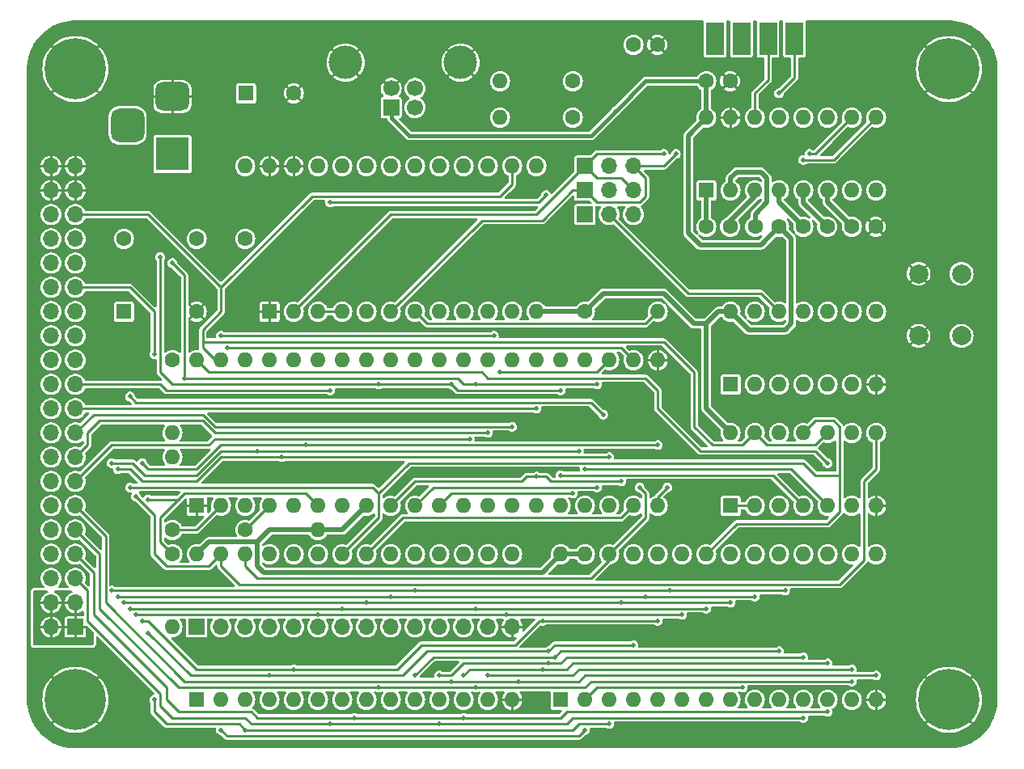
<source format=gbl>
G04 #@! TF.GenerationSoftware,KiCad,Pcbnew,8.0.1*
G04 #@! TF.CreationDate,2024-05-27T02:36:23-05:00*
G04 #@! TF.ProjectId,Minimal-6502,53656172-6c65-4363-9530-322e6b696361,rev?*
G04 #@! TF.SameCoordinates,Original*
G04 #@! TF.FileFunction,Copper,L2,Bot*
G04 #@! TF.FilePolarity,Positive*
%FSLAX46Y46*%
G04 Gerber Fmt 4.6, Leading zero omitted, Abs format (unit mm)*
G04 Created by KiCad (PCBNEW 8.0.1) date 2024-05-27 02:36:23*
%MOMM*%
%LPD*%
G01*
G04 APERTURE LIST*
G04 Aperture macros list*
%AMRoundRect*
0 Rectangle with rounded corners*
0 $1 Rounding radius*
0 $2 $3 $4 $5 $6 $7 $8 $9 X,Y pos of 4 corners*
0 Add a 4 corners polygon primitive as box body*
4,1,4,$2,$3,$4,$5,$6,$7,$8,$9,$2,$3,0*
0 Add four circle primitives for the rounded corners*
1,1,$1+$1,$2,$3*
1,1,$1+$1,$4,$5*
1,1,$1+$1,$6,$7*
1,1,$1+$1,$8,$9*
0 Add four rect primitives between the rounded corners*
20,1,$1+$1,$2,$3,$4,$5,0*
20,1,$1+$1,$4,$5,$6,$7,0*
20,1,$1+$1,$6,$7,$8,$9,0*
20,1,$1+$1,$8,$9,$2,$3,0*%
G04 Aperture macros list end*
G04 #@! TA.AperFunction,ComponentPad*
%ADD10R,1.700000X1.700000*%
G04 #@! TD*
G04 #@! TA.AperFunction,ComponentPad*
%ADD11O,1.700000X1.700000*%
G04 #@! TD*
G04 #@! TA.AperFunction,ComponentPad*
%ADD12C,1.600000*%
G04 #@! TD*
G04 #@! TA.AperFunction,ComponentPad*
%ADD13O,1.600000X1.600000*%
G04 #@! TD*
G04 #@! TA.AperFunction,ComponentPad*
%ADD14R,3.500000X3.500000*%
G04 #@! TD*
G04 #@! TA.AperFunction,ComponentPad*
%ADD15RoundRect,0.750000X-1.000000X0.750000X-1.000000X-0.750000X1.000000X-0.750000X1.000000X0.750000X0*%
G04 #@! TD*
G04 #@! TA.AperFunction,ComponentPad*
%ADD16RoundRect,0.875000X-0.875000X0.875000X-0.875000X-0.875000X0.875000X-0.875000X0.875000X0.875000X0*%
G04 #@! TD*
G04 #@! TA.AperFunction,ComponentPad*
%ADD17C,1.700000*%
G04 #@! TD*
G04 #@! TA.AperFunction,ComponentPad*
%ADD18C,3.500000*%
G04 #@! TD*
G04 #@! TA.AperFunction,ComponentPad*
%ADD19R,1.600000X1.600000*%
G04 #@! TD*
G04 #@! TA.AperFunction,ComponentPad*
%ADD20C,0.800000*%
G04 #@! TD*
G04 #@! TA.AperFunction,ComponentPad*
%ADD21C,6.400000*%
G04 #@! TD*
G04 #@! TA.AperFunction,ComponentPad*
%ADD22C,2.000000*%
G04 #@! TD*
G04 #@! TA.AperFunction,SMDPad,CuDef*
%ADD23R,1.846667X3.480000*%
G04 #@! TD*
G04 #@! TA.AperFunction,ViaPad*
%ADD24C,0.500000*%
G04 #@! TD*
G04 #@! TA.AperFunction,Conductor*
%ADD25C,0.254000*%
G04 #@! TD*
G04 #@! TA.AperFunction,Conductor*
%ADD26C,0.508000*%
G04 #@! TD*
G04 #@! TA.AperFunction,Conductor*
%ADD27C,0.381000*%
G04 #@! TD*
G04 APERTURE END LIST*
D10*
X144780000Y-114300000D03*
D11*
X147320000Y-114300000D03*
X149859999Y-114300000D03*
X152400000Y-114300000D03*
X154940000Y-114300000D03*
X157480000Y-114300000D03*
X160020000Y-114300000D03*
X162560001Y-114300000D03*
X165100000Y-114300000D03*
X167640000Y-114300000D03*
X170180000Y-114300000D03*
X172719999Y-114300000D03*
X175260000Y-114300000D03*
X177800000Y-114300000D03*
D12*
X149860000Y-104140000D03*
D13*
X157480000Y-104140000D03*
D12*
X149860000Y-73660000D03*
D13*
X149860000Y-66040000D03*
D12*
X142240000Y-104140000D03*
D13*
X142240000Y-96520000D03*
D12*
X142240000Y-106680000D03*
D13*
X142240000Y-114300000D03*
D10*
X132080000Y-114300000D03*
D11*
X129540000Y-114300000D03*
X132080000Y-111760000D03*
X129540000Y-111760000D03*
X132080000Y-109220001D03*
X129540000Y-109220000D03*
X132080000Y-106680000D03*
X129540000Y-106680000D03*
X132080000Y-104140000D03*
X129540000Y-104140000D03*
X132080000Y-101600000D03*
X129540000Y-101600000D03*
X132080000Y-99060000D03*
X129540000Y-99060000D03*
X132080000Y-96519999D03*
X129540000Y-96520000D03*
X132080000Y-93980000D03*
X129540000Y-93980000D03*
X132080000Y-91440000D03*
X129540000Y-91440000D03*
X132080000Y-88900000D03*
X129540000Y-88900000D03*
X132080000Y-86360001D03*
X129540000Y-86360000D03*
X132080000Y-83820000D03*
X129540000Y-83820000D03*
X132080000Y-81280000D03*
X129540000Y-81280000D03*
X132080000Y-78740000D03*
X129540000Y-78740000D03*
X132080000Y-76200001D03*
X129540000Y-76200000D03*
X132080000Y-73659999D03*
X129540000Y-73660000D03*
X132080000Y-71120000D03*
X129540000Y-71120000D03*
X132080000Y-68580000D03*
X129540000Y-68580000D03*
X132080000Y-66040000D03*
X129540000Y-66040000D03*
D14*
X142240000Y-64770000D03*
D15*
X142240000Y-58770000D03*
D16*
X137540000Y-61770000D03*
D12*
X184150001Y-60960000D03*
D13*
X176530001Y-60960000D03*
X176530001Y-57150000D03*
D12*
X184150001Y-57150000D03*
D10*
X185420000Y-71120000D03*
D11*
X187960000Y-71120000D03*
X190499999Y-71120000D03*
D10*
X185420001Y-68580000D03*
D11*
X187960001Y-68580000D03*
X190500000Y-68580000D03*
D10*
X185420001Y-66040000D03*
D11*
X187960001Y-66040000D03*
X190500000Y-66040000D03*
D10*
X165140001Y-59917500D03*
D17*
X167640001Y-59917500D03*
X167640001Y-57917499D03*
X165140001Y-57917499D03*
D18*
X160370001Y-55207500D03*
X172410001Y-55207500D03*
D12*
X190500000Y-53340000D03*
X193000000Y-53340000D03*
D19*
X149940000Y-58420000D03*
D12*
X154940000Y-58420000D03*
D20*
X221120000Y-121920000D03*
X221822944Y-120222944D03*
X221822944Y-123617056D03*
X223520000Y-119520000D03*
D21*
X223520000Y-121920000D03*
D20*
X223520000Y-124320000D03*
X225217056Y-120222944D03*
X225217056Y-123617056D03*
X225920000Y-121920000D03*
X129680000Y-121920000D03*
X130382944Y-120222944D03*
X130382944Y-123617056D03*
X132080000Y-119520000D03*
D21*
X132080000Y-121920000D03*
D20*
X132080000Y-124320000D03*
X133777056Y-120222944D03*
X133777056Y-123617056D03*
X134480000Y-121920000D03*
X221120000Y-55880000D03*
X221822944Y-54182944D03*
X221822944Y-57577056D03*
X223520000Y-53480000D03*
D21*
X223520000Y-55880000D03*
D20*
X223520000Y-58280000D03*
X225217056Y-54182944D03*
X225217056Y-57577056D03*
X225920000Y-55880000D03*
X129680000Y-55880000D03*
X130382944Y-54182944D03*
X130382944Y-57577056D03*
X132080000Y-53480000D03*
D21*
X132080000Y-55880000D03*
D20*
X132080000Y-58280000D03*
X133777056Y-54182944D03*
X133777056Y-57577056D03*
X134480000Y-55880000D03*
D19*
X137160000Y-81280000D03*
D12*
X144780000Y-81280000D03*
X144780000Y-73660000D03*
X137160000Y-73660000D03*
D13*
X144780000Y-86360000D03*
X147320000Y-86360000D03*
X149860000Y-86360000D03*
X152400000Y-86360000D03*
X154940000Y-86360000D03*
X157480000Y-86360000D03*
X160020000Y-86360000D03*
X162560000Y-86360000D03*
X165100000Y-86360000D03*
X167640000Y-86360000D03*
X170180000Y-86360000D03*
X172720000Y-86360000D03*
X175260000Y-86360000D03*
X177800000Y-86360000D03*
X180340000Y-86360000D03*
X182880000Y-86360000D03*
X185420000Y-86360000D03*
X187960000Y-86360000D03*
X190500000Y-86360000D03*
X193040000Y-86360000D03*
X193040000Y-101600000D03*
X190500000Y-101600000D03*
X187960000Y-101600000D03*
X185420001Y-101600000D03*
X182879999Y-101600000D03*
X180340000Y-101600000D03*
X177800000Y-101600000D03*
X175260000Y-101600000D03*
X172719999Y-101600000D03*
X170180000Y-101600000D03*
X167640000Y-101600000D03*
X165100000Y-101600000D03*
X162560001Y-101600000D03*
X160020000Y-101600000D03*
X157480000Y-101600000D03*
X154940000Y-101600000D03*
X152400000Y-101600000D03*
X149859999Y-101600000D03*
X147320000Y-101600000D03*
D19*
X144780000Y-101600000D03*
D13*
X182880000Y-106680000D03*
X185420000Y-106680000D03*
X187960000Y-106680000D03*
X190500000Y-106680000D03*
X193040000Y-106680000D03*
X195580000Y-106680000D03*
X198120000Y-106680000D03*
X200660000Y-106680000D03*
X203200000Y-106680000D03*
X205740000Y-106680000D03*
X208280000Y-106680000D03*
X210820000Y-106680000D03*
X213360000Y-106680000D03*
X215900000Y-106680000D03*
X215900000Y-121920000D03*
X213360000Y-121920000D03*
X210819999Y-121920000D03*
X208280000Y-121920000D03*
X205740000Y-121920000D03*
X203200000Y-121920000D03*
X200660001Y-121920000D03*
X198120000Y-121920000D03*
X195580000Y-121920000D03*
X193040000Y-121920000D03*
X190500000Y-121920000D03*
X187959999Y-121920000D03*
X185420000Y-121920000D03*
D19*
X182880000Y-121920000D03*
X144780000Y-121920000D03*
D13*
X147320000Y-121920000D03*
X149859999Y-121920000D03*
X152400000Y-121920000D03*
X154940000Y-121920000D03*
X157480000Y-121920000D03*
X160020000Y-121920000D03*
X162560001Y-121920000D03*
X165100000Y-121920000D03*
X167640000Y-121920000D03*
X170180000Y-121920000D03*
X172719999Y-121920000D03*
X175260000Y-121920000D03*
X177800000Y-121920000D03*
X177800000Y-106680000D03*
X175260000Y-106680000D03*
X172720000Y-106680000D03*
X170180000Y-106680000D03*
X167640000Y-106680000D03*
X165100000Y-106680000D03*
X162560000Y-106680000D03*
X160020000Y-106680000D03*
X157480000Y-106680000D03*
X154940000Y-106680000D03*
X152400000Y-106680000D03*
X149860000Y-106680000D03*
X147320000Y-106680000D03*
X144780000Y-106680000D03*
D19*
X200660000Y-88900000D03*
D13*
X203200000Y-88900000D03*
X205739999Y-88900000D03*
X208280000Y-88900000D03*
X210820000Y-88900000D03*
X213360000Y-88900000D03*
X215900000Y-88900000D03*
X215900000Y-81280000D03*
X213360000Y-81280000D03*
X210820000Y-81280000D03*
X208280000Y-81280000D03*
X205740000Y-81280000D03*
X203200000Y-81280000D03*
X200660000Y-81280000D03*
X200660000Y-93980000D03*
X203200000Y-93980000D03*
X205740000Y-93980000D03*
X208280000Y-93980000D03*
X210820000Y-93980000D03*
X213360000Y-93980000D03*
X215900000Y-93980000D03*
X215900000Y-101600000D03*
X213360000Y-101600000D03*
X210820000Y-101600000D03*
X208280000Y-101600000D03*
X205739999Y-101600000D03*
X203200000Y-101600000D03*
D19*
X200660000Y-101600000D03*
X198119999Y-68580000D03*
D13*
X200659999Y-68580000D03*
X203199998Y-68580000D03*
X205739999Y-68580000D03*
X208279999Y-68580000D03*
X210819999Y-68580000D03*
X213359999Y-68580000D03*
X215900000Y-68580000D03*
X215899999Y-60960000D03*
X213359999Y-60960000D03*
X210819999Y-60960000D03*
X208279999Y-60960000D03*
X205739999Y-60960000D03*
X203199999Y-60960000D03*
X200659999Y-60960000D03*
X198119999Y-60960000D03*
D19*
X152400000Y-81280000D03*
D13*
X154940000Y-81280000D03*
X157479999Y-81280000D03*
X160020000Y-81280000D03*
X162560000Y-81280000D03*
X165100000Y-81280000D03*
X167640000Y-81280000D03*
X170180001Y-81280000D03*
X172720000Y-81280000D03*
X175260000Y-81280000D03*
X177800000Y-81280000D03*
X180339999Y-81280000D03*
X180340000Y-66040000D03*
X177800000Y-66040000D03*
X175260000Y-66040000D03*
X172720000Y-66040000D03*
X170180000Y-66040000D03*
X167640000Y-66040000D03*
X165100000Y-66040000D03*
X162560000Y-66040000D03*
X160020000Y-66040000D03*
X157480000Y-66040000D03*
X154940000Y-66040000D03*
X152400000Y-66040000D03*
D22*
X220345000Y-83820000D03*
X220345000Y-77320000D03*
X224845001Y-83820000D03*
X224845000Y-77319999D03*
D12*
X185420000Y-81280000D03*
D13*
X193040000Y-81280000D03*
X142240000Y-93980000D03*
D12*
X142240000Y-86360000D03*
D23*
X207354999Y-52682500D03*
X204584999Y-52682500D03*
X201814999Y-52682500D03*
X199044999Y-52682500D03*
D12*
X200619999Y-57150000D03*
X198119999Y-57150000D03*
X215859999Y-72390000D03*
X213359999Y-72390000D03*
X205739999Y-72390000D03*
X203239999Y-72390000D03*
X210779999Y-72390000D03*
X208279999Y-72390000D03*
X200619999Y-72390000D03*
X198119999Y-72390000D03*
D24*
X186690000Y-114935000D03*
X183515000Y-114935000D03*
X169545000Y-118745000D03*
X165735000Y-116840000D03*
X164465000Y-116840000D03*
X163195000Y-116840000D03*
X161925000Y-116840000D03*
X160655000Y-116840000D03*
X159385000Y-116840000D03*
X158115000Y-116840000D03*
X156210000Y-116840000D03*
X153670000Y-116840000D03*
X151130000Y-116840000D03*
X148590000Y-116840000D03*
X142240000Y-109220000D03*
X135255000Y-116840000D03*
X139065000Y-120650000D03*
X163830000Y-120650000D03*
X185420000Y-125095000D03*
X147320000Y-125095000D03*
X139065000Y-100330000D03*
X140970000Y-100330000D03*
X189230000Y-58420000D03*
X156210000Y-78105000D03*
X154940000Y-69850000D03*
X157480000Y-71120000D03*
X177800000Y-70485000D03*
X175260000Y-70485000D03*
X172720000Y-70485000D03*
X170180000Y-70485000D03*
X167640000Y-70485000D03*
X165100000Y-70485000D03*
X162560000Y-71120000D03*
X160020000Y-71120000D03*
X197485000Y-80645000D03*
X160020000Y-92710000D03*
X143510000Y-104775000D03*
X148590000Y-102870000D03*
X142240000Y-77470000D03*
X139700000Y-74930000D03*
X139700000Y-77470000D03*
X139700000Y-79375000D03*
X142240000Y-80645000D03*
X194945000Y-81915000D03*
X187325000Y-77470000D03*
X187960000Y-81280000D03*
X182880000Y-83820000D03*
X191770000Y-93345000D03*
X186690000Y-93345000D03*
X184150000Y-92710000D03*
X181610000Y-92710000D03*
X179705000Y-92710000D03*
X178435000Y-92075000D03*
X176530000Y-92710000D03*
X173990000Y-92710000D03*
X171450000Y-92710000D03*
X168910000Y-92710000D03*
X166370000Y-92710000D03*
X164465000Y-92710000D03*
X163195000Y-92710000D03*
X151130000Y-92710000D03*
X219710000Y-114300000D03*
X216535000Y-114300000D03*
X214630000Y-114300000D03*
X212090000Y-114300000D03*
X209550000Y-114300000D03*
X207645000Y-114300000D03*
X204470000Y-114300000D03*
X202565000Y-114300000D03*
X201295000Y-114300000D03*
X199390000Y-114300000D03*
X196850000Y-114300000D03*
X194310000Y-114300000D03*
X191770000Y-114300000D03*
X210820000Y-97155000D03*
X144780000Y-93980000D03*
X144780000Y-96520000D03*
X139065000Y-86360000D03*
X133985000Y-90170000D03*
X137160000Y-93980000D03*
X134620000Y-95250000D03*
X137160000Y-98425000D03*
X136525000Y-102870000D03*
X136525000Y-105410000D03*
X136525000Y-107950000D03*
X146050000Y-116840000D03*
X143510000Y-116205000D03*
X139065000Y-124460000D03*
X158750000Y-89535000D03*
X137795000Y-99695000D03*
X138430000Y-100647500D03*
X139700000Y-100965000D03*
X140335000Y-85725000D03*
X140970000Y-75565000D03*
X142240000Y-76200000D03*
X175895000Y-83820000D03*
X147320000Y-83820000D03*
X147955000Y-85090000D03*
X139065000Y-97155000D03*
X187325000Y-92075000D03*
X137795000Y-90170000D03*
X136525000Y-97790000D03*
X135890000Y-97155000D03*
X140335000Y-121920000D03*
X139700000Y-114935000D03*
X139065000Y-113665000D03*
X138430000Y-113030000D03*
X137795000Y-112395000D03*
X137160000Y-111760000D03*
X136525000Y-111125000D03*
X135890000Y-110490000D03*
X180340000Y-91440000D03*
X177800000Y-93345000D03*
X175260000Y-93980000D03*
X173355000Y-94615000D03*
X213360000Y-98425000D03*
X208280000Y-78105000D03*
X205740000Y-74930000D03*
X199390000Y-78105000D03*
X201930000Y-80645000D03*
X192405000Y-55880000D03*
X194945000Y-55880000D03*
X194945000Y-59055000D03*
X205740000Y-58420000D03*
X192405000Y-108585000D03*
X183515000Y-103505000D03*
X182245000Y-104775000D03*
X177165000Y-104775000D03*
X175895000Y-104775000D03*
X172720000Y-104775000D03*
X170180000Y-104140000D03*
X167640000Y-104140000D03*
X165735000Y-104775000D03*
X163830000Y-107315000D03*
X163195000Y-104775000D03*
X161925000Y-103505000D03*
X184150000Y-97790000D03*
X180975000Y-97790000D03*
X179705000Y-97790000D03*
X148590000Y-97790000D03*
X152400000Y-97790000D03*
X154940000Y-97790000D03*
X157480000Y-97155000D03*
X162560000Y-97790000D03*
X177800000Y-97790000D03*
X175260000Y-97790000D03*
X172720000Y-97790000D03*
X170180000Y-97790000D03*
X167640000Y-97790000D03*
X165735000Y-99695000D03*
X165100000Y-97790000D03*
X207010000Y-62865000D03*
X207010000Y-59055000D03*
X215900000Y-63500000D03*
X212725000Y-62865000D03*
X213995000Y-64135000D03*
X212725000Y-66040000D03*
X211455000Y-64135000D03*
X209550000Y-57150000D03*
X189865000Y-62865000D03*
X190500000Y-60325000D03*
X187325000Y-57785000D03*
X187960000Y-54610000D03*
X159004000Y-68580000D03*
X179070000Y-67945000D03*
X175895000Y-67945000D03*
X173355000Y-67945000D03*
X170815000Y-67945000D03*
X168275000Y-67945000D03*
X165735000Y-67945000D03*
X163195000Y-67945000D03*
X160655000Y-67945000D03*
X180340000Y-73025000D03*
X177800000Y-73025000D03*
X175260000Y-76835000D03*
X172720000Y-76835000D03*
X172720000Y-72390000D03*
X170180000Y-72390000D03*
X170815000Y-76835000D03*
X167640000Y-72390000D03*
X165100000Y-75565000D03*
X162560000Y-75565000D03*
X167640000Y-83185000D03*
X165100000Y-83185000D03*
X162560000Y-83185000D03*
X160020000Y-83185000D03*
X157480000Y-83185000D03*
X191770000Y-90170000D03*
X189230000Y-90170000D03*
X186690000Y-90170000D03*
X184150000Y-90170000D03*
X181610000Y-90170000D03*
X179705000Y-90170000D03*
X178435000Y-90170000D03*
X176530000Y-90170000D03*
X173990000Y-90170000D03*
X171450000Y-90170000D03*
X168910000Y-90170000D03*
X166370000Y-90170000D03*
X164465000Y-90170000D03*
X163195000Y-90170000D03*
X152400000Y-90170000D03*
X147955000Y-92710000D03*
X147955000Y-90170000D03*
X142240000Y-90170000D03*
X196850000Y-104775000D03*
X195580000Y-91440000D03*
X201930000Y-91948000D03*
X196850000Y-85725000D03*
X198120000Y-93345000D03*
X207010000Y-99060000D03*
X204470000Y-100330000D03*
X197485000Y-99695000D03*
X189230000Y-108585000D03*
X196850000Y-108585000D03*
X199390000Y-108585000D03*
X204470000Y-108585000D03*
X207010000Y-108585000D03*
X209550000Y-108585000D03*
X212090000Y-108585000D03*
X201930000Y-104775000D03*
X212090000Y-104775000D03*
X180340000Y-98552000D03*
X193675000Y-64770000D03*
X208280000Y-65405000D03*
X208915000Y-64770000D03*
X194945000Y-64770000D03*
X188595000Y-60325000D03*
X194056000Y-99695000D03*
X193040000Y-95250000D03*
X156210000Y-95250000D03*
X184785000Y-95885000D03*
X151130000Y-95885000D03*
X187960000Y-96520000D03*
X153670000Y-96520000D03*
X185420000Y-97790000D03*
X182880000Y-98425000D03*
X181356000Y-69088000D03*
X158750000Y-69850000D03*
X163830000Y-88900000D03*
X171450000Y-88900000D03*
X182880000Y-89535000D03*
X143510000Y-88265000D03*
X173990000Y-88900000D03*
X186690000Y-88900000D03*
X176530000Y-87630000D03*
X191135000Y-99695000D03*
X201930000Y-120650000D03*
X187960000Y-124460000D03*
X149860000Y-125095000D03*
X167640000Y-110490000D03*
X206375000Y-110490000D03*
X194310000Y-110490000D03*
X189230000Y-99060000D03*
X165100000Y-111125000D03*
X203200000Y-111125000D03*
X191770000Y-111125000D03*
X186690000Y-99695000D03*
X162560000Y-111760000D03*
X200660000Y-111760000D03*
X189230000Y-111760000D03*
X184150000Y-100330000D03*
X198120000Y-112395000D03*
X160020000Y-112395000D03*
X173990000Y-112395000D03*
X157480000Y-113030000D03*
X195580000Y-113030000D03*
X177165000Y-113030000D03*
X154940000Y-118745000D03*
X180975000Y-113665000D03*
X193040000Y-113665000D03*
X152400000Y-119380000D03*
X190500000Y-116205000D03*
X181610000Y-116840000D03*
X182245000Y-117475000D03*
X167640000Y-119380000D03*
X205740000Y-116840000D03*
X208280000Y-117475000D03*
X170180000Y-119380000D03*
X181610000Y-118110000D03*
X210820000Y-118110000D03*
X172720000Y-119380000D03*
X180975000Y-118745000D03*
X213360000Y-118745000D03*
X175260000Y-119380000D03*
X215900000Y-119380000D03*
X178435000Y-120015000D03*
X171450000Y-120015000D03*
X161290000Y-123825000D03*
X158750000Y-124460000D03*
X173990000Y-120650000D03*
X213360000Y-120015000D03*
X210820000Y-123190000D03*
X172720000Y-123825000D03*
X208280000Y-123825000D03*
X170180000Y-124460000D03*
D25*
X173355000Y-118745000D02*
X172720000Y-119380000D01*
X180975000Y-118745000D02*
X173355000Y-118745000D01*
X172720000Y-88900000D02*
X173990000Y-88900000D01*
X172085000Y-88265000D02*
X172720000Y-88900000D01*
X143510000Y-88265000D02*
X172085000Y-88265000D01*
X143510000Y-77470000D02*
X142240000Y-76200000D01*
X143510000Y-88265000D02*
X143510000Y-77470000D01*
X167640000Y-110490000D02*
X135890000Y-110490000D01*
X165100000Y-111125000D02*
X136525000Y-111125000D01*
X162560000Y-111760000D02*
X137160000Y-111760000D01*
X160020000Y-112395000D02*
X137795000Y-112395000D01*
X157480000Y-113030000D02*
X138430000Y-113030000D01*
X168910000Y-120650000D02*
X163830000Y-120650000D01*
X173990000Y-120650000D02*
X168910000Y-120650000D01*
X186055000Y-120015000D02*
X213360000Y-120015000D01*
X185420000Y-120650000D02*
X186055000Y-120015000D01*
X173990000Y-120650000D02*
X185420000Y-120650000D01*
X163830000Y-120650000D02*
X142875000Y-120650000D01*
X133985000Y-108585000D02*
X132080000Y-106680000D01*
X133985000Y-113030000D02*
X133985000Y-108585000D01*
X141605000Y-120650000D02*
X133985000Y-113030000D01*
X141605000Y-121920000D02*
X141605000Y-120650000D01*
X142875000Y-123190000D02*
X141605000Y-121920000D01*
X150495000Y-123190000D02*
X142875000Y-123190000D01*
X172720000Y-123825000D02*
X161290000Y-123825000D01*
X161290000Y-123825000D02*
X151130000Y-123825000D01*
X151130000Y-123825000D02*
X150495000Y-123190000D01*
X133350000Y-110490001D02*
X132080000Y-109220001D01*
X140970000Y-121285000D02*
X133350000Y-113665000D01*
X140970000Y-122555000D02*
X140970000Y-121285000D01*
X142240000Y-123825000D02*
X140970000Y-122555000D01*
X149860000Y-123825000D02*
X142240000Y-123825000D01*
X158750000Y-124460000D02*
X170180000Y-124460000D01*
X158750000Y-124460000D02*
X150495000Y-124460000D01*
X150495000Y-124460000D02*
X149860000Y-123825000D01*
X133350000Y-113665000D02*
X133350000Y-110490001D01*
X169545000Y-117475000D02*
X167640000Y-119380000D01*
X182245000Y-117475000D02*
X169545000Y-117475000D01*
X167640000Y-110490000D02*
X194310000Y-110490000D01*
X178435000Y-120015000D02*
X171450000Y-120015000D01*
X185420000Y-119380000D02*
X215900000Y-119380000D01*
X184785000Y-120015000D02*
X185420000Y-119380000D01*
X178435000Y-120015000D02*
X184785000Y-120015000D01*
X184150000Y-118110000D02*
X210820000Y-118110000D01*
X183515000Y-118745000D02*
X184150000Y-118110000D01*
X180975000Y-118745000D02*
X183515000Y-118745000D01*
X191770000Y-113665000D02*
X193040000Y-113665000D01*
X180975000Y-113665000D02*
X191770000Y-113665000D01*
X165735000Y-118745000D02*
X154940000Y-118745000D01*
X168275000Y-116205000D02*
X165735000Y-118745000D01*
X178117500Y-116205000D02*
X168275000Y-116205000D01*
X180975000Y-113665000D02*
X180657500Y-113665000D01*
X180657500Y-113665000D02*
X178117500Y-116205000D01*
X183515000Y-117475000D02*
X208280000Y-117475000D01*
X182880000Y-118110000D02*
X183515000Y-117475000D01*
X171450000Y-119380000D02*
X170180000Y-119380000D01*
X172720000Y-118110000D02*
X171450000Y-119380000D01*
X181610000Y-118110000D02*
X172720000Y-118110000D01*
X181610000Y-118110000D02*
X182880000Y-118110000D01*
X181610000Y-116840000D02*
X168910000Y-116840000D01*
X182245000Y-116205000D02*
X190500000Y-116205000D01*
X181610000Y-116840000D02*
X182245000Y-116205000D01*
X166370000Y-119380000D02*
X152400000Y-119380000D01*
X168910000Y-116840000D02*
X166370000Y-119380000D01*
X182880000Y-116840000D02*
X205740000Y-116840000D01*
X182245000Y-117475000D02*
X182880000Y-116840000D01*
X184150000Y-113030000D02*
X195580000Y-113030000D01*
X161290000Y-113030000D02*
X157480000Y-113030000D01*
X177165000Y-113030000D02*
X161290000Y-113030000D01*
X177165000Y-113030000D02*
X184150000Y-113030000D01*
X165100000Y-111125000D02*
X191770000Y-111125000D01*
X144780000Y-118745000D02*
X139700000Y-113665000D01*
X154940000Y-118745000D02*
X144780000Y-118745000D01*
X139700000Y-113665000D02*
X139065000Y-113665000D01*
X144145000Y-119380000D02*
X152400000Y-119380000D01*
X139700000Y-114935000D02*
X144145000Y-119380000D01*
X184150000Y-119380000D02*
X175260000Y-119380000D01*
X184785000Y-118745000D02*
X184150000Y-119380000D01*
X213360000Y-118745000D02*
X184785000Y-118745000D01*
X135255000Y-104775000D02*
X132080000Y-101600000D01*
X143510000Y-120015000D02*
X135255000Y-111760000D01*
X135255000Y-111760000D02*
X135255000Y-104775000D01*
X171450000Y-120015000D02*
X143510000Y-120015000D01*
X134620000Y-106680000D02*
X132080000Y-104140000D01*
X134620000Y-112395000D02*
X134620000Y-106680000D01*
X142875000Y-120650000D02*
X134620000Y-112395000D01*
X182880000Y-123825000D02*
X172720000Y-123825000D01*
X183515000Y-123190000D02*
X182880000Y-123825000D01*
X210820000Y-123190000D02*
X183515000Y-123190000D01*
X183515000Y-124460000D02*
X170180000Y-124460000D01*
X184150000Y-123825000D02*
X183515000Y-124460000D01*
X208280000Y-123825000D02*
X184150000Y-123825000D01*
X141605000Y-124460000D02*
X149225000Y-124460000D01*
X149225000Y-124460000D02*
X149860000Y-125095000D01*
X140335000Y-123190000D02*
X141605000Y-124460000D01*
X140335000Y-121920000D02*
X140335000Y-123190000D01*
X184150000Y-125095000D02*
X149860000Y-125095000D01*
X184785000Y-124460000D02*
X184150000Y-125095000D01*
X187960000Y-124460000D02*
X184785000Y-124460000D01*
X184785000Y-125730000D02*
X185420000Y-125095000D01*
X147955000Y-125730000D02*
X184785000Y-125730000D01*
X147320000Y-125095000D02*
X147955000Y-125730000D01*
X140335000Y-106680000D02*
X141605000Y-107950000D01*
X138430000Y-100647500D02*
X140335000Y-102552500D01*
X146050000Y-107950000D02*
X147320000Y-106680000D01*
X140335000Y-102552500D02*
X140335000Y-106680000D01*
X141605000Y-107950000D02*
X146050000Y-107950000D01*
X209550000Y-98425000D02*
X212090000Y-98425000D01*
X208280000Y-97155000D02*
X209550000Y-98425000D01*
X167005000Y-97155000D02*
X208280000Y-97155000D01*
X163830000Y-100330000D02*
X167005000Y-97155000D01*
D26*
X193675000Y-79375000D02*
X187325000Y-79375000D01*
X198120000Y-82550000D02*
X196850000Y-82550000D01*
X196850000Y-82550000D02*
X193675000Y-79375000D01*
X187325000Y-79375000D02*
X185420000Y-81280000D01*
X199390000Y-81280000D02*
X198120000Y-82550000D01*
X200660000Y-81280000D02*
X199390000Y-81280000D01*
X202565000Y-83185000D02*
X200660000Y-81280000D01*
X207010000Y-82550000D02*
X206375000Y-83185000D01*
X206375000Y-83185000D02*
X202565000Y-83185000D01*
X198120000Y-84455000D02*
X198120000Y-82550000D01*
D25*
X168910000Y-82550000D02*
X167640000Y-81280000D01*
X191770000Y-82550000D02*
X168910000Y-82550000D01*
X193040000Y-81280000D02*
X191770000Y-82550000D01*
X203835000Y-79375000D02*
X205740000Y-81280000D01*
X196215000Y-79375000D02*
X203835000Y-79375000D01*
X187960000Y-71120000D02*
X196215000Y-79375000D01*
X138430000Y-90805000D02*
X137795000Y-90170000D01*
X187325000Y-92075000D02*
X186055000Y-90805000D01*
X186055000Y-90805000D02*
X138430000Y-90805000D01*
X186690000Y-88900000D02*
X173990000Y-88900000D01*
X140970000Y-88900000D02*
X132080000Y-88900000D01*
X158750000Y-89535000D02*
X141605000Y-89535000D01*
X141605000Y-89535000D02*
X140970000Y-88900000D01*
X180594000Y-69850000D02*
X158750000Y-69850000D01*
X181356000Y-69088000D02*
X180594000Y-69850000D01*
X147320000Y-83820000D02*
X175895000Y-83820000D01*
X147955000Y-85090000D02*
X189230000Y-85090000D01*
X189230000Y-85090000D02*
X190500000Y-86360000D01*
X146685000Y-86360000D02*
X147320000Y-86360000D01*
X145415000Y-85090000D02*
X146685000Y-86360000D01*
X145415000Y-84455000D02*
X145415000Y-85090000D01*
X147320000Y-81280000D02*
X145415000Y-83185000D01*
X147320000Y-78740000D02*
X147320000Y-81280000D01*
X145415000Y-83185000D02*
X145415000Y-84455000D01*
X198755000Y-95250000D02*
X201930000Y-95250000D01*
X196850000Y-93345000D02*
X198755000Y-95250000D01*
X193675000Y-84455000D02*
X196850000Y-87630000D01*
X196850000Y-87630000D02*
X196850000Y-93345000D01*
X145415000Y-84455000D02*
X193675000Y-84455000D01*
X201930000Y-95250000D02*
X203200000Y-93980000D01*
X197485000Y-111760000D02*
X200660000Y-111760000D01*
X189230000Y-111760000D02*
X197485000Y-111760000D01*
X169545000Y-111760000D02*
X162560000Y-111760000D01*
X189230000Y-111760000D02*
X169545000Y-111760000D01*
D26*
X146050000Y-105410000D02*
X144780000Y-106680000D01*
X151130000Y-105410000D02*
X146050000Y-105410000D01*
X151130000Y-105410000D02*
X152400000Y-104140000D01*
X151130000Y-107950000D02*
X151130000Y-105410000D01*
D25*
X152400000Y-101600000D02*
X149860000Y-104140000D01*
X142240000Y-88900000D02*
X163830000Y-88900000D01*
X140970000Y-87630000D02*
X142240000Y-88900000D01*
X140970000Y-75565000D02*
X140970000Y-87630000D01*
X181864000Y-99060000D02*
X189230000Y-99060000D01*
X181356000Y-98552000D02*
X181864000Y-99060000D01*
X180340000Y-98552000D02*
X181356000Y-98552000D01*
X167640000Y-99060000D02*
X165100000Y-101600000D01*
X178816000Y-99060000D02*
X167640000Y-99060000D01*
X179324000Y-98552000D02*
X178816000Y-99060000D01*
X180340000Y-98552000D02*
X179324000Y-98552000D01*
X194056000Y-99695000D02*
X193040000Y-100711000D01*
X193040000Y-100711000D02*
X193040000Y-101600000D01*
D26*
X200619999Y-71795001D02*
X200619999Y-72390000D01*
X203199998Y-69215002D02*
X200619999Y-71795001D01*
X203199998Y-68580000D02*
X203199998Y-69215002D01*
X200659999Y-67310000D02*
X200659999Y-68580000D01*
X201294999Y-66675000D02*
X200659999Y-67310000D01*
X204469999Y-67310000D02*
X203834999Y-66675000D01*
X203834999Y-66675000D02*
X201294999Y-66675000D01*
X203239999Y-71080000D02*
X204469999Y-69850000D01*
X203239999Y-72390000D02*
X203239999Y-71080000D01*
X204469999Y-69850000D02*
X204469999Y-67310000D01*
X196215000Y-73025000D02*
X196215000Y-62864999D01*
X196215000Y-62864999D02*
X198119999Y-60960000D01*
X197485000Y-74295000D02*
X196215000Y-73025000D01*
X200660000Y-74295000D02*
X197485000Y-74295000D01*
X198120000Y-91440000D02*
X198120000Y-84455000D01*
X200660000Y-93980000D02*
X198120000Y-91440000D01*
X207010000Y-73660001D02*
X205739999Y-72390000D01*
X207010000Y-82550000D02*
X207010000Y-73660001D01*
D25*
X135890000Y-95250000D02*
X132080000Y-99060000D01*
X146685000Y-94615000D02*
X146050000Y-95250000D01*
X146050000Y-95250000D02*
X135890000Y-95250000D01*
X173355000Y-94615000D02*
X146685000Y-94615000D01*
X147320000Y-95885000D02*
X151130000Y-95885000D01*
X135890000Y-97155000D02*
X138112500Y-97155000D01*
X144780000Y-98425000D02*
X147320000Y-95885000D01*
X139382500Y-98425000D02*
X144780000Y-98425000D01*
X138112500Y-97155000D02*
X139382500Y-98425000D01*
X147320000Y-96520000D02*
X153670000Y-96520000D01*
X139065000Y-99060000D02*
X144780000Y-99060000D01*
X137795000Y-97790000D02*
X139065000Y-99060000D01*
X136525000Y-97790000D02*
X137795000Y-97790000D01*
X144780000Y-99060000D02*
X147320000Y-96520000D01*
X209550000Y-95885000D02*
X210820000Y-97155000D01*
X201930000Y-95885000D02*
X209550000Y-95885000D01*
X197485000Y-95885000D02*
X201930000Y-95885000D01*
X196850000Y-95250000D02*
X197485000Y-95885000D01*
X212090000Y-98425000D02*
X212090000Y-97155000D01*
X212090000Y-102235000D02*
X212090000Y-98425000D01*
X212090000Y-109855000D02*
X149225000Y-109855000D01*
X149225000Y-109855000D02*
X147320000Y-107950000D01*
X147320000Y-107950000D02*
X147320000Y-106680000D01*
X214630000Y-107315000D02*
X212090000Y-109855000D01*
X214630000Y-99060000D02*
X214630000Y-107315000D01*
X215900000Y-97790000D02*
X214630000Y-99060000D01*
X215900000Y-93980000D02*
X215900000Y-97790000D01*
X193040000Y-89535000D02*
X193040000Y-91440000D01*
X191770000Y-88265000D02*
X193040000Y-89535000D01*
X175260000Y-88265000D02*
X191770000Y-88265000D01*
X146050000Y-87630000D02*
X174625000Y-87630000D01*
X144780000Y-86360000D02*
X146050000Y-87630000D01*
X174625000Y-87630000D02*
X175260000Y-88265000D01*
X193040000Y-91440000D02*
X196850000Y-95250000D01*
X172085000Y-89535000D02*
X171450000Y-88900000D01*
X182880000Y-89535000D02*
X172085000Y-89535000D01*
X137795000Y-78740000D02*
X132080000Y-78740000D01*
X140335000Y-81280000D02*
X137795000Y-78740000D01*
X140335000Y-85725000D02*
X140335000Y-81280000D01*
X163195000Y-99695000D02*
X163830000Y-100330000D01*
X137795000Y-99695000D02*
X163195000Y-99695000D01*
X139700000Y-100965000D02*
X142875000Y-100965000D01*
X142875000Y-100965000D02*
X143510000Y-100330000D01*
X139700000Y-71120000D02*
X147320000Y-78740000D01*
X132080000Y-71120000D02*
X139700000Y-71120000D01*
X144780000Y-97790000D02*
X147320000Y-95250000D01*
X147320000Y-95250000D02*
X156210000Y-95250000D01*
X139700000Y-97790000D02*
X144780000Y-97790000D01*
X139065000Y-97155000D02*
X139700000Y-97790000D01*
X186055000Y-95250000D02*
X156210000Y-95250000D01*
X193040000Y-95250000D02*
X186055000Y-95250000D01*
X133350000Y-95249999D02*
X132080000Y-96519999D01*
X145415000Y-92710000D02*
X134620000Y-92710000D01*
X134620000Y-92710000D02*
X133350000Y-93980000D01*
X146685000Y-93980000D02*
X145415000Y-92710000D01*
X175260000Y-93980000D02*
X146685000Y-93980000D01*
X133350000Y-93980000D02*
X133350000Y-95249999D01*
X145415000Y-92075000D02*
X133985000Y-92075000D01*
X146685000Y-93345000D02*
X145415000Y-92075000D01*
X177800000Y-93345000D02*
X146685000Y-93345000D01*
X133985000Y-92075000D02*
X132080000Y-93980000D01*
X132080000Y-91440000D02*
X180340000Y-91440000D01*
D27*
X165140001Y-61000001D02*
X165140001Y-59917500D01*
X167005000Y-62865000D02*
X165140001Y-61000001D01*
D25*
X140970000Y-105410000D02*
X142240000Y-106680000D01*
X140970000Y-102870000D02*
X140970000Y-105410000D01*
X156210000Y-100330000D02*
X143510000Y-100330000D01*
X143510000Y-100330000D02*
X140970000Y-102870000D01*
X157480000Y-101600000D02*
X156210000Y-100330000D01*
X144780000Y-104140000D02*
X142240000Y-104140000D01*
X147320000Y-101600000D02*
X144780000Y-104140000D01*
X156845000Y-69215000D02*
X147320000Y-78740000D01*
X176530000Y-69215000D02*
X156845000Y-69215000D01*
X177800000Y-67945000D02*
X176530000Y-69215000D01*
X177800000Y-66040000D02*
X177800000Y-67945000D01*
X207354999Y-56805001D02*
X207354999Y-52682500D01*
X205740000Y-58420000D02*
X207354999Y-56805001D01*
D27*
X191770000Y-57150000D02*
X198119999Y-57150000D01*
X188595000Y-60325000D02*
X191770000Y-57150000D01*
X186055000Y-62865000D02*
X167005000Y-62865000D01*
X188595000Y-60325000D02*
X186055000Y-62865000D01*
D26*
X180339999Y-81280000D02*
X185420000Y-81280000D01*
D25*
X186690001Y-64770000D02*
X185420001Y-66040000D01*
X193675000Y-64770000D02*
X186690001Y-64770000D01*
X209550000Y-65405000D02*
X208280000Y-65405000D01*
X211454999Y-65405000D02*
X209550000Y-65405000D01*
X215899999Y-60960000D02*
X211454999Y-65405000D01*
X209549999Y-64770000D02*
X213359999Y-60960000D01*
X208915000Y-64770000D02*
X209549999Y-64770000D01*
X193675000Y-66040000D02*
X194945000Y-64770000D01*
X192405000Y-66040000D02*
X193675000Y-66040000D01*
X190500000Y-66040000D02*
X192405000Y-66040000D01*
D26*
X203834999Y-74295000D02*
X200660000Y-74295000D01*
X205739999Y-72390000D02*
X203834999Y-74295000D01*
X180975000Y-108585000D02*
X151765000Y-108585000D01*
X182880000Y-106680000D02*
X180975000Y-108585000D01*
X151765000Y-108585000D02*
X151130000Y-107950000D01*
X152400000Y-104140000D02*
X157480000Y-104140000D01*
X157480000Y-104140000D02*
X160020001Y-104140000D01*
X160020001Y-104140000D02*
X162560001Y-101600000D01*
X185420000Y-106680000D02*
X182880000Y-106680000D01*
D25*
X191770000Y-102870000D02*
X187960000Y-106680000D01*
X191770000Y-100330000D02*
X191770000Y-102870000D01*
X191135000Y-99695000D02*
X191770000Y-100330000D01*
X179070000Y-95885000D02*
X184785000Y-95885000D01*
X151130000Y-95885000D02*
X179070000Y-95885000D01*
X175260000Y-96520000D02*
X187960000Y-96520000D01*
X153670000Y-96520000D02*
X175260000Y-96520000D01*
X166370000Y-102870000D02*
X189230000Y-102870000D01*
X162560000Y-106680000D02*
X166370000Y-102870000D01*
X189230000Y-102870000D02*
X190500000Y-101600000D01*
X149860000Y-107950000D02*
X149860000Y-106680000D01*
X151130000Y-109220000D02*
X149860000Y-107950000D01*
X186055000Y-109220000D02*
X151130000Y-109220000D01*
X187960000Y-107315000D02*
X186055000Y-109220000D01*
X187960000Y-106680000D02*
X187960000Y-107315000D01*
X163830000Y-102870000D02*
X163830000Y-100330000D01*
X160020000Y-106680000D02*
X163830000Y-102870000D01*
X212090000Y-97155000D02*
X212090000Y-93345000D01*
X211455000Y-92710000D02*
X209550000Y-92710000D01*
X212090000Y-93345000D02*
X211455000Y-92710000D01*
X210820000Y-103505000D02*
X212090000Y-102235000D01*
X198120000Y-106680000D02*
X201295000Y-103505000D01*
X201295000Y-103505000D02*
X210820000Y-103505000D01*
X209550000Y-92710000D02*
X208280000Y-93980000D01*
X200660000Y-97790000D02*
X185420000Y-97790000D01*
X207010000Y-97790000D02*
X200660000Y-97790000D01*
X210820000Y-101600000D02*
X207010000Y-97790000D01*
X189865000Y-98425000D02*
X182880000Y-98425000D01*
X205105000Y-98425000D02*
X189865000Y-98425000D01*
X208280000Y-101600000D02*
X205105000Y-98425000D01*
X200660000Y-101600000D02*
X203200000Y-101600000D01*
X209550000Y-95250000D02*
X210820000Y-93980000D01*
X204470000Y-95250000D02*
X209550000Y-95250000D01*
X203200000Y-93980000D02*
X204470000Y-95250000D01*
X191770000Y-69215000D02*
X191770000Y-67310000D01*
X191135000Y-69850000D02*
X191770000Y-69215000D01*
X191770000Y-67310000D02*
X190500000Y-66040000D01*
X186690001Y-69850000D02*
X191135000Y-69850000D01*
X185420001Y-68580000D02*
X186690001Y-69850000D01*
X174625000Y-71755000D02*
X165100000Y-81280000D01*
X180975000Y-71755000D02*
X174625000Y-71755000D01*
X184150000Y-68580000D02*
X180975000Y-71755000D01*
X185420001Y-68580000D02*
X184150000Y-68580000D01*
X189230000Y-67310000D02*
X190500000Y-68580000D01*
X186690001Y-67310000D02*
X189230000Y-67310000D01*
X185420001Y-66040000D02*
X186690001Y-67310000D01*
X180340000Y-71120000D02*
X185420001Y-66040000D01*
X165100000Y-71120000D02*
X180340000Y-71120000D01*
X154940000Y-81280000D02*
X165100000Y-71120000D01*
X157479999Y-81280000D02*
X160020000Y-81280000D01*
X163830000Y-88900000D02*
X171450000Y-88900000D01*
X176530000Y-87630000D02*
X186690000Y-87630000D01*
X186690000Y-87630000D02*
X187960000Y-86360000D01*
X186690000Y-120650000D02*
X185420000Y-121920000D01*
X201930000Y-120650000D02*
X186690000Y-120650000D01*
X200660000Y-110490000D02*
X206375000Y-110490000D01*
X194310000Y-110490000D02*
X200660000Y-110490000D01*
X198755000Y-111125000D02*
X203200000Y-111125000D01*
X191770000Y-111125000D02*
X198755000Y-111125000D01*
X170815000Y-99695000D02*
X184785000Y-99695000D01*
X184785000Y-99695000D02*
X186690000Y-99695000D01*
X169545000Y-99695000D02*
X170815000Y-99695000D01*
X167640000Y-101600000D02*
X169545000Y-99695000D01*
X174625000Y-100330000D02*
X184150000Y-100330000D01*
X171450000Y-100330000D02*
X174625000Y-100330000D01*
X170180000Y-101600000D02*
X171450000Y-100330000D01*
X196850000Y-112395000D02*
X198120000Y-112395000D01*
X173990000Y-112395000D02*
X196850000Y-112395000D01*
X173990000Y-112395000D02*
X162560000Y-112395000D01*
X162560000Y-112395000D02*
X160020000Y-112395000D01*
X203199999Y-58420000D02*
X203199999Y-60960000D01*
X204584999Y-57035000D02*
X203199999Y-58420000D01*
X204584999Y-52682500D02*
X204584999Y-57035000D01*
D26*
X198119999Y-60960000D02*
X198119999Y-57150000D01*
X210819999Y-69850000D02*
X213359999Y-72390000D01*
X210819999Y-68580000D02*
X210819999Y-69850000D01*
X208279999Y-68580000D02*
X208279999Y-69890000D01*
X208279999Y-69890000D02*
X210779999Y-72390000D01*
X208279999Y-72390000D02*
X205739999Y-69850000D01*
X205739999Y-69850000D02*
X205739999Y-68580000D01*
X198119999Y-68580000D02*
X198119999Y-72390000D01*
G04 #@! TA.AperFunction,Conductor*
G36*
X151578346Y-121047185D02*
G01*
X151624101Y-121099989D01*
X151634045Y-121169147D01*
X151607160Y-121230165D01*
X151522317Y-121333546D01*
X151424769Y-121516043D01*
X151364699Y-121714067D01*
X151344417Y-121920000D01*
X151364699Y-122125932D01*
X151385157Y-122193372D01*
X151424768Y-122323954D01*
X151522315Y-122506450D01*
X151545078Y-122534187D01*
X151653589Y-122666410D01*
X151723096Y-122723452D01*
X151813550Y-122797685D01*
X151996046Y-122895232D01*
X152194066Y-122955300D01*
X152194065Y-122955300D01*
X152212529Y-122957118D01*
X152400000Y-122975583D01*
X152605934Y-122955300D01*
X152803954Y-122895232D01*
X152986450Y-122797685D01*
X153146410Y-122666410D01*
X153277685Y-122506450D01*
X153375232Y-122323954D01*
X153435300Y-122125934D01*
X153455583Y-121920000D01*
X153435300Y-121714066D01*
X153375232Y-121516046D01*
X153277685Y-121333550D01*
X153192840Y-121230165D01*
X153165527Y-121165855D01*
X153177318Y-121096987D01*
X153224471Y-121045427D01*
X153288693Y-121027500D01*
X154051307Y-121027500D01*
X154118346Y-121047185D01*
X154164101Y-121099989D01*
X154174045Y-121169147D01*
X154147160Y-121230165D01*
X154062317Y-121333546D01*
X153964769Y-121516043D01*
X153904699Y-121714067D01*
X153884417Y-121920000D01*
X153904699Y-122125932D01*
X153925157Y-122193372D01*
X153964768Y-122323954D01*
X154062315Y-122506450D01*
X154085078Y-122534187D01*
X154193589Y-122666410D01*
X154263096Y-122723452D01*
X154353550Y-122797685D01*
X154536046Y-122895232D01*
X154734066Y-122955300D01*
X154734065Y-122955300D01*
X154752529Y-122957118D01*
X154940000Y-122975583D01*
X155145934Y-122955300D01*
X155343954Y-122895232D01*
X155526450Y-122797685D01*
X155686410Y-122666410D01*
X155817685Y-122506450D01*
X155915232Y-122323954D01*
X155975300Y-122125934D01*
X155995583Y-121920000D01*
X155975300Y-121714066D01*
X155915232Y-121516046D01*
X155817685Y-121333550D01*
X155732840Y-121230165D01*
X155705527Y-121165855D01*
X155717318Y-121096987D01*
X155764471Y-121045427D01*
X155828693Y-121027500D01*
X156591307Y-121027500D01*
X156658346Y-121047185D01*
X156704101Y-121099989D01*
X156714045Y-121169147D01*
X156687160Y-121230165D01*
X156602317Y-121333546D01*
X156504769Y-121516043D01*
X156444699Y-121714067D01*
X156424417Y-121920000D01*
X156444699Y-122125932D01*
X156465157Y-122193372D01*
X156504768Y-122323954D01*
X156602315Y-122506450D01*
X156625078Y-122534187D01*
X156733589Y-122666410D01*
X156803096Y-122723452D01*
X156893550Y-122797685D01*
X157076046Y-122895232D01*
X157274066Y-122955300D01*
X157274065Y-122955300D01*
X157292529Y-122957118D01*
X157480000Y-122975583D01*
X157685934Y-122955300D01*
X157883954Y-122895232D01*
X158066450Y-122797685D01*
X158226410Y-122666410D01*
X158357685Y-122506450D01*
X158455232Y-122323954D01*
X158515300Y-122125934D01*
X158535583Y-121920000D01*
X158515300Y-121714066D01*
X158455232Y-121516046D01*
X158357685Y-121333550D01*
X158272840Y-121230165D01*
X158245527Y-121165855D01*
X158257318Y-121096987D01*
X158304471Y-121045427D01*
X158368693Y-121027500D01*
X159131307Y-121027500D01*
X159198346Y-121047185D01*
X159244101Y-121099989D01*
X159254045Y-121169147D01*
X159227160Y-121230165D01*
X159142317Y-121333546D01*
X159044769Y-121516043D01*
X158984699Y-121714067D01*
X158964417Y-121920000D01*
X158984699Y-122125932D01*
X159005157Y-122193372D01*
X159044768Y-122323954D01*
X159142315Y-122506450D01*
X159165078Y-122534187D01*
X159273589Y-122666410D01*
X159343096Y-122723452D01*
X159433550Y-122797685D01*
X159616046Y-122895232D01*
X159814066Y-122955300D01*
X159814065Y-122955300D01*
X159832529Y-122957118D01*
X160020000Y-122975583D01*
X160225934Y-122955300D01*
X160423954Y-122895232D01*
X160606450Y-122797685D01*
X160766410Y-122666410D01*
X160897685Y-122506450D01*
X160995232Y-122323954D01*
X161055300Y-122125934D01*
X161075583Y-121920000D01*
X161055300Y-121714066D01*
X160995232Y-121516046D01*
X160897685Y-121333550D01*
X160812840Y-121230165D01*
X160785527Y-121165855D01*
X160797318Y-121096987D01*
X160844471Y-121045427D01*
X160908693Y-121027500D01*
X161671308Y-121027500D01*
X161738347Y-121047185D01*
X161784102Y-121099989D01*
X161794046Y-121169147D01*
X161767161Y-121230165D01*
X161682318Y-121333546D01*
X161584770Y-121516043D01*
X161524700Y-121714067D01*
X161504418Y-121920000D01*
X161524700Y-122125932D01*
X161545158Y-122193372D01*
X161584769Y-122323954D01*
X161682316Y-122506450D01*
X161705079Y-122534187D01*
X161813590Y-122666410D01*
X161883097Y-122723452D01*
X161973551Y-122797685D01*
X162156047Y-122895232D01*
X162354067Y-122955300D01*
X162354066Y-122955300D01*
X162372530Y-122957118D01*
X162560001Y-122975583D01*
X162765935Y-122955300D01*
X162963955Y-122895232D01*
X163146451Y-122797685D01*
X163306411Y-122666410D01*
X163437686Y-122506450D01*
X163535233Y-122323954D01*
X163595301Y-122125934D01*
X163615584Y-121920000D01*
X163595301Y-121714066D01*
X163535233Y-121516046D01*
X163437686Y-121333550D01*
X163352841Y-121230165D01*
X163325528Y-121165855D01*
X163337319Y-121096987D01*
X163384472Y-121045427D01*
X163448694Y-121027500D01*
X163455238Y-121027500D01*
X163522277Y-121047185D01*
X163619944Y-121109952D01*
X163619949Y-121109954D01*
X163758036Y-121150499D01*
X163758038Y-121150500D01*
X163758039Y-121150500D01*
X163901962Y-121150500D01*
X163901962Y-121150499D01*
X164040053Y-121109953D01*
X164040055Y-121109952D01*
X164137723Y-121047185D01*
X164204762Y-121027500D01*
X164211307Y-121027500D01*
X164278346Y-121047185D01*
X164324101Y-121099989D01*
X164334045Y-121169147D01*
X164307160Y-121230165D01*
X164222317Y-121333546D01*
X164124769Y-121516043D01*
X164064699Y-121714067D01*
X164044417Y-121920000D01*
X164064699Y-122125932D01*
X164085157Y-122193372D01*
X164124768Y-122323954D01*
X164222315Y-122506450D01*
X164245078Y-122534187D01*
X164353589Y-122666410D01*
X164423096Y-122723452D01*
X164513550Y-122797685D01*
X164696046Y-122895232D01*
X164894066Y-122955300D01*
X164894065Y-122955300D01*
X164912529Y-122957118D01*
X165100000Y-122975583D01*
X165305934Y-122955300D01*
X165503954Y-122895232D01*
X165686450Y-122797685D01*
X165846410Y-122666410D01*
X165977685Y-122506450D01*
X166075232Y-122323954D01*
X166135300Y-122125934D01*
X166155583Y-121920000D01*
X166135300Y-121714066D01*
X166075232Y-121516046D01*
X165977685Y-121333550D01*
X165892840Y-121230165D01*
X165865527Y-121165855D01*
X165877318Y-121096987D01*
X165924471Y-121045427D01*
X165988693Y-121027500D01*
X166751307Y-121027500D01*
X166818346Y-121047185D01*
X166864101Y-121099989D01*
X166874045Y-121169147D01*
X166847160Y-121230165D01*
X166762317Y-121333546D01*
X166664769Y-121516043D01*
X166604699Y-121714067D01*
X166584417Y-121920000D01*
X166604699Y-122125932D01*
X166625157Y-122193372D01*
X166664768Y-122323954D01*
X166762315Y-122506450D01*
X166785078Y-122534187D01*
X166893589Y-122666410D01*
X166963096Y-122723452D01*
X167053550Y-122797685D01*
X167236046Y-122895232D01*
X167434066Y-122955300D01*
X167434065Y-122955300D01*
X167452529Y-122957118D01*
X167640000Y-122975583D01*
X167845934Y-122955300D01*
X168043954Y-122895232D01*
X168226450Y-122797685D01*
X168386410Y-122666410D01*
X168517685Y-122506450D01*
X168615232Y-122323954D01*
X168675300Y-122125934D01*
X168695583Y-121920000D01*
X168675300Y-121714066D01*
X168615232Y-121516046D01*
X168517685Y-121333550D01*
X168432840Y-121230165D01*
X168405527Y-121165855D01*
X168417318Y-121096987D01*
X168464471Y-121045427D01*
X168528693Y-121027500D01*
X168860301Y-121027500D01*
X169291307Y-121027500D01*
X169358346Y-121047185D01*
X169404101Y-121099989D01*
X169414045Y-121169147D01*
X169387160Y-121230165D01*
X169302317Y-121333546D01*
X169204769Y-121516043D01*
X169144699Y-121714067D01*
X169124417Y-121920000D01*
X169144699Y-122125932D01*
X169165157Y-122193372D01*
X169204768Y-122323954D01*
X169302315Y-122506450D01*
X169325078Y-122534187D01*
X169433589Y-122666410D01*
X169503096Y-122723452D01*
X169593550Y-122797685D01*
X169776046Y-122895232D01*
X169974066Y-122955300D01*
X169974065Y-122955300D01*
X169992529Y-122957118D01*
X170180000Y-122975583D01*
X170385934Y-122955300D01*
X170583954Y-122895232D01*
X170766450Y-122797685D01*
X170926410Y-122666410D01*
X171057685Y-122506450D01*
X171155232Y-122323954D01*
X171215300Y-122125934D01*
X171235583Y-121920000D01*
X171215300Y-121714066D01*
X171155232Y-121516046D01*
X171057685Y-121333550D01*
X170972840Y-121230165D01*
X170945527Y-121165855D01*
X170957318Y-121096987D01*
X171004471Y-121045427D01*
X171068693Y-121027500D01*
X171831306Y-121027500D01*
X171898345Y-121047185D01*
X171944100Y-121099989D01*
X171954044Y-121169147D01*
X171927159Y-121230165D01*
X171842316Y-121333546D01*
X171744768Y-121516043D01*
X171684698Y-121714067D01*
X171664416Y-121920000D01*
X171684698Y-122125932D01*
X171705156Y-122193372D01*
X171744767Y-122323954D01*
X171842314Y-122506450D01*
X171865077Y-122534187D01*
X171973588Y-122666410D01*
X172043095Y-122723452D01*
X172133549Y-122797685D01*
X172316045Y-122895232D01*
X172514065Y-122955300D01*
X172514064Y-122955300D01*
X172532528Y-122957118D01*
X172719999Y-122975583D01*
X172925933Y-122955300D01*
X173123953Y-122895232D01*
X173306449Y-122797685D01*
X173466409Y-122666410D01*
X173597684Y-122506450D01*
X173695231Y-122323954D01*
X173755299Y-122125934D01*
X173775582Y-121920000D01*
X173755299Y-121714066D01*
X173695231Y-121516046D01*
X173597684Y-121333550D01*
X173512839Y-121230165D01*
X173485526Y-121165855D01*
X173497317Y-121096987D01*
X173544470Y-121045427D01*
X173608692Y-121027500D01*
X173615238Y-121027500D01*
X173682277Y-121047185D01*
X173779944Y-121109952D01*
X173779949Y-121109954D01*
X173918036Y-121150499D01*
X173918038Y-121150500D01*
X173918039Y-121150500D01*
X174061962Y-121150500D01*
X174061962Y-121150499D01*
X174200053Y-121109953D01*
X174200055Y-121109952D01*
X174297723Y-121047185D01*
X174364762Y-121027500D01*
X174371307Y-121027500D01*
X174438346Y-121047185D01*
X174484101Y-121099989D01*
X174494045Y-121169147D01*
X174467160Y-121230165D01*
X174382317Y-121333546D01*
X174284769Y-121516043D01*
X174224699Y-121714067D01*
X174204417Y-121920000D01*
X174224699Y-122125932D01*
X174245157Y-122193372D01*
X174284768Y-122323954D01*
X174382315Y-122506450D01*
X174405078Y-122534187D01*
X174513589Y-122666410D01*
X174583096Y-122723452D01*
X174673550Y-122797685D01*
X174856046Y-122895232D01*
X175054066Y-122955300D01*
X175054065Y-122955300D01*
X175072529Y-122957118D01*
X175260000Y-122975583D01*
X175465934Y-122955300D01*
X175663954Y-122895232D01*
X175846450Y-122797685D01*
X176006410Y-122666410D01*
X176137685Y-122506450D01*
X176235232Y-122323954D01*
X176295300Y-122125934D01*
X176315583Y-121920000D01*
X176295300Y-121714066D01*
X176235232Y-121516046D01*
X176137685Y-121333550D01*
X176052840Y-121230165D01*
X176025527Y-121165855D01*
X176037318Y-121096987D01*
X176084471Y-121045427D01*
X176148693Y-121027500D01*
X176911953Y-121027500D01*
X176978992Y-121047185D01*
X177024747Y-121099989D01*
X177034691Y-121169147D01*
X177007806Y-121230165D01*
X176922732Y-121333826D01*
X176922728Y-121333833D01*
X176825233Y-121516233D01*
X176765191Y-121714165D01*
X176757229Y-121795000D01*
X177419383Y-121795000D01*
X177400000Y-121867339D01*
X177400000Y-121972661D01*
X177419383Y-122045000D01*
X176757230Y-122045000D01*
X176765191Y-122125834D01*
X176825233Y-122323766D01*
X176922728Y-122506166D01*
X176922732Y-122506173D01*
X177053944Y-122666055D01*
X177213826Y-122797267D01*
X177213833Y-122797271D01*
X177396233Y-122894766D01*
X177594165Y-122954808D01*
X177674999Y-122962769D01*
X177675000Y-122962768D01*
X177675000Y-122300617D01*
X177747339Y-122320000D01*
X177852661Y-122320000D01*
X177925000Y-122300617D01*
X177925000Y-122962769D01*
X178005834Y-122954808D01*
X178203766Y-122894766D01*
X178386166Y-122797271D01*
X178386173Y-122797267D01*
X178546055Y-122666055D01*
X178677267Y-122506173D01*
X178677271Y-122506166D01*
X178774766Y-122323766D01*
X178834808Y-122125834D01*
X178842770Y-122045000D01*
X178180617Y-122045000D01*
X178200000Y-121972661D01*
X178200000Y-121867339D01*
X178180617Y-121795000D01*
X178842770Y-121795000D01*
X178834808Y-121714165D01*
X178774766Y-121516233D01*
X178677271Y-121333833D01*
X178677267Y-121333826D01*
X178592194Y-121230165D01*
X178564881Y-121165855D01*
X178576672Y-121096988D01*
X178623824Y-121045427D01*
X178688047Y-121027500D01*
X181705500Y-121027500D01*
X181772539Y-121047185D01*
X181818294Y-121099989D01*
X181829500Y-121151500D01*
X181829500Y-122744678D01*
X181844032Y-122817735D01*
X181844033Y-122817739D01*
X181844034Y-122817740D01*
X181899399Y-122900601D01*
X181980527Y-122954808D01*
X181982260Y-122955966D01*
X181982264Y-122955967D01*
X182055321Y-122970499D01*
X182055324Y-122970500D01*
X182055326Y-122970500D01*
X182901272Y-122970500D01*
X182968311Y-122990185D01*
X183014066Y-123042989D01*
X183024010Y-123112147D01*
X182994985Y-123175703D01*
X182988953Y-123182181D01*
X182759954Y-123411181D01*
X182698631Y-123444666D01*
X182672273Y-123447500D01*
X173094762Y-123447500D01*
X173027723Y-123427815D01*
X172930055Y-123365047D01*
X172930050Y-123365045D01*
X172791963Y-123324500D01*
X172791961Y-123324500D01*
X172648039Y-123324500D01*
X172648036Y-123324500D01*
X172509949Y-123365045D01*
X172509944Y-123365047D01*
X172412277Y-123427815D01*
X172345238Y-123447500D01*
X161664762Y-123447500D01*
X161597723Y-123427815D01*
X161500055Y-123365047D01*
X161500050Y-123365045D01*
X161361963Y-123324500D01*
X161361961Y-123324500D01*
X161218039Y-123324500D01*
X161218036Y-123324500D01*
X161079949Y-123365045D01*
X161079944Y-123365047D01*
X160982277Y-123427815D01*
X160915238Y-123447500D01*
X151337728Y-123447500D01*
X151270689Y-123427815D01*
X151250047Y-123411181D01*
X150726792Y-122887927D01*
X150726790Y-122887925D01*
X150648331Y-122842626D01*
X150600117Y-122792059D01*
X150586895Y-122723452D01*
X150612863Y-122658588D01*
X150614480Y-122656575D01*
X150737684Y-122506450D01*
X150835231Y-122323954D01*
X150895299Y-122125934D01*
X150915582Y-121920000D01*
X150895299Y-121714066D01*
X150835231Y-121516046D01*
X150737684Y-121333550D01*
X150652839Y-121230165D01*
X150625526Y-121165855D01*
X150637317Y-121096987D01*
X150684470Y-121045427D01*
X150748692Y-121027500D01*
X151511307Y-121027500D01*
X151578346Y-121047185D01*
G37*
G04 #@! TD.AperFunction*
G04 #@! TA.AperFunction,Conductor*
G36*
X172211312Y-117872185D02*
G01*
X172257067Y-117924989D01*
X172267011Y-117994147D01*
X172237986Y-118057703D01*
X172231954Y-118064181D01*
X171329954Y-118966181D01*
X171268631Y-118999666D01*
X171242273Y-119002500D01*
X170554762Y-119002500D01*
X170487723Y-118982815D01*
X170390055Y-118920047D01*
X170390050Y-118920045D01*
X170251963Y-118879500D01*
X170251961Y-118879500D01*
X170108039Y-118879500D01*
X170108036Y-118879500D01*
X169969949Y-118920045D01*
X169848873Y-118997856D01*
X169754623Y-119106626D01*
X169754622Y-119106628D01*
X169694834Y-119237543D01*
X169674353Y-119379999D01*
X169691010Y-119495853D01*
X169681066Y-119565012D01*
X169635311Y-119617816D01*
X169568272Y-119637500D01*
X168251728Y-119637500D01*
X168184689Y-119617815D01*
X168138934Y-119565011D01*
X168128990Y-119495857D01*
X168135034Y-119453810D01*
X168164056Y-119390253D01*
X168170077Y-119383786D01*
X169665046Y-117888819D01*
X169726369Y-117855334D01*
X169752727Y-117852500D01*
X172144273Y-117852500D01*
X172211312Y-117872185D01*
G37*
G04 #@! TD.AperFunction*
G04 #@! TA.AperFunction,Conductor*
G36*
X143622539Y-113427185D02*
G01*
X143668294Y-113479989D01*
X143679500Y-113531500D01*
X143679500Y-115174678D01*
X143694032Y-115247735D01*
X143694033Y-115247739D01*
X143694034Y-115247740D01*
X143749399Y-115330601D01*
X143806436Y-115368711D01*
X143832260Y-115385966D01*
X143832264Y-115385967D01*
X143905321Y-115400499D01*
X143905324Y-115400500D01*
X143905326Y-115400500D01*
X145654676Y-115400500D01*
X145654677Y-115400499D01*
X145727740Y-115385966D01*
X145810601Y-115330601D01*
X145865966Y-115247740D01*
X145880500Y-115174674D01*
X145880500Y-113531500D01*
X145900185Y-113464461D01*
X145952989Y-113418706D01*
X146004500Y-113407500D01*
X146365915Y-113407500D01*
X146432954Y-113427185D01*
X146478709Y-113479989D01*
X146488653Y-113549147D01*
X146464869Y-113606227D01*
X146380327Y-113718178D01*
X146289422Y-113900739D01*
X146289417Y-113900752D01*
X146233602Y-114096917D01*
X146214785Y-114299999D01*
X146214785Y-114300000D01*
X146233602Y-114503082D01*
X146289417Y-114699247D01*
X146289422Y-114699260D01*
X146380327Y-114881821D01*
X146503237Y-115044581D01*
X146653958Y-115181980D01*
X146653960Y-115181982D01*
X146753141Y-115243392D01*
X146827363Y-115289348D01*
X147017544Y-115363024D01*
X147218024Y-115400500D01*
X147218026Y-115400500D01*
X147421974Y-115400500D01*
X147421976Y-115400500D01*
X147622456Y-115363024D01*
X147812637Y-115289348D01*
X147986041Y-115181981D01*
X148114122Y-115065219D01*
X148136762Y-115044581D01*
X148137018Y-115044242D01*
X148259673Y-114881821D01*
X148350582Y-114699250D01*
X148406397Y-114503083D01*
X148425215Y-114300000D01*
X148419115Y-114234174D01*
X148406397Y-114096917D01*
X148390914Y-114042500D01*
X148350582Y-113900750D01*
X148350159Y-113899901D01*
X148259804Y-113718443D01*
X148259673Y-113718179D01*
X148175131Y-113606227D01*
X148150439Y-113540865D01*
X148165004Y-113472531D01*
X148214202Y-113422918D01*
X148274085Y-113407500D01*
X148905914Y-113407500D01*
X148972953Y-113427185D01*
X149018708Y-113479989D01*
X149028652Y-113549147D01*
X149004868Y-113606227D01*
X148920326Y-113718178D01*
X148829421Y-113900739D01*
X148829416Y-113900752D01*
X148773601Y-114096917D01*
X148754784Y-114299999D01*
X148754784Y-114300000D01*
X148773601Y-114503082D01*
X148829416Y-114699247D01*
X148829421Y-114699260D01*
X148920326Y-114881821D01*
X149043236Y-115044581D01*
X149193957Y-115181980D01*
X149193959Y-115181982D01*
X149293140Y-115243392D01*
X149367362Y-115289348D01*
X149557543Y-115363024D01*
X149758023Y-115400500D01*
X149758025Y-115400500D01*
X149961973Y-115400500D01*
X149961975Y-115400500D01*
X150162455Y-115363024D01*
X150352636Y-115289348D01*
X150526040Y-115181981D01*
X150654121Y-115065219D01*
X150676761Y-115044581D01*
X150677017Y-115044242D01*
X150799672Y-114881821D01*
X150890581Y-114699250D01*
X150946396Y-114503083D01*
X150965214Y-114300000D01*
X150959114Y-114234174D01*
X150946396Y-114096917D01*
X150930913Y-114042500D01*
X150890581Y-113900750D01*
X150890158Y-113899901D01*
X150799803Y-113718443D01*
X150799672Y-113718179D01*
X150715130Y-113606227D01*
X150690438Y-113540865D01*
X150705003Y-113472531D01*
X150754201Y-113422918D01*
X150814084Y-113407500D01*
X151445915Y-113407500D01*
X151512954Y-113427185D01*
X151558709Y-113479989D01*
X151568653Y-113549147D01*
X151544869Y-113606227D01*
X151460327Y-113718178D01*
X151369422Y-113900739D01*
X151369417Y-113900752D01*
X151313602Y-114096917D01*
X151294785Y-114299999D01*
X151294785Y-114300000D01*
X151313602Y-114503082D01*
X151369417Y-114699247D01*
X151369422Y-114699260D01*
X151460327Y-114881821D01*
X151583237Y-115044581D01*
X151733958Y-115181980D01*
X151733960Y-115181982D01*
X151833141Y-115243392D01*
X151907363Y-115289348D01*
X152097544Y-115363024D01*
X152298024Y-115400500D01*
X152298026Y-115400500D01*
X152501974Y-115400500D01*
X152501976Y-115400500D01*
X152702456Y-115363024D01*
X152892637Y-115289348D01*
X153066041Y-115181981D01*
X153194122Y-115065219D01*
X153216762Y-115044581D01*
X153217018Y-115044242D01*
X153339673Y-114881821D01*
X153430582Y-114699250D01*
X153486397Y-114503083D01*
X153505215Y-114300000D01*
X153499115Y-114234174D01*
X153486397Y-114096917D01*
X153470914Y-114042500D01*
X153430582Y-113900750D01*
X153430159Y-113899901D01*
X153339804Y-113718443D01*
X153339673Y-113718179D01*
X153255131Y-113606227D01*
X153230439Y-113540865D01*
X153245004Y-113472531D01*
X153294202Y-113422918D01*
X153354085Y-113407500D01*
X153985915Y-113407500D01*
X154052954Y-113427185D01*
X154098709Y-113479989D01*
X154108653Y-113549147D01*
X154084869Y-113606227D01*
X154000327Y-113718178D01*
X153909422Y-113900739D01*
X153909417Y-113900752D01*
X153853602Y-114096917D01*
X153834785Y-114299999D01*
X153834785Y-114300000D01*
X153853602Y-114503082D01*
X153909417Y-114699247D01*
X153909422Y-114699260D01*
X154000327Y-114881821D01*
X154123237Y-115044581D01*
X154273958Y-115181980D01*
X154273960Y-115181982D01*
X154373141Y-115243392D01*
X154447363Y-115289348D01*
X154637544Y-115363024D01*
X154838024Y-115400500D01*
X154838026Y-115400500D01*
X155041974Y-115400500D01*
X155041976Y-115400500D01*
X155242456Y-115363024D01*
X155432637Y-115289348D01*
X155606041Y-115181981D01*
X155734122Y-115065219D01*
X155756762Y-115044581D01*
X155757018Y-115044242D01*
X155879673Y-114881821D01*
X155970582Y-114699250D01*
X156026397Y-114503083D01*
X156045215Y-114300000D01*
X156039115Y-114234174D01*
X156026397Y-114096917D01*
X156010914Y-114042500D01*
X155970582Y-113900750D01*
X155970159Y-113899901D01*
X155879804Y-113718443D01*
X155879673Y-113718179D01*
X155795131Y-113606227D01*
X155770439Y-113540865D01*
X155785004Y-113472531D01*
X155834202Y-113422918D01*
X155894085Y-113407500D01*
X156525915Y-113407500D01*
X156592954Y-113427185D01*
X156638709Y-113479989D01*
X156648653Y-113549147D01*
X156624869Y-113606227D01*
X156540327Y-113718178D01*
X156449422Y-113900739D01*
X156449417Y-113900752D01*
X156393602Y-114096917D01*
X156374785Y-114299999D01*
X156374785Y-114300000D01*
X156393602Y-114503082D01*
X156449417Y-114699247D01*
X156449422Y-114699260D01*
X156540327Y-114881821D01*
X156663237Y-115044581D01*
X156813958Y-115181980D01*
X156813960Y-115181982D01*
X156913141Y-115243392D01*
X156987363Y-115289348D01*
X157177544Y-115363024D01*
X157378024Y-115400500D01*
X157378026Y-115400500D01*
X157581974Y-115400500D01*
X157581976Y-115400500D01*
X157782456Y-115363024D01*
X157972637Y-115289348D01*
X158146041Y-115181981D01*
X158274122Y-115065219D01*
X158296762Y-115044581D01*
X158297018Y-115044242D01*
X158419673Y-114881821D01*
X158510582Y-114699250D01*
X158566397Y-114503083D01*
X158585215Y-114300000D01*
X158579115Y-114234174D01*
X158566397Y-114096917D01*
X158550914Y-114042500D01*
X158510582Y-113900750D01*
X158510159Y-113899901D01*
X158419804Y-113718443D01*
X158419673Y-113718179D01*
X158335131Y-113606227D01*
X158310439Y-113540865D01*
X158325004Y-113472531D01*
X158374202Y-113422918D01*
X158434085Y-113407500D01*
X159065915Y-113407500D01*
X159132954Y-113427185D01*
X159178709Y-113479989D01*
X159188653Y-113549147D01*
X159164869Y-113606227D01*
X159080327Y-113718178D01*
X158989422Y-113900739D01*
X158989417Y-113900752D01*
X158933602Y-114096917D01*
X158914785Y-114299999D01*
X158914785Y-114300000D01*
X158933602Y-114503082D01*
X158989417Y-114699247D01*
X158989422Y-114699260D01*
X159080327Y-114881821D01*
X159203237Y-115044581D01*
X159353958Y-115181980D01*
X159353960Y-115181982D01*
X159453141Y-115243392D01*
X159527363Y-115289348D01*
X159717544Y-115363024D01*
X159918024Y-115400500D01*
X159918026Y-115400500D01*
X160121974Y-115400500D01*
X160121976Y-115400500D01*
X160322456Y-115363024D01*
X160512637Y-115289348D01*
X160686041Y-115181981D01*
X160814122Y-115065219D01*
X160836762Y-115044581D01*
X160837018Y-115044242D01*
X160959673Y-114881821D01*
X161050582Y-114699250D01*
X161106397Y-114503083D01*
X161125215Y-114300000D01*
X161119115Y-114234174D01*
X161106397Y-114096917D01*
X161090914Y-114042500D01*
X161050582Y-113900750D01*
X161050159Y-113899901D01*
X160959804Y-113718443D01*
X160959673Y-113718179D01*
X160875131Y-113606227D01*
X160850439Y-113540865D01*
X160865004Y-113472531D01*
X160914202Y-113422918D01*
X160974085Y-113407500D01*
X161240301Y-113407500D01*
X161605916Y-113407500D01*
X161672955Y-113427185D01*
X161718710Y-113479989D01*
X161728654Y-113549147D01*
X161704870Y-113606227D01*
X161620328Y-113718178D01*
X161529423Y-113900739D01*
X161529418Y-113900752D01*
X161473603Y-114096917D01*
X161454786Y-114299999D01*
X161454786Y-114300000D01*
X161473603Y-114503082D01*
X161529418Y-114699247D01*
X161529423Y-114699260D01*
X161620328Y-114881821D01*
X161743238Y-115044581D01*
X161893959Y-115181980D01*
X161893961Y-115181982D01*
X161993142Y-115243392D01*
X162067364Y-115289348D01*
X162257545Y-115363024D01*
X162458025Y-115400500D01*
X162458027Y-115400500D01*
X162661975Y-115400500D01*
X162661977Y-115400500D01*
X162862457Y-115363024D01*
X163052638Y-115289348D01*
X163226042Y-115181981D01*
X163354123Y-115065219D01*
X163376763Y-115044581D01*
X163377019Y-115044242D01*
X163499674Y-114881821D01*
X163590583Y-114699250D01*
X163646398Y-114503083D01*
X163665216Y-114300000D01*
X163659116Y-114234174D01*
X163646398Y-114096917D01*
X163630915Y-114042500D01*
X163590583Y-113900750D01*
X163590160Y-113899901D01*
X163499805Y-113718443D01*
X163499674Y-113718179D01*
X163415132Y-113606227D01*
X163390440Y-113540865D01*
X163405005Y-113472531D01*
X163454203Y-113422918D01*
X163514086Y-113407500D01*
X164145915Y-113407500D01*
X164212954Y-113427185D01*
X164258709Y-113479989D01*
X164268653Y-113549147D01*
X164244869Y-113606227D01*
X164160327Y-113718178D01*
X164069422Y-113900739D01*
X164069417Y-113900752D01*
X164013602Y-114096917D01*
X163994785Y-114299999D01*
X163994785Y-114300000D01*
X164013602Y-114503082D01*
X164069417Y-114699247D01*
X164069422Y-114699260D01*
X164160327Y-114881821D01*
X164283237Y-115044581D01*
X164433958Y-115181980D01*
X164433960Y-115181982D01*
X164533141Y-115243392D01*
X164607363Y-115289348D01*
X164797544Y-115363024D01*
X164998024Y-115400500D01*
X164998026Y-115400500D01*
X165201974Y-115400500D01*
X165201976Y-115400500D01*
X165402456Y-115363024D01*
X165592637Y-115289348D01*
X165766041Y-115181981D01*
X165894122Y-115065219D01*
X165916762Y-115044581D01*
X165917018Y-115044242D01*
X166039673Y-114881821D01*
X166130582Y-114699250D01*
X166186397Y-114503083D01*
X166205215Y-114300000D01*
X166199115Y-114234174D01*
X166186397Y-114096917D01*
X166170914Y-114042500D01*
X166130582Y-113900750D01*
X166130159Y-113899901D01*
X166039804Y-113718443D01*
X166039673Y-113718179D01*
X165955131Y-113606227D01*
X165930439Y-113540865D01*
X165945004Y-113472531D01*
X165994202Y-113422918D01*
X166054085Y-113407500D01*
X166685915Y-113407500D01*
X166752954Y-113427185D01*
X166798709Y-113479989D01*
X166808653Y-113549147D01*
X166784869Y-113606227D01*
X166700327Y-113718178D01*
X166609422Y-113900739D01*
X166609417Y-113900752D01*
X166553602Y-114096917D01*
X166534785Y-114299999D01*
X166534785Y-114300000D01*
X166553602Y-114503082D01*
X166609417Y-114699247D01*
X166609422Y-114699260D01*
X166700327Y-114881821D01*
X166823237Y-115044581D01*
X166973958Y-115181980D01*
X166973960Y-115181982D01*
X167073141Y-115243392D01*
X167147363Y-115289348D01*
X167337544Y-115363024D01*
X167538024Y-115400500D01*
X167538026Y-115400500D01*
X167741974Y-115400500D01*
X167741976Y-115400500D01*
X167942456Y-115363024D01*
X168132637Y-115289348D01*
X168306041Y-115181981D01*
X168434122Y-115065219D01*
X168456762Y-115044581D01*
X168457018Y-115044242D01*
X168579673Y-114881821D01*
X168670582Y-114699250D01*
X168726397Y-114503083D01*
X168745215Y-114300000D01*
X168739115Y-114234174D01*
X168726397Y-114096917D01*
X168710914Y-114042500D01*
X168670582Y-113900750D01*
X168670159Y-113899901D01*
X168579804Y-113718443D01*
X168579673Y-113718179D01*
X168495131Y-113606227D01*
X168470439Y-113540865D01*
X168485004Y-113472531D01*
X168534202Y-113422918D01*
X168594085Y-113407500D01*
X169225915Y-113407500D01*
X169292954Y-113427185D01*
X169338709Y-113479989D01*
X169348653Y-113549147D01*
X169324869Y-113606227D01*
X169240327Y-113718178D01*
X169149422Y-113900739D01*
X169149417Y-113900752D01*
X169093602Y-114096917D01*
X169074785Y-114299999D01*
X169074785Y-114300000D01*
X169093602Y-114503082D01*
X169149417Y-114699247D01*
X169149422Y-114699260D01*
X169240327Y-114881821D01*
X169363237Y-115044581D01*
X169513958Y-115181980D01*
X169513960Y-115181982D01*
X169613141Y-115243392D01*
X169687363Y-115289348D01*
X169877544Y-115363024D01*
X170078024Y-115400500D01*
X170078026Y-115400500D01*
X170281974Y-115400500D01*
X170281976Y-115400500D01*
X170482456Y-115363024D01*
X170672637Y-115289348D01*
X170846041Y-115181981D01*
X170974122Y-115065219D01*
X170996762Y-115044581D01*
X170997018Y-115044242D01*
X171119673Y-114881821D01*
X171210582Y-114699250D01*
X171266397Y-114503083D01*
X171285215Y-114300000D01*
X171279115Y-114234174D01*
X171266397Y-114096917D01*
X171250914Y-114042500D01*
X171210582Y-113900750D01*
X171210159Y-113899901D01*
X171119804Y-113718443D01*
X171119673Y-113718179D01*
X171035131Y-113606227D01*
X171010439Y-113540865D01*
X171025004Y-113472531D01*
X171074202Y-113422918D01*
X171134085Y-113407500D01*
X171765914Y-113407500D01*
X171832953Y-113427185D01*
X171878708Y-113479989D01*
X171888652Y-113549147D01*
X171864868Y-113606227D01*
X171780326Y-113718178D01*
X171689421Y-113900739D01*
X171689416Y-113900752D01*
X171633601Y-114096917D01*
X171614784Y-114299999D01*
X171614784Y-114300000D01*
X171633601Y-114503082D01*
X171689416Y-114699247D01*
X171689421Y-114699260D01*
X171780326Y-114881821D01*
X171903236Y-115044581D01*
X172053957Y-115181980D01*
X172053959Y-115181982D01*
X172153140Y-115243392D01*
X172227362Y-115289348D01*
X172417543Y-115363024D01*
X172618023Y-115400500D01*
X172618025Y-115400500D01*
X172821973Y-115400500D01*
X172821975Y-115400500D01*
X173022455Y-115363024D01*
X173212636Y-115289348D01*
X173386040Y-115181981D01*
X173514121Y-115065219D01*
X173536761Y-115044581D01*
X173537017Y-115044242D01*
X173659672Y-114881821D01*
X173750581Y-114699250D01*
X173806396Y-114503083D01*
X173825214Y-114300000D01*
X173819114Y-114234174D01*
X173806396Y-114096917D01*
X173790913Y-114042500D01*
X173750581Y-113900750D01*
X173750158Y-113899901D01*
X173659803Y-113718443D01*
X173659672Y-113718179D01*
X173575130Y-113606227D01*
X173550438Y-113540865D01*
X173565003Y-113472531D01*
X173614201Y-113422918D01*
X173674084Y-113407500D01*
X174305915Y-113407500D01*
X174372954Y-113427185D01*
X174418709Y-113479989D01*
X174428653Y-113549147D01*
X174404869Y-113606227D01*
X174320327Y-113718178D01*
X174229422Y-113900739D01*
X174229417Y-113900752D01*
X174173602Y-114096917D01*
X174154785Y-114299999D01*
X174154785Y-114300000D01*
X174173602Y-114503082D01*
X174229417Y-114699247D01*
X174229422Y-114699260D01*
X174320327Y-114881821D01*
X174443237Y-115044581D01*
X174593958Y-115181980D01*
X174593960Y-115181982D01*
X174693141Y-115243392D01*
X174767363Y-115289348D01*
X174957544Y-115363024D01*
X175158024Y-115400500D01*
X175158026Y-115400500D01*
X175361974Y-115400500D01*
X175361976Y-115400500D01*
X175562456Y-115363024D01*
X175752637Y-115289348D01*
X175926041Y-115181981D01*
X176054122Y-115065219D01*
X176076762Y-115044581D01*
X176077018Y-115044242D01*
X176199673Y-114881821D01*
X176290582Y-114699250D01*
X176346397Y-114503083D01*
X176365215Y-114300000D01*
X176359115Y-114234174D01*
X176346397Y-114096917D01*
X176330914Y-114042500D01*
X176290582Y-113900750D01*
X176290159Y-113899901D01*
X176199804Y-113718443D01*
X176199673Y-113718179D01*
X176115131Y-113606227D01*
X176090439Y-113540865D01*
X176105004Y-113472531D01*
X176154202Y-113422918D01*
X176214085Y-113407500D01*
X176790238Y-113407500D01*
X176857275Y-113427183D01*
X176895185Y-113451546D01*
X176940939Y-113504349D01*
X176950883Y-113573507D01*
X176927099Y-113630587D01*
X176860755Y-113718440D01*
X176769886Y-113900930D01*
X176769883Y-113900936D01*
X176714097Y-114097007D01*
X176714097Y-114097010D01*
X176706869Y-114174999D01*
X176706870Y-114175000D01*
X177315856Y-114175000D01*
X177300000Y-114234174D01*
X177300000Y-114365826D01*
X177315856Y-114425000D01*
X176706870Y-114425000D01*
X176714097Y-114502989D01*
X176714097Y-114502992D01*
X176769883Y-114699063D01*
X176769886Y-114699069D01*
X176860754Y-114881556D01*
X176983608Y-115044242D01*
X177134260Y-115181578D01*
X177307584Y-115288897D01*
X177497678Y-115362539D01*
X177675000Y-115395686D01*
X177675000Y-114784144D01*
X177734174Y-114800000D01*
X177865826Y-114800000D01*
X177925000Y-114784144D01*
X177925000Y-115395686D01*
X178106918Y-115361680D01*
X178176433Y-115368711D01*
X178231111Y-115412208D01*
X178253594Y-115478362D01*
X178236741Y-115546169D01*
X178217384Y-115571250D01*
X177997454Y-115791181D01*
X177936131Y-115824666D01*
X177909773Y-115827500D01*
X168225301Y-115827500D01*
X168129291Y-115853226D01*
X168092908Y-115874231D01*
X168092907Y-115874231D01*
X168043212Y-115902923D01*
X168043206Y-115902927D01*
X165614954Y-118331181D01*
X165553631Y-118364666D01*
X165527273Y-118367500D01*
X155314762Y-118367500D01*
X155247723Y-118347815D01*
X155150055Y-118285047D01*
X155150050Y-118285045D01*
X155011963Y-118244500D01*
X155011961Y-118244500D01*
X154868039Y-118244500D01*
X154868036Y-118244500D01*
X154729949Y-118285045D01*
X154729944Y-118285047D01*
X154632277Y-118347815D01*
X154565238Y-118367500D01*
X144987727Y-118367500D01*
X144920688Y-118347815D01*
X144900046Y-118331181D01*
X142135025Y-115566160D01*
X142101540Y-115504837D01*
X142106524Y-115435145D01*
X142148396Y-115379212D01*
X142213860Y-115354795D01*
X142234861Y-115355076D01*
X142240000Y-115355583D01*
X142445934Y-115335300D01*
X142643954Y-115275232D01*
X142826450Y-115177685D01*
X142986410Y-115046410D01*
X143117685Y-114886450D01*
X143215232Y-114703954D01*
X143275300Y-114505934D01*
X143295583Y-114300000D01*
X143275300Y-114094066D01*
X143215232Y-113896046D01*
X143117685Y-113713550D01*
X143117682Y-113713546D01*
X143032840Y-113610165D01*
X143005527Y-113545855D01*
X143017318Y-113476987D01*
X143064471Y-113425427D01*
X143128693Y-113407500D01*
X143555500Y-113407500D01*
X143622539Y-113427185D01*
G37*
G04 #@! TD.AperFunction*
G04 #@! TA.AperFunction,Conductor*
G36*
X180148811Y-113427185D02*
G01*
X180194566Y-113479989D01*
X180204510Y-113549147D01*
X180175485Y-113612703D01*
X180169453Y-113619181D01*
X179064544Y-114724089D01*
X179003221Y-114757574D01*
X178933529Y-114752590D01*
X178877596Y-114710718D01*
X178853179Y-114645254D01*
X178857597Y-114602473D01*
X178885902Y-114502989D01*
X178893130Y-114425000D01*
X178284144Y-114425000D01*
X178300000Y-114365826D01*
X178300000Y-114234174D01*
X178284144Y-114175000D01*
X178893130Y-114175000D01*
X178893130Y-114174999D01*
X178885902Y-114097010D01*
X178885902Y-114097007D01*
X178830116Y-113900936D01*
X178830113Y-113900930D01*
X178739245Y-113718443D01*
X178654504Y-113606227D01*
X178629812Y-113540865D01*
X178644377Y-113472531D01*
X178693575Y-113422918D01*
X178753458Y-113407500D01*
X180081772Y-113407500D01*
X180148811Y-113427185D01*
G37*
G04 #@! TD.AperFunction*
G04 #@! TA.AperFunction,Conductor*
G36*
X206869312Y-98187185D02*
G01*
X206889953Y-98203818D01*
X209800922Y-101114788D01*
X209834406Y-101176109D01*
X209831901Y-101238462D01*
X209784699Y-101394067D01*
X209764417Y-101600000D01*
X209784699Y-101805932D01*
X209796734Y-101845606D01*
X209844768Y-102003954D01*
X209942315Y-102186450D01*
X209976969Y-102228677D01*
X210073589Y-102346410D01*
X210166932Y-102423013D01*
X210233550Y-102477685D01*
X210416046Y-102575232D01*
X210614066Y-102635300D01*
X210614065Y-102635300D01*
X210639323Y-102637787D01*
X210820000Y-102655583D01*
X210825131Y-102655077D01*
X210893775Y-102668090D01*
X210944489Y-102716151D01*
X210961169Y-102784001D01*
X210938519Y-102850097D01*
X210924974Y-102866160D01*
X210850847Y-102940287D01*
X210699952Y-103091182D01*
X210638632Y-103124666D01*
X210612273Y-103127500D01*
X201245301Y-103127500D01*
X201149289Y-103153226D01*
X201063210Y-103202925D01*
X201063207Y-103202927D01*
X198605212Y-105660921D01*
X198543889Y-105694406D01*
X198481536Y-105691901D01*
X198325934Y-105644700D01*
X198325932Y-105644699D01*
X198325934Y-105644699D01*
X198120000Y-105624417D01*
X197914067Y-105644699D01*
X197716043Y-105704769D01*
X197662416Y-105733434D01*
X197533550Y-105802315D01*
X197533548Y-105802316D01*
X197533547Y-105802317D01*
X197373589Y-105933589D01*
X197242317Y-106093547D01*
X197242316Y-106093548D01*
X197242315Y-106093550D01*
X197209033Y-106155815D01*
X197144769Y-106276043D01*
X197144768Y-106276045D01*
X197144768Y-106276046D01*
X197137898Y-106298692D01*
X197084699Y-106474067D01*
X197064417Y-106680000D01*
X197084699Y-106885932D01*
X197092543Y-106911789D01*
X197144768Y-107083954D01*
X197242315Y-107266450D01*
X197276969Y-107308677D01*
X197373589Y-107426410D01*
X197424676Y-107468335D01*
X197533550Y-107557685D01*
X197716046Y-107655232D01*
X197914066Y-107715300D01*
X197914065Y-107715300D01*
X197932529Y-107717118D01*
X198120000Y-107735583D01*
X198325934Y-107715300D01*
X198523954Y-107655232D01*
X198706450Y-107557685D01*
X198866410Y-107426410D01*
X198997685Y-107266450D01*
X199095232Y-107083954D01*
X199155300Y-106885934D01*
X199175583Y-106680000D01*
X199604417Y-106680000D01*
X199624699Y-106885932D01*
X199632543Y-106911789D01*
X199684768Y-107083954D01*
X199782315Y-107266450D01*
X199816969Y-107308677D01*
X199913589Y-107426410D01*
X199964676Y-107468335D01*
X200073550Y-107557685D01*
X200256046Y-107655232D01*
X200454066Y-107715300D01*
X200454065Y-107715300D01*
X200472529Y-107717118D01*
X200660000Y-107735583D01*
X200865934Y-107715300D01*
X201063954Y-107655232D01*
X201246450Y-107557685D01*
X201406410Y-107426410D01*
X201537685Y-107266450D01*
X201635232Y-107083954D01*
X201695300Y-106885934D01*
X201715583Y-106680000D01*
X202144417Y-106680000D01*
X202164699Y-106885932D01*
X202172543Y-106911789D01*
X202224768Y-107083954D01*
X202322315Y-107266450D01*
X202356969Y-107308677D01*
X202453589Y-107426410D01*
X202504676Y-107468335D01*
X202613550Y-107557685D01*
X202796046Y-107655232D01*
X202994066Y-107715300D01*
X202994065Y-107715300D01*
X203012529Y-107717118D01*
X203200000Y-107735583D01*
X203405934Y-107715300D01*
X203603954Y-107655232D01*
X203786450Y-107557685D01*
X203946410Y-107426410D01*
X204077685Y-107266450D01*
X204175232Y-107083954D01*
X204235300Y-106885934D01*
X204255583Y-106680000D01*
X204684417Y-106680000D01*
X204704699Y-106885932D01*
X204712543Y-106911789D01*
X204764768Y-107083954D01*
X204862315Y-107266450D01*
X204896969Y-107308677D01*
X204993589Y-107426410D01*
X205044676Y-107468335D01*
X205153550Y-107557685D01*
X205336046Y-107655232D01*
X205534066Y-107715300D01*
X205534065Y-107715300D01*
X205552529Y-107717118D01*
X205740000Y-107735583D01*
X205945934Y-107715300D01*
X206143954Y-107655232D01*
X206326450Y-107557685D01*
X206486410Y-107426410D01*
X206617685Y-107266450D01*
X206715232Y-107083954D01*
X206775300Y-106885934D01*
X206795583Y-106680000D01*
X207224417Y-106680000D01*
X207244699Y-106885932D01*
X207252543Y-106911789D01*
X207304768Y-107083954D01*
X207402315Y-107266450D01*
X207436969Y-107308677D01*
X207533589Y-107426410D01*
X207584676Y-107468335D01*
X207693550Y-107557685D01*
X207876046Y-107655232D01*
X208074066Y-107715300D01*
X208074065Y-107715300D01*
X208092529Y-107717118D01*
X208280000Y-107735583D01*
X208485934Y-107715300D01*
X208683954Y-107655232D01*
X208866450Y-107557685D01*
X209026410Y-107426410D01*
X209157685Y-107266450D01*
X209255232Y-107083954D01*
X209315300Y-106885934D01*
X209335583Y-106680000D01*
X209764417Y-106680000D01*
X209784699Y-106885932D01*
X209792543Y-106911789D01*
X209844768Y-107083954D01*
X209942315Y-107266450D01*
X209976969Y-107308677D01*
X210073589Y-107426410D01*
X210124676Y-107468335D01*
X210233550Y-107557685D01*
X210416046Y-107655232D01*
X210614066Y-107715300D01*
X210614065Y-107715300D01*
X210632529Y-107717118D01*
X210820000Y-107735583D01*
X211025934Y-107715300D01*
X211223954Y-107655232D01*
X211406450Y-107557685D01*
X211566410Y-107426410D01*
X211697685Y-107266450D01*
X211795232Y-107083954D01*
X211855300Y-106885934D01*
X211875583Y-106680000D01*
X211855300Y-106474066D01*
X211795232Y-106276046D01*
X211697685Y-106093550D01*
X211644342Y-106028551D01*
X211566410Y-105933589D01*
X211448677Y-105836969D01*
X211406450Y-105802315D01*
X211223954Y-105704768D01*
X211025934Y-105644700D01*
X211025932Y-105644699D01*
X211025934Y-105644699D01*
X210820000Y-105624417D01*
X210614067Y-105644699D01*
X210416043Y-105704769D01*
X210362416Y-105733434D01*
X210233550Y-105802315D01*
X210233548Y-105802316D01*
X210233547Y-105802317D01*
X210073589Y-105933589D01*
X209942317Y-106093547D01*
X209942316Y-106093548D01*
X209942315Y-106093550D01*
X209909033Y-106155815D01*
X209844769Y-106276043D01*
X209844768Y-106276045D01*
X209844768Y-106276046D01*
X209837898Y-106298692D01*
X209784699Y-106474067D01*
X209764417Y-106680000D01*
X209335583Y-106680000D01*
X209315300Y-106474066D01*
X209255232Y-106276046D01*
X209157685Y-106093550D01*
X209104342Y-106028551D01*
X209026410Y-105933589D01*
X208908677Y-105836969D01*
X208866450Y-105802315D01*
X208683954Y-105704768D01*
X208485934Y-105644700D01*
X208485932Y-105644699D01*
X208485934Y-105644699D01*
X208280000Y-105624417D01*
X208074067Y-105644699D01*
X207876043Y-105704769D01*
X207822416Y-105733434D01*
X207693550Y-105802315D01*
X207693548Y-105802316D01*
X207693547Y-105802317D01*
X207533589Y-105933589D01*
X207402317Y-106093547D01*
X207402316Y-106093548D01*
X207402315Y-106093550D01*
X207369033Y-106155815D01*
X207304769Y-106276043D01*
X207304768Y-106276045D01*
X207304768Y-106276046D01*
X207297898Y-106298692D01*
X207244699Y-106474067D01*
X207224417Y-106680000D01*
X206795583Y-106680000D01*
X206775300Y-106474066D01*
X206715232Y-106276046D01*
X206617685Y-106093550D01*
X206564342Y-106028551D01*
X206486410Y-105933589D01*
X206368677Y-105836969D01*
X206326450Y-105802315D01*
X206143954Y-105704768D01*
X205945934Y-105644700D01*
X205945932Y-105644699D01*
X205945934Y-105644699D01*
X205740000Y-105624417D01*
X205534067Y-105644699D01*
X205336043Y-105704769D01*
X205282416Y-105733434D01*
X205153550Y-105802315D01*
X205153548Y-105802316D01*
X205153547Y-105802317D01*
X204993589Y-105933589D01*
X204862317Y-106093547D01*
X204862316Y-106093548D01*
X204862315Y-106093550D01*
X204829033Y-106155815D01*
X204764769Y-106276043D01*
X204764768Y-106276045D01*
X204764768Y-106276046D01*
X204757898Y-106298692D01*
X204704699Y-106474067D01*
X204684417Y-106680000D01*
X204255583Y-106680000D01*
X204235300Y-106474066D01*
X204175232Y-106276046D01*
X204077685Y-106093550D01*
X204024342Y-106028551D01*
X203946410Y-105933589D01*
X203828677Y-105836969D01*
X203786450Y-105802315D01*
X203603954Y-105704768D01*
X203405934Y-105644700D01*
X203405932Y-105644699D01*
X203405934Y-105644699D01*
X203200000Y-105624417D01*
X202994067Y-105644699D01*
X202796043Y-105704769D01*
X202742416Y-105733434D01*
X202613550Y-105802315D01*
X202613548Y-105802316D01*
X202613547Y-105802317D01*
X202453589Y-105933589D01*
X202322317Y-106093547D01*
X202322316Y-106093548D01*
X202322315Y-106093550D01*
X202289033Y-106155815D01*
X202224769Y-106276043D01*
X202224768Y-106276045D01*
X202224768Y-106276046D01*
X202217898Y-106298692D01*
X202164699Y-106474067D01*
X202144417Y-106680000D01*
X201715583Y-106680000D01*
X201695300Y-106474066D01*
X201635232Y-106276046D01*
X201537685Y-106093550D01*
X201484342Y-106028551D01*
X201406410Y-105933589D01*
X201288677Y-105836969D01*
X201246450Y-105802315D01*
X201063954Y-105704768D01*
X200865934Y-105644700D01*
X200865932Y-105644699D01*
X200865934Y-105644699D01*
X200660000Y-105624417D01*
X200454067Y-105644699D01*
X200256043Y-105704769D01*
X200202416Y-105733434D01*
X200073550Y-105802315D01*
X200073548Y-105802316D01*
X200073547Y-105802317D01*
X199913589Y-105933589D01*
X199782317Y-106093547D01*
X199782316Y-106093548D01*
X199782315Y-106093550D01*
X199749033Y-106155815D01*
X199684769Y-106276043D01*
X199684768Y-106276045D01*
X199684768Y-106276046D01*
X199677898Y-106298692D01*
X199624699Y-106474067D01*
X199604417Y-106680000D01*
X199175583Y-106680000D01*
X199155300Y-106474066D01*
X199108097Y-106318459D01*
X199107475Y-106248594D01*
X199139076Y-106194787D01*
X201415046Y-103918819D01*
X201476369Y-103885334D01*
X201502727Y-103882500D01*
X210869697Y-103882500D01*
X210869699Y-103882500D01*
X210965710Y-103856774D01*
X211051790Y-103807075D01*
X212392075Y-102466790D01*
X212416391Y-102424674D01*
X212437372Y-102388332D01*
X212487935Y-102340119D01*
X212556541Y-102326894D01*
X212621407Y-102352860D01*
X212623423Y-102354480D01*
X212773546Y-102477682D01*
X212773550Y-102477685D01*
X212956046Y-102575232D01*
X213154066Y-102635300D01*
X213154065Y-102635300D01*
X213172529Y-102637118D01*
X213360000Y-102655583D01*
X213565934Y-102635300D01*
X213763954Y-102575232D01*
X213946450Y-102477685D01*
X214011041Y-102424677D01*
X214049835Y-102392840D01*
X214114145Y-102365527D01*
X214183013Y-102377318D01*
X214234573Y-102424471D01*
X214252500Y-102488693D01*
X214252500Y-105791306D01*
X214232815Y-105858345D01*
X214180011Y-105904100D01*
X214110853Y-105914044D01*
X214049836Y-105887160D01*
X213946453Y-105802317D01*
X213946451Y-105802316D01*
X213946450Y-105802315D01*
X213763954Y-105704768D01*
X213565934Y-105644700D01*
X213565932Y-105644699D01*
X213565934Y-105644699D01*
X213360000Y-105624417D01*
X213154067Y-105644699D01*
X212956043Y-105704769D01*
X212902416Y-105733434D01*
X212773550Y-105802315D01*
X212773548Y-105802316D01*
X212773547Y-105802317D01*
X212613589Y-105933589D01*
X212482317Y-106093547D01*
X212482316Y-106093548D01*
X212482315Y-106093550D01*
X212449033Y-106155815D01*
X212384769Y-106276043D01*
X212384768Y-106276045D01*
X212384768Y-106276046D01*
X212377898Y-106298692D01*
X212324699Y-106474067D01*
X212304417Y-106680000D01*
X212324699Y-106885932D01*
X212332543Y-106911789D01*
X212384768Y-107083954D01*
X212482315Y-107266450D01*
X212516969Y-107308677D01*
X212613589Y-107426410D01*
X212664676Y-107468335D01*
X212773550Y-107557685D01*
X212956046Y-107655232D01*
X213154066Y-107715300D01*
X213154065Y-107715300D01*
X213182854Y-107718135D01*
X213360000Y-107735583D01*
X213365129Y-107735077D01*
X213433773Y-107748090D01*
X213484488Y-107796150D01*
X213501168Y-107864000D01*
X213478518Y-107930096D01*
X213464972Y-107946160D01*
X211969954Y-109441181D01*
X211908631Y-109474666D01*
X211882273Y-109477500D01*
X186630727Y-109477500D01*
X186563688Y-109457815D01*
X186517933Y-109405011D01*
X186507989Y-109335853D01*
X186537014Y-109272297D01*
X186543046Y-109265819D01*
X186791948Y-109016917D01*
X188054286Y-107754577D01*
X188115607Y-107721094D01*
X188129806Y-107718858D01*
X188165934Y-107715300D01*
X188363954Y-107655232D01*
X188546450Y-107557685D01*
X188706410Y-107426410D01*
X188837685Y-107266450D01*
X188935232Y-107083954D01*
X188995300Y-106885934D01*
X189015583Y-106680000D01*
X189444417Y-106680000D01*
X189464699Y-106885932D01*
X189472543Y-106911789D01*
X189524768Y-107083954D01*
X189622315Y-107266450D01*
X189656969Y-107308677D01*
X189753589Y-107426410D01*
X189804676Y-107468335D01*
X189913550Y-107557685D01*
X190096046Y-107655232D01*
X190294066Y-107715300D01*
X190294065Y-107715300D01*
X190312529Y-107717118D01*
X190500000Y-107735583D01*
X190705934Y-107715300D01*
X190903954Y-107655232D01*
X191086450Y-107557685D01*
X191246410Y-107426410D01*
X191377685Y-107266450D01*
X191475232Y-107083954D01*
X191535300Y-106885934D01*
X191555583Y-106680000D01*
X191984417Y-106680000D01*
X192004699Y-106885932D01*
X192012543Y-106911789D01*
X192064768Y-107083954D01*
X192162315Y-107266450D01*
X192196969Y-107308677D01*
X192293589Y-107426410D01*
X192344676Y-107468335D01*
X192453550Y-107557685D01*
X192636046Y-107655232D01*
X192834066Y-107715300D01*
X192834065Y-107715300D01*
X192852529Y-107717118D01*
X193040000Y-107735583D01*
X193245934Y-107715300D01*
X193443954Y-107655232D01*
X193626450Y-107557685D01*
X193786410Y-107426410D01*
X193917685Y-107266450D01*
X194015232Y-107083954D01*
X194075300Y-106885934D01*
X194095583Y-106680000D01*
X194524417Y-106680000D01*
X194544699Y-106885932D01*
X194552543Y-106911789D01*
X194604768Y-107083954D01*
X194702315Y-107266450D01*
X194736969Y-107308677D01*
X194833589Y-107426410D01*
X194884676Y-107468335D01*
X194993550Y-107557685D01*
X195176046Y-107655232D01*
X195374066Y-107715300D01*
X195374065Y-107715300D01*
X195392529Y-107717118D01*
X195580000Y-107735583D01*
X195785934Y-107715300D01*
X195983954Y-107655232D01*
X196166450Y-107557685D01*
X196326410Y-107426410D01*
X196457685Y-107266450D01*
X196555232Y-107083954D01*
X196615300Y-106885934D01*
X196635583Y-106680000D01*
X196615300Y-106474066D01*
X196555232Y-106276046D01*
X196457685Y-106093550D01*
X196404342Y-106028551D01*
X196326410Y-105933589D01*
X196208677Y-105836969D01*
X196166450Y-105802315D01*
X195983954Y-105704768D01*
X195785934Y-105644700D01*
X195785932Y-105644699D01*
X195785934Y-105644699D01*
X195580000Y-105624417D01*
X195374067Y-105644699D01*
X195176043Y-105704769D01*
X195122416Y-105733434D01*
X194993550Y-105802315D01*
X194993548Y-105802316D01*
X194993547Y-105802317D01*
X194833589Y-105933589D01*
X194702317Y-106093547D01*
X194702316Y-106093548D01*
X194702315Y-106093550D01*
X194669033Y-106155815D01*
X194604769Y-106276043D01*
X194604768Y-106276045D01*
X194604768Y-106276046D01*
X194597898Y-106298692D01*
X194544699Y-106474067D01*
X194524417Y-106680000D01*
X194095583Y-106680000D01*
X194075300Y-106474066D01*
X194015232Y-106276046D01*
X193917685Y-106093550D01*
X193864342Y-106028551D01*
X193786410Y-105933589D01*
X193668677Y-105836969D01*
X193626450Y-105802315D01*
X193443954Y-105704768D01*
X193245934Y-105644700D01*
X193245932Y-105644699D01*
X193245934Y-105644699D01*
X193040000Y-105624417D01*
X192834067Y-105644699D01*
X192636043Y-105704769D01*
X192582416Y-105733434D01*
X192453550Y-105802315D01*
X192453548Y-105802316D01*
X192453547Y-105802317D01*
X192293589Y-105933589D01*
X192162317Y-106093547D01*
X192162316Y-106093548D01*
X192162315Y-106093550D01*
X192129033Y-106155815D01*
X192064769Y-106276043D01*
X192064768Y-106276045D01*
X192064768Y-106276046D01*
X192057898Y-106298692D01*
X192004699Y-106474067D01*
X191984417Y-106680000D01*
X191555583Y-106680000D01*
X191535300Y-106474066D01*
X191475232Y-106276046D01*
X191377685Y-106093550D01*
X191324342Y-106028551D01*
X191246410Y-105933589D01*
X191128677Y-105836969D01*
X191086450Y-105802315D01*
X190903954Y-105704768D01*
X190705934Y-105644700D01*
X190705932Y-105644699D01*
X190705934Y-105644699D01*
X190500000Y-105624417D01*
X190294067Y-105644699D01*
X190096043Y-105704769D01*
X190042416Y-105733434D01*
X189913550Y-105802315D01*
X189913548Y-105802316D01*
X189913547Y-105802317D01*
X189753589Y-105933589D01*
X189622317Y-106093547D01*
X189622316Y-106093548D01*
X189622315Y-106093550D01*
X189589033Y-106155815D01*
X189524769Y-106276043D01*
X189524768Y-106276045D01*
X189524768Y-106276046D01*
X189517898Y-106298692D01*
X189464699Y-106474067D01*
X189444417Y-106680000D01*
X189015583Y-106680000D01*
X188995300Y-106474066D01*
X188948097Y-106318459D01*
X188947475Y-106248595D01*
X188979076Y-106194788D01*
X192072076Y-103101790D01*
X192121774Y-103015710D01*
X192147500Y-102919699D01*
X192147500Y-102820301D01*
X192147500Y-102488693D01*
X192167185Y-102421654D01*
X192219989Y-102375899D01*
X192289147Y-102365955D01*
X192350165Y-102392840D01*
X192453546Y-102477682D01*
X192453550Y-102477685D01*
X192636046Y-102575232D01*
X192834066Y-102635300D01*
X192834065Y-102635300D01*
X192852529Y-102637118D01*
X193040000Y-102655583D01*
X193245934Y-102635300D01*
X193443954Y-102575232D01*
X193626450Y-102477685D01*
X193691041Y-102424677D01*
X199609500Y-102424677D01*
X199624032Y-102497735D01*
X199624033Y-102497739D01*
X199637722Y-102518226D01*
X199679399Y-102580601D01*
X199760527Y-102634808D01*
X199762260Y-102635966D01*
X199762264Y-102635967D01*
X199835321Y-102650499D01*
X199835324Y-102650500D01*
X199835326Y-102650500D01*
X201484676Y-102650500D01*
X201484677Y-102650499D01*
X201557740Y-102635966D01*
X201640601Y-102580601D01*
X201695966Y-102497740D01*
X201700038Y-102477271D01*
X201710500Y-102424677D01*
X201710500Y-102101500D01*
X201730185Y-102034461D01*
X201782989Y-101988706D01*
X201834500Y-101977500D01*
X202136305Y-101977500D01*
X202203344Y-101997185D01*
X202245663Y-102043046D01*
X202322315Y-102186450D01*
X202356969Y-102228677D01*
X202453589Y-102346410D01*
X202546932Y-102423013D01*
X202613550Y-102477685D01*
X202796046Y-102575232D01*
X202994066Y-102635300D01*
X202994065Y-102635300D01*
X203012529Y-102637118D01*
X203200000Y-102655583D01*
X203405934Y-102635300D01*
X203603954Y-102575232D01*
X203786450Y-102477685D01*
X203946410Y-102346410D01*
X204077685Y-102186450D01*
X204175232Y-102003954D01*
X204235300Y-101805934D01*
X204255583Y-101600000D01*
X204684416Y-101600000D01*
X204704698Y-101805932D01*
X204716733Y-101845606D01*
X204764767Y-102003954D01*
X204862314Y-102186450D01*
X204896968Y-102228677D01*
X204993588Y-102346410D01*
X205086931Y-102423013D01*
X205153549Y-102477685D01*
X205336045Y-102575232D01*
X205534065Y-102635300D01*
X205534064Y-102635300D01*
X205552528Y-102637118D01*
X205739999Y-102655583D01*
X205945933Y-102635300D01*
X206143953Y-102575232D01*
X206326449Y-102477685D01*
X206486409Y-102346410D01*
X206617684Y-102186450D01*
X206715231Y-102003954D01*
X206775299Y-101805934D01*
X206795582Y-101600000D01*
X206775299Y-101394066D01*
X206715231Y-101196046D01*
X206617684Y-101013550D01*
X206552712Y-100934381D01*
X206486409Y-100853589D01*
X206326451Y-100722317D01*
X206326452Y-100722317D01*
X206326449Y-100722315D01*
X206143953Y-100624768D01*
X205945933Y-100564700D01*
X205945931Y-100564699D01*
X205945933Y-100564699D01*
X205739999Y-100544417D01*
X205534066Y-100564699D01*
X205336042Y-100624769D01*
X205275124Y-100657331D01*
X205153549Y-100722315D01*
X205153547Y-100722316D01*
X205153546Y-100722317D01*
X204993588Y-100853589D01*
X204862317Y-101013546D01*
X204862314Y-101013550D01*
X204823642Y-101085898D01*
X204764768Y-101196043D01*
X204764767Y-101196045D01*
X204764767Y-101196046D01*
X204757897Y-101218692D01*
X204704698Y-101394067D01*
X204684416Y-101600000D01*
X204255583Y-101600000D01*
X204235300Y-101394066D01*
X204175232Y-101196046D01*
X204077685Y-101013550D01*
X204012713Y-100934381D01*
X203946410Y-100853589D01*
X203786452Y-100722317D01*
X203786453Y-100722317D01*
X203786450Y-100722315D01*
X203603954Y-100624768D01*
X203405934Y-100564700D01*
X203405932Y-100564699D01*
X203405934Y-100564699D01*
X203200000Y-100544417D01*
X202994067Y-100564699D01*
X202796043Y-100624769D01*
X202735125Y-100657331D01*
X202613550Y-100722315D01*
X202613548Y-100722316D01*
X202613547Y-100722317D01*
X202453589Y-100853589D01*
X202322318Y-101013546D01*
X202322315Y-101013550D01*
X202278215Y-101096053D01*
X202245663Y-101156954D01*
X202196700Y-101206798D01*
X202136305Y-101222500D01*
X201834500Y-101222500D01*
X201767461Y-101202815D01*
X201721706Y-101150011D01*
X201710500Y-101098500D01*
X201710500Y-100775323D01*
X201710499Y-100775321D01*
X201695967Y-100702264D01*
X201695966Y-100702260D01*
X201688861Y-100691626D01*
X201640601Y-100619399D01*
X201577201Y-100577037D01*
X201557739Y-100564033D01*
X201557735Y-100564032D01*
X201484677Y-100549500D01*
X201484674Y-100549500D01*
X199835326Y-100549500D01*
X199835323Y-100549500D01*
X199762264Y-100564032D01*
X199762260Y-100564033D01*
X199679399Y-100619399D01*
X199624033Y-100702260D01*
X199624032Y-100702264D01*
X199609500Y-100775321D01*
X199609500Y-102424677D01*
X193691041Y-102424677D01*
X193786410Y-102346410D01*
X193917685Y-102186450D01*
X194015232Y-102003954D01*
X194075300Y-101805934D01*
X194095583Y-101600000D01*
X194075300Y-101394066D01*
X194015232Y-101196046D01*
X193917685Y-101013550D01*
X193786410Y-100853590D01*
X193762593Y-100834044D01*
X193697110Y-100780303D01*
X193657776Y-100722558D01*
X193655905Y-100652713D01*
X193688092Y-100596771D01*
X194053702Y-100231162D01*
X194115023Y-100197679D01*
X194123742Y-100196106D01*
X194127953Y-100195500D01*
X194127961Y-100195500D01*
X194220022Y-100168468D01*
X194266050Y-100154954D01*
X194266050Y-100154953D01*
X194266053Y-100154953D01*
X194387128Y-100077143D01*
X194481377Y-99968373D01*
X194541165Y-99837457D01*
X194561647Y-99695000D01*
X194541165Y-99552543D01*
X194481377Y-99421627D01*
X194387128Y-99312857D01*
X194266053Y-99235047D01*
X194266051Y-99235046D01*
X194266049Y-99235045D01*
X194266050Y-99235045D01*
X194127963Y-99194500D01*
X194127961Y-99194500D01*
X193984039Y-99194500D01*
X193984036Y-99194500D01*
X193845949Y-99235045D01*
X193724873Y-99312856D01*
X193630623Y-99421626D01*
X193630622Y-99421628D01*
X193570835Y-99552541D01*
X193570834Y-99552546D01*
X193560964Y-99621193D01*
X193531938Y-99684748D01*
X193525907Y-99691226D01*
X192737927Y-100479207D01*
X192737925Y-100479210D01*
X192688226Y-100565290D01*
X192688226Y-100565291D01*
X192680064Y-100579428D01*
X192675923Y-100577037D01*
X192655869Y-100609917D01*
X192630940Y-100627497D01*
X192453546Y-100722317D01*
X192350164Y-100807160D01*
X192285854Y-100834472D01*
X192216986Y-100822680D01*
X192165427Y-100775528D01*
X192147500Y-100711306D01*
X192147500Y-100280303D01*
X192147499Y-100280299D01*
X192146803Y-100277703D01*
X192132717Y-100225128D01*
X192127243Y-100204698D01*
X192121774Y-100184291D01*
X192121772Y-100184286D01*
X192072078Y-100098213D01*
X192072074Y-100098208D01*
X191665091Y-99691226D01*
X191631606Y-99629903D01*
X191630034Y-99621190D01*
X191620166Y-99552548D01*
X191620165Y-99552546D01*
X191620165Y-99552543D01*
X191605282Y-99519954D01*
X191560379Y-99421630D01*
X191560376Y-99421626D01*
X191466128Y-99312857D01*
X191345053Y-99235047D01*
X191345051Y-99235046D01*
X191345049Y-99235045D01*
X191345050Y-99235045D01*
X191206963Y-99194500D01*
X191206961Y-99194500D01*
X191063039Y-99194500D01*
X191063036Y-99194500D01*
X190924949Y-99235045D01*
X190803873Y-99312856D01*
X190709623Y-99421626D01*
X190709622Y-99421628D01*
X190649834Y-99552543D01*
X190629353Y-99695000D01*
X190649834Y-99837456D01*
X190697570Y-99941981D01*
X190709623Y-99968373D01*
X190803872Y-100077143D01*
X190924947Y-100154953D01*
X190924950Y-100154954D01*
X190924949Y-100154954D01*
X191063031Y-100195498D01*
X191063033Y-100195498D01*
X191063039Y-100195500D01*
X191063045Y-100195500D01*
X191067259Y-100196106D01*
X191071146Y-100197881D01*
X191071548Y-100197999D01*
X191071531Y-100198056D01*
X191130816Y-100225128D01*
X191137299Y-100231164D01*
X191356181Y-100450046D01*
X191389666Y-100511369D01*
X191392500Y-100537727D01*
X191392500Y-100711306D01*
X191372815Y-100778345D01*
X191320011Y-100824100D01*
X191250853Y-100834044D01*
X191189836Y-100807160D01*
X191086453Y-100722317D01*
X191086451Y-100722316D01*
X191086450Y-100722315D01*
X190903954Y-100624768D01*
X190705934Y-100564700D01*
X190705932Y-100564699D01*
X190705934Y-100564699D01*
X190500000Y-100544417D01*
X190294067Y-100564699D01*
X190096043Y-100624769D01*
X190035125Y-100657331D01*
X189913550Y-100722315D01*
X189913548Y-100722316D01*
X189913547Y-100722317D01*
X189753589Y-100853589D01*
X189622318Y-101013546D01*
X189622315Y-101013550D01*
X189583643Y-101085898D01*
X189524769Y-101196043D01*
X189524768Y-101196045D01*
X189524768Y-101196046D01*
X189517898Y-101218692D01*
X189464699Y-101394067D01*
X189444417Y-101600000D01*
X189464699Y-101805932D01*
X189476734Y-101845606D01*
X189511900Y-101961535D01*
X189511901Y-101961536D01*
X189512524Y-102031403D01*
X189480921Y-102085212D01*
X189109954Y-102456181D01*
X189048631Y-102489666D01*
X189022273Y-102492500D01*
X188848693Y-102492500D01*
X188781654Y-102472815D01*
X188735899Y-102420011D01*
X188725955Y-102350853D01*
X188752840Y-102289835D01*
X188787581Y-102247501D01*
X188837685Y-102186450D01*
X188935232Y-102003954D01*
X188995300Y-101805934D01*
X189015583Y-101600000D01*
X188995300Y-101394066D01*
X188935232Y-101196046D01*
X188837685Y-101013550D01*
X188772713Y-100934381D01*
X188706410Y-100853589D01*
X188546452Y-100722317D01*
X188546453Y-100722317D01*
X188546450Y-100722315D01*
X188363954Y-100624768D01*
X188165934Y-100564700D01*
X188165932Y-100564699D01*
X188165934Y-100564699D01*
X187960000Y-100544417D01*
X187754067Y-100564699D01*
X187556043Y-100624769D01*
X187495125Y-100657331D01*
X187373550Y-100722315D01*
X187373548Y-100722316D01*
X187373547Y-100722317D01*
X187213589Y-100853589D01*
X187082318Y-101013546D01*
X187082315Y-101013550D01*
X187043643Y-101085898D01*
X186984769Y-101196043D01*
X186984768Y-101196045D01*
X186984768Y-101196046D01*
X186977898Y-101218692D01*
X186924699Y-101394067D01*
X186904417Y-101600000D01*
X186924699Y-101805932D01*
X186936734Y-101845606D01*
X186984768Y-102003954D01*
X187082163Y-102186166D01*
X187082317Y-102186453D01*
X187167160Y-102289835D01*
X187194473Y-102354145D01*
X187182682Y-102423013D01*
X187135529Y-102474573D01*
X187071307Y-102492500D01*
X186308694Y-102492500D01*
X186241655Y-102472815D01*
X186195900Y-102420011D01*
X186185956Y-102350853D01*
X186212841Y-102289835D01*
X186247582Y-102247501D01*
X186297686Y-102186450D01*
X186395233Y-102003954D01*
X186455301Y-101805934D01*
X186475584Y-101600000D01*
X186455301Y-101394066D01*
X186395233Y-101196046D01*
X186297686Y-101013550D01*
X186232714Y-100934381D01*
X186166411Y-100853589D01*
X186006453Y-100722317D01*
X186006454Y-100722317D01*
X186006451Y-100722315D01*
X185823955Y-100624768D01*
X185625935Y-100564700D01*
X185625933Y-100564699D01*
X185625935Y-100564699D01*
X185420001Y-100544417D01*
X185214068Y-100564699D01*
X185016044Y-100624769D01*
X184833547Y-100722317D01*
X184710871Y-100822994D01*
X184659301Y-100844895D01*
X184634466Y-100901263D01*
X184542318Y-101013546D01*
X184444770Y-101196043D01*
X184444769Y-101196045D01*
X184444769Y-101196046D01*
X184437899Y-101218692D01*
X184384700Y-101394067D01*
X184364418Y-101600000D01*
X184384700Y-101805932D01*
X184396735Y-101845606D01*
X184444769Y-102003954D01*
X184542164Y-102186166D01*
X184542318Y-102186453D01*
X184627161Y-102289835D01*
X184654474Y-102354145D01*
X184642683Y-102423013D01*
X184595530Y-102474573D01*
X184531308Y-102492500D01*
X183768692Y-102492500D01*
X183701653Y-102472815D01*
X183655898Y-102420011D01*
X183645954Y-102350853D01*
X183672839Y-102289835D01*
X183707580Y-102247501D01*
X183757684Y-102186450D01*
X183855231Y-102003954D01*
X183915299Y-101805934D01*
X183935582Y-101600000D01*
X183915299Y-101394066D01*
X183855231Y-101196046D01*
X183757684Y-101013550D01*
X183692712Y-100934381D01*
X183672839Y-100910165D01*
X183645526Y-100845855D01*
X183657317Y-100776987D01*
X183704470Y-100725427D01*
X183768692Y-100707500D01*
X183775238Y-100707500D01*
X183842277Y-100727185D01*
X183939944Y-100789952D01*
X183939949Y-100789954D01*
X184078036Y-100830499D01*
X184078038Y-100830500D01*
X184078039Y-100830500D01*
X184221962Y-100830500D01*
X184221962Y-100830499D01*
X184329121Y-100799035D01*
X184360050Y-100789954D01*
X184360051Y-100789954D01*
X184360055Y-100789952D01*
X184471572Y-100718283D01*
X184514068Y-100705805D01*
X184529724Y-100657331D01*
X184538485Y-100645948D01*
X184575377Y-100603373D01*
X184635165Y-100472457D01*
X184655647Y-100330000D01*
X184638990Y-100214146D01*
X184648934Y-100144988D01*
X184694689Y-100092184D01*
X184761728Y-100072500D01*
X186315238Y-100072500D01*
X186382277Y-100092185D01*
X186479944Y-100154952D01*
X186479949Y-100154954D01*
X186579847Y-100184286D01*
X186618032Y-100195498D01*
X186618036Y-100195499D01*
X186618038Y-100195500D01*
X186618039Y-100195500D01*
X186761962Y-100195500D01*
X186761962Y-100195499D01*
X186869121Y-100164035D01*
X186900050Y-100154954D01*
X186900050Y-100154953D01*
X186900053Y-100154953D01*
X187021128Y-100077143D01*
X187115377Y-99968373D01*
X187175165Y-99837457D01*
X187195647Y-99695000D01*
X187178990Y-99579146D01*
X187188934Y-99509988D01*
X187234689Y-99457184D01*
X187301728Y-99437500D01*
X188855238Y-99437500D01*
X188922277Y-99457185D01*
X189019944Y-99519952D01*
X189019949Y-99519954D01*
X189158036Y-99560499D01*
X189158038Y-99560500D01*
X189158039Y-99560500D01*
X189301962Y-99560500D01*
X189301962Y-99560499D01*
X189440053Y-99519953D01*
X189561128Y-99442143D01*
X189655377Y-99333373D01*
X189715165Y-99202457D01*
X189735647Y-99060000D01*
X189718990Y-98944146D01*
X189728934Y-98874988D01*
X189774689Y-98822184D01*
X189841728Y-98802500D01*
X204897273Y-98802500D01*
X204964312Y-98822185D01*
X204984954Y-98838819D01*
X207260921Y-101114786D01*
X207294406Y-101176109D01*
X207291901Y-101238462D01*
X207244699Y-101394067D01*
X207224417Y-101600000D01*
X207244699Y-101805932D01*
X207256734Y-101845606D01*
X207304768Y-102003954D01*
X207402315Y-102186450D01*
X207436969Y-102228677D01*
X207533589Y-102346410D01*
X207626932Y-102423013D01*
X207693550Y-102477685D01*
X207876046Y-102575232D01*
X208074066Y-102635300D01*
X208074065Y-102635300D01*
X208092529Y-102637118D01*
X208280000Y-102655583D01*
X208485934Y-102635300D01*
X208683954Y-102575232D01*
X208866450Y-102477685D01*
X209026410Y-102346410D01*
X209157685Y-102186450D01*
X209255232Y-102003954D01*
X209315300Y-101805934D01*
X209335583Y-101600000D01*
X209315300Y-101394066D01*
X209255232Y-101196046D01*
X209157685Y-101013550D01*
X209092713Y-100934381D01*
X209026410Y-100853589D01*
X208866452Y-100722317D01*
X208866453Y-100722317D01*
X208866450Y-100722315D01*
X208683954Y-100624768D01*
X208485934Y-100564700D01*
X208485932Y-100564699D01*
X208485934Y-100564699D01*
X208280000Y-100544417D01*
X208074067Y-100564699D01*
X207918462Y-100611901D01*
X207848595Y-100612524D01*
X207794786Y-100580921D01*
X205593046Y-98379181D01*
X205559561Y-98317858D01*
X205564545Y-98248166D01*
X205606417Y-98192233D01*
X205671881Y-98167816D01*
X205680727Y-98167500D01*
X206802273Y-98167500D01*
X206869312Y-98187185D01*
G37*
G04 #@! TD.AperFunction*
G04 #@! TA.AperFunction,Conductor*
G36*
X169036312Y-99457185D02*
G01*
X169082067Y-99509989D01*
X169092011Y-99579147D01*
X169062986Y-99642703D01*
X169056954Y-99649181D01*
X168125212Y-100580921D01*
X168063889Y-100614406D01*
X168001536Y-100611901D01*
X167845934Y-100564700D01*
X167845932Y-100564699D01*
X167845934Y-100564699D01*
X167640000Y-100544417D01*
X167434067Y-100564699D01*
X167236043Y-100624769D01*
X167175125Y-100657331D01*
X167053550Y-100722315D01*
X167053548Y-100722316D01*
X167053547Y-100722317D01*
X166893589Y-100853589D01*
X166762318Y-101013546D01*
X166762315Y-101013550D01*
X166723643Y-101085898D01*
X166664769Y-101196043D01*
X166664768Y-101196045D01*
X166664768Y-101196046D01*
X166657898Y-101218692D01*
X166604699Y-101394067D01*
X166584417Y-101600000D01*
X166604699Y-101805932D01*
X166616734Y-101845606D01*
X166664768Y-102003954D01*
X166762163Y-102186166D01*
X166762317Y-102186453D01*
X166847160Y-102289835D01*
X166874473Y-102354145D01*
X166862682Y-102423013D01*
X166815529Y-102474573D01*
X166751307Y-102492500D01*
X166320301Y-102492500D01*
X166224290Y-102518226D01*
X166224283Y-102518229D01*
X166138216Y-102567919D01*
X166138208Y-102567925D01*
X163045211Y-105660921D01*
X162983888Y-105694406D01*
X162921536Y-105691901D01*
X162765934Y-105644700D01*
X162765932Y-105644699D01*
X162765934Y-105644699D01*
X162560000Y-105624417D01*
X162354067Y-105644699D01*
X162156043Y-105704769D01*
X162102416Y-105733434D01*
X161973550Y-105802315D01*
X161973548Y-105802316D01*
X161973547Y-105802317D01*
X161813589Y-105933589D01*
X161682317Y-106093547D01*
X161682316Y-106093548D01*
X161682315Y-106093550D01*
X161649033Y-106155815D01*
X161584769Y-106276043D01*
X161584768Y-106276045D01*
X161584768Y-106276046D01*
X161577898Y-106298692D01*
X161524699Y-106474067D01*
X161504417Y-106680000D01*
X161524699Y-106885932D01*
X161532543Y-106911789D01*
X161584768Y-107083954D01*
X161682315Y-107266450D01*
X161716969Y-107308677D01*
X161813589Y-107426410D01*
X161864676Y-107468335D01*
X161973550Y-107557685D01*
X162156046Y-107655232D01*
X162354066Y-107715300D01*
X162354065Y-107715300D01*
X162372529Y-107717118D01*
X162560000Y-107735583D01*
X162765934Y-107715300D01*
X162963954Y-107655232D01*
X163146450Y-107557685D01*
X163306410Y-107426410D01*
X163437685Y-107266450D01*
X163535232Y-107083954D01*
X163595300Y-106885934D01*
X163615583Y-106680000D01*
X164044417Y-106680000D01*
X164064699Y-106885932D01*
X164072543Y-106911789D01*
X164124768Y-107083954D01*
X164222315Y-107266450D01*
X164256969Y-107308677D01*
X164353589Y-107426410D01*
X164404676Y-107468335D01*
X164513550Y-107557685D01*
X164696046Y-107655232D01*
X164894066Y-107715300D01*
X164894065Y-107715300D01*
X164912529Y-107717118D01*
X165100000Y-107735583D01*
X165305934Y-107715300D01*
X165503954Y-107655232D01*
X165686450Y-107557685D01*
X165846410Y-107426410D01*
X165977685Y-107266450D01*
X166075232Y-107083954D01*
X166135300Y-106885934D01*
X166155583Y-106680000D01*
X166584417Y-106680000D01*
X166604699Y-106885932D01*
X166612543Y-106911789D01*
X166664768Y-107083954D01*
X166762315Y-107266450D01*
X166796969Y-107308677D01*
X166893589Y-107426410D01*
X166944676Y-107468335D01*
X167053550Y-107557685D01*
X167236046Y-107655232D01*
X167434066Y-107715300D01*
X167434065Y-107715300D01*
X167452529Y-107717118D01*
X167640000Y-107735583D01*
X167845934Y-107715300D01*
X168043954Y-107655232D01*
X168226450Y-107557685D01*
X168386410Y-107426410D01*
X168517685Y-107266450D01*
X168615232Y-107083954D01*
X168675300Y-106885934D01*
X168695583Y-106680000D01*
X169124417Y-106680000D01*
X169144699Y-106885932D01*
X169152543Y-106911789D01*
X169204768Y-107083954D01*
X169302315Y-107266450D01*
X169336969Y-107308677D01*
X169433589Y-107426410D01*
X169484676Y-107468335D01*
X169593550Y-107557685D01*
X169776046Y-107655232D01*
X169974066Y-107715300D01*
X169974065Y-107715300D01*
X169992529Y-107717118D01*
X170180000Y-107735583D01*
X170385934Y-107715300D01*
X170583954Y-107655232D01*
X170766450Y-107557685D01*
X170926410Y-107426410D01*
X171057685Y-107266450D01*
X171155232Y-107083954D01*
X171215300Y-106885934D01*
X171235583Y-106680000D01*
X171664417Y-106680000D01*
X171684699Y-106885932D01*
X171692543Y-106911789D01*
X171744768Y-107083954D01*
X171842315Y-107266450D01*
X171876969Y-107308677D01*
X171973589Y-107426410D01*
X172024676Y-107468335D01*
X172133550Y-107557685D01*
X172316046Y-107655232D01*
X172514066Y-107715300D01*
X172514065Y-107715300D01*
X172532529Y-107717118D01*
X172720000Y-107735583D01*
X172925934Y-107715300D01*
X173123954Y-107655232D01*
X173306450Y-107557685D01*
X173466410Y-107426410D01*
X173597685Y-107266450D01*
X173695232Y-107083954D01*
X173755300Y-106885934D01*
X173775583Y-106680000D01*
X174204417Y-106680000D01*
X174224699Y-106885932D01*
X174232543Y-106911789D01*
X174284768Y-107083954D01*
X174382315Y-107266450D01*
X174416969Y-107308677D01*
X174513589Y-107426410D01*
X174564676Y-107468335D01*
X174673550Y-107557685D01*
X174856046Y-107655232D01*
X175054066Y-107715300D01*
X175054065Y-107715300D01*
X175072529Y-107717118D01*
X175260000Y-107735583D01*
X175465934Y-107715300D01*
X175663954Y-107655232D01*
X175846450Y-107557685D01*
X176006410Y-107426410D01*
X176137685Y-107266450D01*
X176235232Y-107083954D01*
X176295300Y-106885934D01*
X176315583Y-106680000D01*
X176744417Y-106680000D01*
X176764699Y-106885932D01*
X176772543Y-106911789D01*
X176824768Y-107083954D01*
X176922315Y-107266450D01*
X176956969Y-107308677D01*
X177053589Y-107426410D01*
X177104676Y-107468335D01*
X177213550Y-107557685D01*
X177396046Y-107655232D01*
X177594066Y-107715300D01*
X177594065Y-107715300D01*
X177612529Y-107717118D01*
X177800000Y-107735583D01*
X178005934Y-107715300D01*
X178203954Y-107655232D01*
X178386450Y-107557685D01*
X178546410Y-107426410D01*
X178677685Y-107266450D01*
X178775232Y-107083954D01*
X178835300Y-106885934D01*
X178855583Y-106680000D01*
X178835300Y-106474066D01*
X178775232Y-106276046D01*
X178677685Y-106093550D01*
X178624342Y-106028551D01*
X178546410Y-105933589D01*
X178428677Y-105836969D01*
X178386450Y-105802315D01*
X178203954Y-105704768D01*
X178005934Y-105644700D01*
X178005932Y-105644699D01*
X178005934Y-105644699D01*
X177800000Y-105624417D01*
X177594067Y-105644699D01*
X177396043Y-105704769D01*
X177342416Y-105733434D01*
X177213550Y-105802315D01*
X177213548Y-105802316D01*
X177213547Y-105802317D01*
X177053589Y-105933589D01*
X176922317Y-106093547D01*
X176922316Y-106093548D01*
X176922315Y-106093550D01*
X176889033Y-106155815D01*
X176824769Y-106276043D01*
X176824768Y-106276045D01*
X176824768Y-106276046D01*
X176817898Y-106298692D01*
X176764699Y-106474067D01*
X176744417Y-106680000D01*
X176315583Y-106680000D01*
X176295300Y-106474066D01*
X176235232Y-106276046D01*
X176137685Y-106093550D01*
X176084342Y-106028551D01*
X176006410Y-105933589D01*
X175888677Y-105836969D01*
X175846450Y-105802315D01*
X175663954Y-105704768D01*
X175465934Y-105644700D01*
X175465932Y-105644699D01*
X175465934Y-105644699D01*
X175260000Y-105624417D01*
X175054067Y-105644699D01*
X174856043Y-105704769D01*
X174802416Y-105733434D01*
X174673550Y-105802315D01*
X174673548Y-105802316D01*
X174673547Y-105802317D01*
X174513589Y-105933589D01*
X174382317Y-106093547D01*
X174382316Y-106093548D01*
X174382315Y-106093550D01*
X174349033Y-106155815D01*
X174284769Y-106276043D01*
X174284768Y-106276045D01*
X174284768Y-106276046D01*
X174277898Y-106298692D01*
X174224699Y-106474067D01*
X174204417Y-106680000D01*
X173775583Y-106680000D01*
X173755300Y-106474066D01*
X173695232Y-106276046D01*
X173597685Y-106093550D01*
X173544342Y-106028551D01*
X173466410Y-105933589D01*
X173348677Y-105836969D01*
X173306450Y-105802315D01*
X173123954Y-105704768D01*
X172925934Y-105644700D01*
X172925932Y-105644699D01*
X172925934Y-105644699D01*
X172720000Y-105624417D01*
X172514067Y-105644699D01*
X172316043Y-105704769D01*
X172262416Y-105733434D01*
X172133550Y-105802315D01*
X172133548Y-105802316D01*
X172133547Y-105802317D01*
X171973589Y-105933589D01*
X171842317Y-106093547D01*
X171842316Y-106093548D01*
X171842315Y-106093550D01*
X171809033Y-106155815D01*
X171744769Y-106276043D01*
X171744768Y-106276045D01*
X171744768Y-106276046D01*
X171737898Y-106298692D01*
X171684699Y-106474067D01*
X171664417Y-106680000D01*
X171235583Y-106680000D01*
X171215300Y-106474066D01*
X171155232Y-106276046D01*
X171057685Y-106093550D01*
X171004342Y-106028551D01*
X170926410Y-105933589D01*
X170808677Y-105836969D01*
X170766450Y-105802315D01*
X170583954Y-105704768D01*
X170385934Y-105644700D01*
X170385932Y-105644699D01*
X170385934Y-105644699D01*
X170180000Y-105624417D01*
X169974067Y-105644699D01*
X169776043Y-105704769D01*
X169722416Y-105733434D01*
X169593550Y-105802315D01*
X169593548Y-105802316D01*
X169593547Y-105802317D01*
X169433589Y-105933589D01*
X169302317Y-106093547D01*
X169302316Y-106093548D01*
X169302315Y-106093550D01*
X169269033Y-106155815D01*
X169204769Y-106276043D01*
X169204768Y-106276045D01*
X169204768Y-106276046D01*
X169197898Y-106298692D01*
X169144699Y-106474067D01*
X169124417Y-106680000D01*
X168695583Y-106680000D01*
X168675300Y-106474066D01*
X168615232Y-106276046D01*
X168517685Y-106093550D01*
X168464342Y-106028551D01*
X168386410Y-105933589D01*
X168268677Y-105836969D01*
X168226450Y-105802315D01*
X168043954Y-105704768D01*
X167845934Y-105644700D01*
X167845932Y-105644699D01*
X167845934Y-105644699D01*
X167640000Y-105624417D01*
X167434067Y-105644699D01*
X167236043Y-105704769D01*
X167182416Y-105733434D01*
X167053550Y-105802315D01*
X167053548Y-105802316D01*
X167053547Y-105802317D01*
X166893589Y-105933589D01*
X166762317Y-106093547D01*
X166762316Y-106093548D01*
X166762315Y-106093550D01*
X166729033Y-106155815D01*
X166664769Y-106276043D01*
X166664768Y-106276045D01*
X166664768Y-106276046D01*
X166657898Y-106298692D01*
X166604699Y-106474067D01*
X166584417Y-106680000D01*
X166155583Y-106680000D01*
X166135300Y-106474066D01*
X166075232Y-106276046D01*
X165977685Y-106093550D01*
X165924342Y-106028551D01*
X165846410Y-105933589D01*
X165728677Y-105836969D01*
X165686450Y-105802315D01*
X165503954Y-105704768D01*
X165305934Y-105644700D01*
X165305932Y-105644699D01*
X165305934Y-105644699D01*
X165100000Y-105624417D01*
X164894067Y-105644699D01*
X164696043Y-105704769D01*
X164642416Y-105733434D01*
X164513550Y-105802315D01*
X164513548Y-105802316D01*
X164513547Y-105802317D01*
X164353589Y-105933589D01*
X164222317Y-106093547D01*
X164222316Y-106093548D01*
X164222315Y-106093550D01*
X164189033Y-106155815D01*
X164124769Y-106276043D01*
X164124768Y-106276045D01*
X164124768Y-106276046D01*
X164117898Y-106298692D01*
X164064699Y-106474067D01*
X164044417Y-106680000D01*
X163615583Y-106680000D01*
X163595300Y-106474066D01*
X163548097Y-106318459D01*
X163547475Y-106248595D01*
X163579076Y-106194788D01*
X166490047Y-103283819D01*
X166551370Y-103250334D01*
X166577728Y-103247500D01*
X189279697Y-103247500D01*
X189279699Y-103247500D01*
X189375710Y-103221774D01*
X189461790Y-103172075D01*
X190014787Y-102619076D01*
X190076108Y-102585593D01*
X190138459Y-102588097D01*
X190294066Y-102635300D01*
X190294065Y-102635300D01*
X190312529Y-102637118D01*
X190500000Y-102655583D01*
X190705934Y-102635300D01*
X190903954Y-102575232D01*
X191086450Y-102477685D01*
X191151041Y-102424677D01*
X191189835Y-102392840D01*
X191254145Y-102365527D01*
X191323013Y-102377318D01*
X191374573Y-102424471D01*
X191392500Y-102488693D01*
X191392500Y-102662271D01*
X191372815Y-102729310D01*
X191356181Y-102749952D01*
X188445211Y-105660921D01*
X188383888Y-105694406D01*
X188321536Y-105691901D01*
X188165934Y-105644700D01*
X188165932Y-105644699D01*
X188165934Y-105644699D01*
X187960000Y-105624417D01*
X187754067Y-105644699D01*
X187556043Y-105704769D01*
X187502416Y-105733434D01*
X187373550Y-105802315D01*
X187373548Y-105802316D01*
X187373547Y-105802317D01*
X187213589Y-105933589D01*
X187082317Y-106093547D01*
X187082316Y-106093548D01*
X187082315Y-106093550D01*
X187049033Y-106155815D01*
X186984769Y-106276043D01*
X186984768Y-106276045D01*
X186984768Y-106276046D01*
X186977898Y-106298692D01*
X186924699Y-106474067D01*
X186904417Y-106680000D01*
X186924699Y-106885932D01*
X186932543Y-106911789D01*
X186984768Y-107083954D01*
X187082315Y-107266450D01*
X187111754Y-107302321D01*
X187187879Y-107395082D01*
X187215191Y-107459392D01*
X187203400Y-107528259D01*
X187179706Y-107561427D01*
X185934954Y-108806181D01*
X185873631Y-108839666D01*
X185847273Y-108842500D01*
X181730333Y-108842500D01*
X181663294Y-108822815D01*
X181617539Y-108770011D01*
X181607595Y-108700853D01*
X181636620Y-108637297D01*
X181642652Y-108630819D01*
X181798053Y-108475418D01*
X182532591Y-107740878D01*
X182593912Y-107707395D01*
X182656264Y-107709899D01*
X182674066Y-107715300D01*
X182674065Y-107715300D01*
X182692529Y-107717118D01*
X182880000Y-107735583D01*
X183085934Y-107715300D01*
X183283954Y-107655232D01*
X183466450Y-107557685D01*
X183626410Y-107426410D01*
X183757685Y-107266450D01*
X183766454Y-107250045D01*
X183815417Y-107200201D01*
X183875811Y-107184500D01*
X184424189Y-107184500D01*
X184491228Y-107204185D01*
X184533546Y-107250045D01*
X184542315Y-107266451D01*
X184673589Y-107426410D01*
X184724676Y-107468335D01*
X184833550Y-107557685D01*
X185016046Y-107655232D01*
X185214066Y-107715300D01*
X185214065Y-107715300D01*
X185232529Y-107717118D01*
X185420000Y-107735583D01*
X185625934Y-107715300D01*
X185823954Y-107655232D01*
X186006450Y-107557685D01*
X186166410Y-107426410D01*
X186297685Y-107266450D01*
X186395232Y-107083954D01*
X186455300Y-106885934D01*
X186475583Y-106680000D01*
X186455300Y-106474066D01*
X186395232Y-106276046D01*
X186297685Y-106093550D01*
X186244342Y-106028551D01*
X186166410Y-105933589D01*
X186048677Y-105836969D01*
X186006450Y-105802315D01*
X185823954Y-105704768D01*
X185625934Y-105644700D01*
X185625932Y-105644699D01*
X185625934Y-105644699D01*
X185420000Y-105624417D01*
X185214067Y-105644699D01*
X185016043Y-105704769D01*
X184962416Y-105733434D01*
X184833550Y-105802315D01*
X184833548Y-105802316D01*
X184833547Y-105802317D01*
X184673589Y-105933589D01*
X184542315Y-106093548D01*
X184533546Y-106109955D01*
X184484583Y-106159799D01*
X184424189Y-106175500D01*
X183875811Y-106175500D01*
X183808772Y-106155815D01*
X183766454Y-106109955D01*
X183757684Y-106093548D01*
X183626410Y-105933589D01*
X183508677Y-105836969D01*
X183466450Y-105802315D01*
X183283954Y-105704768D01*
X183085934Y-105644700D01*
X183085932Y-105644699D01*
X183085934Y-105644699D01*
X182880000Y-105624417D01*
X182674067Y-105644699D01*
X182476043Y-105704769D01*
X182422416Y-105733434D01*
X182293550Y-105802315D01*
X182293548Y-105802316D01*
X182293547Y-105802317D01*
X182133589Y-105933589D01*
X182002317Y-106093547D01*
X182002316Y-106093548D01*
X182002315Y-106093550D01*
X181969033Y-106155815D01*
X181904769Y-106276043D01*
X181904768Y-106276045D01*
X181904768Y-106276046D01*
X181897898Y-106298692D01*
X181844699Y-106474067D01*
X181824417Y-106679999D01*
X181844699Y-106885933D01*
X181844700Y-106885936D01*
X181850099Y-106903734D01*
X181850722Y-106973601D01*
X181819119Y-107027408D01*
X180802348Y-108044181D01*
X180741025Y-108077666D01*
X180714667Y-108080500D01*
X152025333Y-108080500D01*
X151958294Y-108060815D01*
X151937652Y-108044181D01*
X151670819Y-107777348D01*
X151637334Y-107716025D01*
X151634500Y-107689667D01*
X151634500Y-107668861D01*
X151654185Y-107601822D01*
X151706989Y-107556067D01*
X151776147Y-107546123D01*
X151816946Y-107559500D01*
X151996046Y-107655232D01*
X152194066Y-107715300D01*
X152194065Y-107715300D01*
X152212529Y-107717118D01*
X152400000Y-107735583D01*
X152605934Y-107715300D01*
X152803954Y-107655232D01*
X152986450Y-107557685D01*
X153146410Y-107426410D01*
X153277685Y-107266450D01*
X153375232Y-107083954D01*
X153435300Y-106885934D01*
X153455583Y-106680000D01*
X153884417Y-106680000D01*
X153904699Y-106885932D01*
X153912543Y-106911789D01*
X153964768Y-107083954D01*
X154062315Y-107266450D01*
X154096969Y-107308677D01*
X154193589Y-107426410D01*
X154244676Y-107468335D01*
X154353550Y-107557685D01*
X154536046Y-107655232D01*
X154734066Y-107715300D01*
X154734065Y-107715300D01*
X154752529Y-107717118D01*
X154940000Y-107735583D01*
X155145934Y-107715300D01*
X155343954Y-107655232D01*
X155526450Y-107557685D01*
X155686410Y-107426410D01*
X155817685Y-107266450D01*
X155915232Y-107083954D01*
X155975300Y-106885934D01*
X155995583Y-106680000D01*
X156424417Y-106680000D01*
X156444699Y-106885932D01*
X156452543Y-106911789D01*
X156504768Y-107083954D01*
X156602315Y-107266450D01*
X156636969Y-107308677D01*
X156733589Y-107426410D01*
X156784676Y-107468335D01*
X156893550Y-107557685D01*
X157076046Y-107655232D01*
X157274066Y-107715300D01*
X157274065Y-107715300D01*
X157292529Y-107717118D01*
X157480000Y-107735583D01*
X157685934Y-107715300D01*
X157883954Y-107655232D01*
X158066450Y-107557685D01*
X158226410Y-107426410D01*
X158357685Y-107266450D01*
X158455232Y-107083954D01*
X158515300Y-106885934D01*
X158535583Y-106680000D01*
X158515300Y-106474066D01*
X158455232Y-106276046D01*
X158357685Y-106093550D01*
X158304342Y-106028551D01*
X158226410Y-105933589D01*
X158108677Y-105836969D01*
X158066450Y-105802315D01*
X157883954Y-105704768D01*
X157685934Y-105644700D01*
X157685932Y-105644699D01*
X157685934Y-105644699D01*
X157480000Y-105624417D01*
X157274067Y-105644699D01*
X157076043Y-105704769D01*
X157022416Y-105733434D01*
X156893550Y-105802315D01*
X156893548Y-105802316D01*
X156893547Y-105802317D01*
X156733589Y-105933589D01*
X156602317Y-106093547D01*
X156602316Y-106093548D01*
X156602315Y-106093550D01*
X156569033Y-106155815D01*
X156504769Y-106276043D01*
X156504768Y-106276045D01*
X156504768Y-106276046D01*
X156497898Y-106298692D01*
X156444699Y-106474067D01*
X156424417Y-106680000D01*
X155995583Y-106680000D01*
X155975300Y-106474066D01*
X155915232Y-106276046D01*
X155817685Y-106093550D01*
X155764342Y-106028551D01*
X155686410Y-105933589D01*
X155568677Y-105836969D01*
X155526450Y-105802315D01*
X155343954Y-105704768D01*
X155145934Y-105644700D01*
X155145932Y-105644699D01*
X155145934Y-105644699D01*
X154940000Y-105624417D01*
X154734067Y-105644699D01*
X154536043Y-105704769D01*
X154482416Y-105733434D01*
X154353550Y-105802315D01*
X154353548Y-105802316D01*
X154353547Y-105802317D01*
X154193589Y-105933589D01*
X154062317Y-106093547D01*
X154062316Y-106093548D01*
X154062315Y-106093550D01*
X154029033Y-106155815D01*
X153964769Y-106276043D01*
X153964768Y-106276045D01*
X153964768Y-106276046D01*
X153957898Y-106298692D01*
X153904699Y-106474067D01*
X153884417Y-106680000D01*
X153455583Y-106680000D01*
X153435300Y-106474066D01*
X153375232Y-106276046D01*
X153277685Y-106093550D01*
X153224342Y-106028551D01*
X153146410Y-105933589D01*
X153028677Y-105836969D01*
X152986450Y-105802315D01*
X152803954Y-105704768D01*
X152605934Y-105644700D01*
X152605932Y-105644699D01*
X152605934Y-105644699D01*
X152400000Y-105624417D01*
X152194067Y-105644699D01*
X151996043Y-105704769D01*
X151942416Y-105733434D01*
X151816952Y-105800496D01*
X151748551Y-105814738D01*
X151683307Y-105789738D01*
X151641936Y-105733434D01*
X151634500Y-105691138D01*
X151634500Y-105670333D01*
X151654185Y-105603294D01*
X151670819Y-105582652D01*
X152572652Y-104680819D01*
X152633975Y-104647334D01*
X152660333Y-104644500D01*
X156484189Y-104644500D01*
X156551228Y-104664185D01*
X156593546Y-104710045D01*
X156602315Y-104726451D01*
X156733589Y-104886410D01*
X156788368Y-104931365D01*
X156893550Y-105017685D01*
X157076046Y-105115232D01*
X157274066Y-105175300D01*
X157274065Y-105175300D01*
X157292529Y-105177118D01*
X157480000Y-105195583D01*
X157685934Y-105175300D01*
X157883954Y-105115232D01*
X158066450Y-105017685D01*
X158226410Y-104886410D01*
X158357685Y-104726450D01*
X158366454Y-104710045D01*
X158415417Y-104660201D01*
X158475811Y-104644500D01*
X160086417Y-104644500D01*
X160086420Y-104644500D01*
X160214731Y-104610119D01*
X160256838Y-104585808D01*
X160329771Y-104543701D01*
X162212592Y-102660878D01*
X162273913Y-102627395D01*
X162336265Y-102629899D01*
X162354067Y-102635300D01*
X162354066Y-102635300D01*
X162372530Y-102637118D01*
X162560001Y-102655583D01*
X162765935Y-102635300D01*
X162963955Y-102575232D01*
X163146451Y-102477685D01*
X163249836Y-102392839D01*
X163314145Y-102365527D01*
X163383012Y-102377318D01*
X163434573Y-102424470D01*
X163452500Y-102488693D01*
X163452500Y-102662271D01*
X163432815Y-102729310D01*
X163416181Y-102749952D01*
X160505211Y-105660921D01*
X160443888Y-105694406D01*
X160381536Y-105691901D01*
X160225934Y-105644700D01*
X160225932Y-105644699D01*
X160225934Y-105644699D01*
X160020000Y-105624417D01*
X159814067Y-105644699D01*
X159616043Y-105704769D01*
X159562416Y-105733434D01*
X159433550Y-105802315D01*
X159433548Y-105802316D01*
X159433547Y-105802317D01*
X159273589Y-105933589D01*
X159142317Y-106093547D01*
X159142316Y-106093548D01*
X159142315Y-106093550D01*
X159109033Y-106155815D01*
X159044769Y-106276043D01*
X159044768Y-106276045D01*
X159044768Y-106276046D01*
X159037898Y-106298692D01*
X158984699Y-106474067D01*
X158964417Y-106680000D01*
X158984699Y-106885932D01*
X158992543Y-106911789D01*
X159044768Y-107083954D01*
X159142315Y-107266450D01*
X159176969Y-107308677D01*
X159273589Y-107426410D01*
X159324676Y-107468335D01*
X159433550Y-107557685D01*
X159616046Y-107655232D01*
X159814066Y-107715300D01*
X159814065Y-107715300D01*
X159832529Y-107717118D01*
X160020000Y-107735583D01*
X160225934Y-107715300D01*
X160423954Y-107655232D01*
X160606450Y-107557685D01*
X160766410Y-107426410D01*
X160897685Y-107266450D01*
X160995232Y-107083954D01*
X161055300Y-106885934D01*
X161075583Y-106680000D01*
X161055300Y-106474066D01*
X161008097Y-106318459D01*
X161007475Y-106248595D01*
X161039076Y-106194788D01*
X164132076Y-103101790D01*
X164181774Y-103015710D01*
X164207500Y-102919699D01*
X164207500Y-102820301D01*
X164207500Y-102488693D01*
X164227185Y-102421654D01*
X164279989Y-102375899D01*
X164349147Y-102365955D01*
X164410165Y-102392840D01*
X164513546Y-102477682D01*
X164513550Y-102477685D01*
X164696046Y-102575232D01*
X164894066Y-102635300D01*
X164894065Y-102635300D01*
X164912529Y-102637118D01*
X165100000Y-102655583D01*
X165305934Y-102635300D01*
X165503954Y-102575232D01*
X165686450Y-102477685D01*
X165846410Y-102346410D01*
X165977685Y-102186450D01*
X166075232Y-102003954D01*
X166135300Y-101805934D01*
X166155583Y-101600000D01*
X166135300Y-101394066D01*
X166088097Y-101238459D01*
X166087475Y-101168595D01*
X166119076Y-101114788D01*
X167760047Y-99473819D01*
X167821370Y-99440334D01*
X167847728Y-99437500D01*
X168969273Y-99437500D01*
X169036312Y-99457185D01*
G37*
G04 #@! TD.AperFunction*
G04 #@! TA.AperFunction,Conductor*
G36*
X149038345Y-100727185D02*
G01*
X149084100Y-100779989D01*
X149094044Y-100849147D01*
X149067159Y-100910165D01*
X148982316Y-101013546D01*
X148884768Y-101196043D01*
X148884767Y-101196045D01*
X148884767Y-101196046D01*
X148877897Y-101218692D01*
X148824698Y-101394067D01*
X148804416Y-101600000D01*
X148824698Y-101805932D01*
X148836733Y-101845606D01*
X148884767Y-102003954D01*
X148982314Y-102186450D01*
X149016968Y-102228677D01*
X149113588Y-102346410D01*
X149206931Y-102423013D01*
X149273549Y-102477685D01*
X149456045Y-102575232D01*
X149654065Y-102635300D01*
X149654064Y-102635300D01*
X149672528Y-102637118D01*
X149859999Y-102655583D01*
X150065933Y-102635300D01*
X150263953Y-102575232D01*
X150446449Y-102477685D01*
X150606409Y-102346410D01*
X150737684Y-102186450D01*
X150835231Y-102003954D01*
X150895299Y-101805934D01*
X150915582Y-101600000D01*
X150895299Y-101394066D01*
X150835231Y-101196046D01*
X150737684Y-101013550D01*
X150672712Y-100934381D01*
X150652839Y-100910165D01*
X150625526Y-100845855D01*
X150637317Y-100776987D01*
X150684470Y-100725427D01*
X150748692Y-100707500D01*
X151511307Y-100707500D01*
X151578346Y-100727185D01*
X151624101Y-100779989D01*
X151634045Y-100849147D01*
X151607160Y-100910165D01*
X151522317Y-101013546D01*
X151424769Y-101196043D01*
X151424768Y-101196045D01*
X151424768Y-101196046D01*
X151417898Y-101218692D01*
X151364699Y-101394067D01*
X151344417Y-101600000D01*
X151364699Y-101805932D01*
X151376734Y-101845606D01*
X151411901Y-101961536D01*
X151412524Y-102031402D01*
X151380921Y-102085211D01*
X150345211Y-103120921D01*
X150283888Y-103154406D01*
X150221536Y-103151901D01*
X150065934Y-103104700D01*
X150065932Y-103104699D01*
X150065934Y-103104699D01*
X149860000Y-103084417D01*
X149654067Y-103104699D01*
X149456043Y-103164769D01*
X149384660Y-103202925D01*
X149273550Y-103262315D01*
X149273548Y-103262316D01*
X149273547Y-103262317D01*
X149113589Y-103393589D01*
X148982317Y-103553547D01*
X148982316Y-103553548D01*
X148982315Y-103553550D01*
X148957925Y-103599181D01*
X148884769Y-103736043D01*
X148884768Y-103736045D01*
X148884768Y-103736046D01*
X148882715Y-103742815D01*
X148824699Y-103934067D01*
X148804417Y-104140000D01*
X148824699Y-104345932D01*
X148824700Y-104345934D01*
X148884768Y-104543954D01*
X148973546Y-104710045D01*
X148980496Y-104723046D01*
X148994738Y-104791449D01*
X148969738Y-104856693D01*
X148913434Y-104898064D01*
X148871138Y-104905500D01*
X145983581Y-104905500D01*
X145906594Y-104926128D01*
X145855268Y-104939881D01*
X145855267Y-104939882D01*
X145740233Y-105006296D01*
X145740228Y-105006300D01*
X145127408Y-105619119D01*
X145066085Y-105652604D01*
X145003734Y-105650099D01*
X144985936Y-105644700D01*
X144985933Y-105644699D01*
X144800282Y-105626414D01*
X144780000Y-105624417D01*
X144779999Y-105624417D01*
X144574067Y-105644699D01*
X144376043Y-105704769D01*
X144322416Y-105733434D01*
X144193550Y-105802315D01*
X144193548Y-105802316D01*
X144193547Y-105802317D01*
X144033589Y-105933589D01*
X143902317Y-106093547D01*
X143902316Y-106093548D01*
X143902315Y-106093550D01*
X143869033Y-106155815D01*
X143804769Y-106276043D01*
X143804768Y-106276045D01*
X143804768Y-106276046D01*
X143797898Y-106298692D01*
X143744699Y-106474067D01*
X143724417Y-106680000D01*
X143744699Y-106885932D01*
X143752543Y-106911789D01*
X143804768Y-107083954D01*
X143893546Y-107250045D01*
X143902317Y-107266453D01*
X143987160Y-107369835D01*
X144014473Y-107434145D01*
X144002682Y-107503013D01*
X143955529Y-107554573D01*
X143891307Y-107572500D01*
X143128693Y-107572500D01*
X143061654Y-107552815D01*
X143015899Y-107500011D01*
X143005955Y-107430853D01*
X143032840Y-107369835D01*
X143067581Y-107327501D01*
X143117685Y-107266450D01*
X143215232Y-107083954D01*
X143275300Y-106885934D01*
X143295583Y-106680000D01*
X143275300Y-106474066D01*
X143215232Y-106276046D01*
X143117685Y-106093550D01*
X143064342Y-106028551D01*
X142986410Y-105933589D01*
X142868677Y-105836969D01*
X142826450Y-105802315D01*
X142643954Y-105704768D01*
X142445934Y-105644700D01*
X142445932Y-105644699D01*
X142445934Y-105644699D01*
X142240000Y-105624417D01*
X142034067Y-105644699D01*
X141878462Y-105691901D01*
X141808595Y-105692524D01*
X141754786Y-105660921D01*
X141383819Y-105289954D01*
X141350334Y-105228631D01*
X141347500Y-105202273D01*
X141347500Y-105028693D01*
X141367185Y-104961654D01*
X141419989Y-104915899D01*
X141489147Y-104905955D01*
X141550165Y-104932840D01*
X141610953Y-104982727D01*
X141653550Y-105017685D01*
X141836046Y-105115232D01*
X142034066Y-105175300D01*
X142034065Y-105175300D01*
X142052529Y-105177118D01*
X142240000Y-105195583D01*
X142445934Y-105175300D01*
X142643954Y-105115232D01*
X142826450Y-105017685D01*
X142986410Y-104886410D01*
X143117685Y-104726450D01*
X143192857Y-104585814D01*
X143194337Y-104583046D01*
X143243300Y-104533202D01*
X143303695Y-104517500D01*
X144829697Y-104517500D01*
X144829699Y-104517500D01*
X144925710Y-104491774D01*
X145011790Y-104442075D01*
X146834788Y-102619076D01*
X146896109Y-102585593D01*
X146958459Y-102588097D01*
X147114066Y-102635300D01*
X147114065Y-102635300D01*
X147132529Y-102637118D01*
X147320000Y-102655583D01*
X147525934Y-102635300D01*
X147723954Y-102575232D01*
X147906450Y-102477685D01*
X148066410Y-102346410D01*
X148197685Y-102186450D01*
X148295232Y-102003954D01*
X148355300Y-101805934D01*
X148375583Y-101600000D01*
X148355300Y-101394066D01*
X148295232Y-101196046D01*
X148197685Y-101013550D01*
X148132713Y-100934381D01*
X148112840Y-100910165D01*
X148085527Y-100845855D01*
X148097318Y-100776987D01*
X148144471Y-100725427D01*
X148208693Y-100707500D01*
X148971306Y-100707500D01*
X149038345Y-100727185D01*
G37*
G04 #@! TD.AperFunction*
G04 #@! TA.AperFunction,Conductor*
G36*
X143649334Y-100827045D02*
G01*
X143705267Y-100868917D01*
X143729684Y-100934381D01*
X143730000Y-100943227D01*
X143730000Y-101475000D01*
X144399383Y-101475000D01*
X144380000Y-101547339D01*
X144380000Y-101652661D01*
X144399383Y-101725000D01*
X143730000Y-101725000D01*
X143730000Y-102424628D01*
X143744503Y-102497540D01*
X143744505Y-102497544D01*
X143799760Y-102580239D01*
X143882455Y-102635494D01*
X143882459Y-102635496D01*
X143955371Y-102649999D01*
X143955374Y-102650000D01*
X144655000Y-102650000D01*
X144655000Y-101980617D01*
X144727339Y-102000000D01*
X144832661Y-102000000D01*
X144905000Y-101980617D01*
X144905000Y-102650000D01*
X145436772Y-102650000D01*
X145503811Y-102669685D01*
X145549566Y-102722489D01*
X145559510Y-102791647D01*
X145530485Y-102855203D01*
X145524453Y-102861680D01*
X145070607Y-103315528D01*
X144659954Y-103726181D01*
X144598631Y-103759666D01*
X144572273Y-103762500D01*
X143303695Y-103762500D01*
X143236656Y-103742815D01*
X143194337Y-103696954D01*
X143171797Y-103654786D01*
X143117685Y-103553550D01*
X142987913Y-103395421D01*
X142986410Y-103393589D01*
X142826452Y-103262317D01*
X142826453Y-103262317D01*
X142826450Y-103262315D01*
X142643954Y-103164768D01*
X142445934Y-103104700D01*
X142445932Y-103104699D01*
X142445934Y-103104699D01*
X142240000Y-103084417D01*
X142034067Y-103104699D01*
X141836043Y-103164769D01*
X141653546Y-103262317D01*
X141550164Y-103347160D01*
X141485854Y-103374472D01*
X141416986Y-103362680D01*
X141365427Y-103315528D01*
X141347500Y-103251306D01*
X141347500Y-103077727D01*
X141367185Y-103010688D01*
X141383819Y-102990046D01*
X142480264Y-101893601D01*
X143518321Y-100855544D01*
X143579642Y-100822061D01*
X143649334Y-100827045D01*
G37*
G04 #@! TD.AperFunction*
G04 #@! TA.AperFunction,Conductor*
G36*
X146498346Y-100727185D02*
G01*
X146544101Y-100779989D01*
X146554045Y-100849147D01*
X146527160Y-100910165D01*
X146442317Y-101013546D01*
X146344769Y-101196043D01*
X146344768Y-101196045D01*
X146344768Y-101196046D01*
X146337898Y-101218692D01*
X146284699Y-101394067D01*
X146264417Y-101600000D01*
X146284699Y-101805932D01*
X146296734Y-101845606D01*
X146331901Y-101961536D01*
X146332524Y-102031402D01*
X146300921Y-102085211D01*
X146041681Y-102344452D01*
X145980358Y-102377937D01*
X145910667Y-102372953D01*
X145854733Y-102331082D01*
X145830316Y-102265617D01*
X145830000Y-102256771D01*
X145830000Y-101725000D01*
X145160617Y-101725000D01*
X145180000Y-101652661D01*
X145180000Y-101547339D01*
X145160617Y-101475000D01*
X145830000Y-101475000D01*
X145830000Y-100831500D01*
X145849685Y-100764461D01*
X145902489Y-100718706D01*
X145954000Y-100707500D01*
X146431307Y-100707500D01*
X146498346Y-100727185D01*
G37*
G04 #@! TD.AperFunction*
G04 #@! TA.AperFunction,Conductor*
G36*
X184875311Y-97552185D02*
G01*
X184921066Y-97604989D01*
X184931010Y-97674147D01*
X184914353Y-97790000D01*
X184931010Y-97905853D01*
X184921066Y-97975012D01*
X184875311Y-98027816D01*
X184808272Y-98047500D01*
X183254762Y-98047500D01*
X183187723Y-98027815D01*
X183090055Y-97965047D01*
X183090050Y-97965045D01*
X182951963Y-97924500D01*
X182951961Y-97924500D01*
X182808039Y-97924500D01*
X182808036Y-97924500D01*
X182669949Y-97965045D01*
X182548873Y-98042856D01*
X182454623Y-98151626D01*
X182454622Y-98151628D01*
X182394834Y-98282543D01*
X182374353Y-98424999D01*
X182374353Y-98425000D01*
X182391010Y-98540853D01*
X182381066Y-98610012D01*
X182335311Y-98662816D01*
X182268272Y-98682500D01*
X182071728Y-98682500D01*
X182004689Y-98662815D01*
X181984047Y-98646181D01*
X181587792Y-98249927D01*
X181587790Y-98249925D01*
X181501710Y-98200226D01*
X181405699Y-98174500D01*
X181405698Y-98174500D01*
X180714762Y-98174500D01*
X180647723Y-98154815D01*
X180550055Y-98092047D01*
X180550050Y-98092045D01*
X180411963Y-98051500D01*
X180411961Y-98051500D01*
X180268039Y-98051500D01*
X180268036Y-98051500D01*
X180129949Y-98092045D01*
X180129944Y-98092047D01*
X180032277Y-98154815D01*
X179965238Y-98174500D01*
X179274301Y-98174500D01*
X179178291Y-98200226D01*
X179141908Y-98221231D01*
X179141907Y-98221231D01*
X179092212Y-98249923D01*
X179092206Y-98249927D01*
X178695954Y-98646181D01*
X178634631Y-98679666D01*
X178608273Y-98682500D01*
X167590301Y-98682500D01*
X167494291Y-98708226D01*
X167494289Y-98708226D01*
X167494289Y-98708227D01*
X167461646Y-98727074D01*
X167461644Y-98727075D01*
X167408210Y-98757924D01*
X167408207Y-98757926D01*
X165585211Y-100580921D01*
X165523888Y-100614406D01*
X165461536Y-100611901D01*
X165305934Y-100564700D01*
X165305932Y-100564699D01*
X165305934Y-100564699D01*
X165100000Y-100544417D01*
X164894067Y-100564699D01*
X164696043Y-100624769D01*
X164513546Y-100722317D01*
X164410164Y-100807160D01*
X164345854Y-100834472D01*
X164276986Y-100822680D01*
X164225427Y-100775528D01*
X164207500Y-100711306D01*
X164207500Y-100537727D01*
X164227185Y-100470688D01*
X164243819Y-100450046D01*
X167125046Y-97568819D01*
X167186369Y-97535334D01*
X167212727Y-97532500D01*
X184808272Y-97532500D01*
X184875311Y-97552185D01*
G37*
G04 #@! TD.AperFunction*
G04 #@! TA.AperFunction,Conductor*
G36*
X143001311Y-100092185D02*
G01*
X143047066Y-100144989D01*
X143057010Y-100214147D01*
X143027985Y-100277703D01*
X143021953Y-100284181D01*
X142754953Y-100551181D01*
X142693630Y-100584666D01*
X142667272Y-100587500D01*
X140074762Y-100587500D01*
X140007723Y-100567815D01*
X139910055Y-100505047D01*
X139910050Y-100505045D01*
X139771963Y-100464500D01*
X139771961Y-100464500D01*
X139628039Y-100464500D01*
X139628036Y-100464500D01*
X139489949Y-100505045D01*
X139368873Y-100582856D01*
X139274623Y-100691626D01*
X139274622Y-100691627D01*
X139265220Y-100712215D01*
X139219463Y-100765018D01*
X139152423Y-100784700D01*
X139085384Y-100765013D01*
X139064746Y-100748381D01*
X138960091Y-100643726D01*
X138926606Y-100582403D01*
X138925034Y-100573690D01*
X138924189Y-100567815D01*
X138918739Y-100529906D01*
X138915166Y-100505048D01*
X138915165Y-100505045D01*
X138915165Y-100505043D01*
X138899475Y-100470688D01*
X138855379Y-100374130D01*
X138855377Y-100374128D01*
X138855377Y-100374127D01*
X138771824Y-100277701D01*
X138742800Y-100214147D01*
X138752744Y-100144989D01*
X138798499Y-100092185D01*
X138865538Y-100072500D01*
X142934272Y-100072500D01*
X143001311Y-100092185D01*
G37*
G04 #@! TD.AperFunction*
G04 #@! TA.AperFunction,Conductor*
G36*
X153362277Y-96917185D02*
G01*
X153459944Y-96979952D01*
X153459949Y-96979954D01*
X153598036Y-97020499D01*
X153598038Y-97020500D01*
X153598039Y-97020500D01*
X153741962Y-97020500D01*
X153741962Y-97020499D01*
X153880053Y-96979953D01*
X153888227Y-96974700D01*
X153977723Y-96917185D01*
X154044762Y-96897500D01*
X166429273Y-96897500D01*
X166496312Y-96917185D01*
X166542067Y-96969989D01*
X166552011Y-97039147D01*
X166522986Y-97102703D01*
X166516954Y-97109181D01*
X163917680Y-99708453D01*
X163856357Y-99741938D01*
X163786665Y-99736954D01*
X163742320Y-99708454D01*
X163426790Y-99392925D01*
X163340710Y-99343226D01*
X163244699Y-99317500D01*
X163244698Y-99317500D01*
X145355727Y-99317500D01*
X145288688Y-99297815D01*
X145242933Y-99245011D01*
X145232989Y-99175853D01*
X145262014Y-99112297D01*
X145268046Y-99105819D01*
X146281819Y-98092047D01*
X147440047Y-96933819D01*
X147501370Y-96900334D01*
X147527728Y-96897500D01*
X153295238Y-96897500D01*
X153362277Y-96917185D01*
G37*
G04 #@! TD.AperFunction*
G04 #@! TA.AperFunction,Conductor*
G36*
X146107826Y-95630614D02*
G01*
X146162288Y-95639082D01*
X146214566Y-95685437D01*
X146233483Y-95752697D01*
X146213033Y-95819507D01*
X146197172Y-95838961D01*
X144659954Y-97376181D01*
X144598631Y-97409666D01*
X144572273Y-97412500D01*
X143128693Y-97412500D01*
X143061654Y-97392815D01*
X143015899Y-97340011D01*
X143005955Y-97270853D01*
X143032840Y-97209835D01*
X143077841Y-97155000D01*
X143117685Y-97106450D01*
X143215232Y-96923954D01*
X143275300Y-96725934D01*
X143295583Y-96520000D01*
X143275300Y-96314066D01*
X143215232Y-96116046D01*
X143117685Y-95933550D01*
X143117682Y-95933546D01*
X143032840Y-95830165D01*
X143005527Y-95765855D01*
X143017318Y-95696987D01*
X143064471Y-95645427D01*
X143128693Y-95627500D01*
X146107826Y-95627500D01*
X146107826Y-95630614D01*
G37*
G04 #@! TD.AperFunction*
G04 #@! TA.AperFunction,Conductor*
G36*
X193534312Y-84852185D02*
G01*
X193554954Y-84868819D01*
X196436181Y-87750046D01*
X196469666Y-87811369D01*
X196472500Y-87837727D01*
X196472500Y-93295301D01*
X196472500Y-93394699D01*
X196498226Y-93490710D01*
X196547925Y-93576790D01*
X196547927Y-93576792D01*
X198266954Y-95295819D01*
X198300439Y-95357142D01*
X198295455Y-95426834D01*
X198253583Y-95482767D01*
X198188119Y-95507184D01*
X198179273Y-95507500D01*
X197692728Y-95507500D01*
X197625689Y-95487815D01*
X197605047Y-95471181D01*
X197159146Y-95025281D01*
X197159144Y-95025278D01*
X193453819Y-91319953D01*
X193420334Y-91258630D01*
X193417500Y-91232272D01*
X193417500Y-89485303D01*
X193417500Y-89485301D01*
X193391774Y-89389291D01*
X193342075Y-89303210D01*
X193271790Y-89232925D01*
X192001790Y-87962925D01*
X191915710Y-87913226D01*
X191819699Y-87887500D01*
X191819698Y-87887500D01*
X187265727Y-87887500D01*
X187198688Y-87867815D01*
X187152933Y-87815011D01*
X187142989Y-87745853D01*
X187172014Y-87682297D01*
X187178036Y-87675828D01*
X187474788Y-87379075D01*
X187536107Y-87345593D01*
X187598459Y-87348097D01*
X187754066Y-87395300D01*
X187754065Y-87395300D01*
X187772529Y-87397118D01*
X187960000Y-87415583D01*
X188165934Y-87395300D01*
X188363954Y-87335232D01*
X188546450Y-87237685D01*
X188706410Y-87106410D01*
X188837685Y-86946450D01*
X188935232Y-86763954D01*
X188995300Y-86565934D01*
X189015583Y-86360000D01*
X188995300Y-86154066D01*
X188935232Y-85956046D01*
X188837685Y-85773550D01*
X188837682Y-85773546D01*
X188752840Y-85670165D01*
X188725527Y-85605855D01*
X188737318Y-85536987D01*
X188784471Y-85485427D01*
X188848693Y-85467500D01*
X189022273Y-85467500D01*
X189089312Y-85487185D01*
X189109954Y-85503819D01*
X189480921Y-85874786D01*
X189514406Y-85936109D01*
X189511901Y-85998462D01*
X189464699Y-86154067D01*
X189444417Y-86360000D01*
X189464699Y-86565932D01*
X189464700Y-86565934D01*
X189524768Y-86763954D01*
X189622315Y-86946450D01*
X189656969Y-86988677D01*
X189753589Y-87106410D01*
X189810165Y-87152840D01*
X189913550Y-87237685D01*
X190096046Y-87335232D01*
X190294066Y-87395300D01*
X190294065Y-87395300D01*
X190312529Y-87397118D01*
X190500000Y-87415583D01*
X190705934Y-87395300D01*
X190903954Y-87335232D01*
X191086450Y-87237685D01*
X191246410Y-87106410D01*
X191377685Y-86946450D01*
X191475232Y-86763954D01*
X191535300Y-86565934D01*
X191555583Y-86360000D01*
X191543271Y-86235000D01*
X191997229Y-86235000D01*
X192659383Y-86235000D01*
X192640000Y-86307339D01*
X192640000Y-86412661D01*
X192659383Y-86485000D01*
X191997230Y-86485000D01*
X192005191Y-86565834D01*
X192065233Y-86763766D01*
X192162728Y-86946166D01*
X192162732Y-86946173D01*
X192293944Y-87106055D01*
X192453826Y-87237267D01*
X192453833Y-87237271D01*
X192636233Y-87334766D01*
X192834165Y-87394808D01*
X192914999Y-87402769D01*
X192915000Y-87402768D01*
X192915000Y-86740617D01*
X192987339Y-86760000D01*
X193092661Y-86760000D01*
X193165000Y-86740617D01*
X193165000Y-87402769D01*
X193245834Y-87394808D01*
X193443766Y-87334766D01*
X193626166Y-87237271D01*
X193626173Y-87237267D01*
X193786055Y-87106055D01*
X193917267Y-86946173D01*
X193917271Y-86946166D01*
X194014766Y-86763766D01*
X194074808Y-86565834D01*
X194082770Y-86485000D01*
X193420617Y-86485000D01*
X193440000Y-86412661D01*
X193440000Y-86307339D01*
X193420617Y-86235000D01*
X194082770Y-86235000D01*
X194074808Y-86154165D01*
X194014766Y-85956233D01*
X193917271Y-85773833D01*
X193917267Y-85773826D01*
X193786055Y-85613944D01*
X193626173Y-85482732D01*
X193626166Y-85482728D01*
X193443766Y-85385233D01*
X193245834Y-85325191D01*
X193165000Y-85317229D01*
X193165000Y-85979382D01*
X193092661Y-85960000D01*
X192987339Y-85960000D01*
X192915000Y-85979382D01*
X192915000Y-85317229D01*
X192834165Y-85325191D01*
X192636233Y-85385233D01*
X192453833Y-85482728D01*
X192453826Y-85482732D01*
X192293944Y-85613944D01*
X192162732Y-85773826D01*
X192162728Y-85773833D01*
X192065233Y-85956233D01*
X192005191Y-86154165D01*
X191997229Y-86235000D01*
X191543271Y-86235000D01*
X191535300Y-86154066D01*
X191475232Y-85956046D01*
X191377685Y-85773550D01*
X191291997Y-85669138D01*
X191246410Y-85613589D01*
X191086452Y-85482317D01*
X191086453Y-85482317D01*
X191086450Y-85482315D01*
X190903954Y-85384768D01*
X190705934Y-85324700D01*
X190705932Y-85324699D01*
X190705934Y-85324699D01*
X190500000Y-85304417D01*
X190294067Y-85324699D01*
X190138462Y-85371901D01*
X190068595Y-85372524D01*
X190014786Y-85340921D01*
X189718046Y-85044181D01*
X189684561Y-84982858D01*
X189689545Y-84913166D01*
X189731417Y-84857233D01*
X189796881Y-84832816D01*
X189805727Y-84832500D01*
X193467273Y-84832500D01*
X193534312Y-84852185D01*
G37*
G04 #@! TD.AperFunction*
G04 #@! TA.AperFunction,Conductor*
G36*
X145274312Y-93107185D02*
G01*
X145294954Y-93123819D01*
X146380953Y-94209818D01*
X146414438Y-94271141D01*
X146409454Y-94340833D01*
X146380953Y-94385180D01*
X145929954Y-94836181D01*
X145868631Y-94869666D01*
X145842273Y-94872500D01*
X143128693Y-94872500D01*
X143061654Y-94852815D01*
X143015899Y-94800011D01*
X143005955Y-94730853D01*
X143032840Y-94669835D01*
X143077841Y-94615000D01*
X143117685Y-94566450D01*
X143215232Y-94383954D01*
X143275300Y-94185934D01*
X143295583Y-93980000D01*
X143275300Y-93774066D01*
X143215232Y-93576046D01*
X143117685Y-93393550D01*
X143117682Y-93393546D01*
X143032840Y-93290165D01*
X143005527Y-93225855D01*
X143017318Y-93156987D01*
X143064471Y-93105427D01*
X143128693Y-93087500D01*
X145207273Y-93087500D01*
X145274312Y-93107185D01*
G37*
G04 #@! TD.AperFunction*
G04 #@! TA.AperFunction,Conductor*
G36*
X184238835Y-69127544D02*
G01*
X184294768Y-69169416D01*
X184319185Y-69234880D01*
X184319501Y-69243726D01*
X184319501Y-69454678D01*
X184334033Y-69527735D01*
X184334034Y-69527739D01*
X184334035Y-69527740D01*
X184389400Y-69610601D01*
X184448643Y-69650185D01*
X184472261Y-69665966D01*
X184472265Y-69665967D01*
X184545322Y-69680499D01*
X184545325Y-69680500D01*
X184545327Y-69680500D01*
X185935274Y-69680500D01*
X186002313Y-69700185D01*
X186022955Y-69716819D01*
X186113955Y-69807819D01*
X186147440Y-69869142D01*
X186142456Y-69938834D01*
X186100584Y-69994767D01*
X186035120Y-70019184D01*
X186026274Y-70019500D01*
X184545323Y-70019500D01*
X184472264Y-70034032D01*
X184472260Y-70034033D01*
X184389399Y-70089399D01*
X184334033Y-70172260D01*
X184334032Y-70172264D01*
X184319500Y-70245321D01*
X184319500Y-71994678D01*
X184334032Y-72067735D01*
X184334033Y-72067739D01*
X184352344Y-72095144D01*
X184389399Y-72150601D01*
X184472260Y-72205966D01*
X184472264Y-72205967D01*
X184545321Y-72220499D01*
X184545324Y-72220500D01*
X184545326Y-72220500D01*
X186294676Y-72220500D01*
X186294677Y-72220499D01*
X186367740Y-72205966D01*
X186450601Y-72150601D01*
X186505966Y-72067740D01*
X186520500Y-71994674D01*
X186520500Y-70351500D01*
X186540185Y-70284461D01*
X186592989Y-70238706D01*
X186644500Y-70227500D01*
X187005915Y-70227500D01*
X187072954Y-70247185D01*
X187118709Y-70299989D01*
X187128653Y-70369147D01*
X187104869Y-70426227D01*
X187020327Y-70538178D01*
X186929422Y-70720739D01*
X186929417Y-70720752D01*
X186873602Y-70916917D01*
X186854785Y-71119999D01*
X186854785Y-71120000D01*
X186873602Y-71323082D01*
X186929417Y-71519247D01*
X186929422Y-71519260D01*
X187020327Y-71701821D01*
X187143237Y-71864581D01*
X187293958Y-72001980D01*
X187293960Y-72001982D01*
X187359545Y-72042590D01*
X187467363Y-72109348D01*
X187657544Y-72183024D01*
X187858024Y-72220500D01*
X187858026Y-72220500D01*
X188061974Y-72220500D01*
X188061976Y-72220500D01*
X188262456Y-72183024D01*
X188350514Y-72148909D01*
X188420138Y-72143047D01*
X188481878Y-72175756D01*
X188482990Y-72176855D01*
X195983210Y-79677075D01*
X196069290Y-79726774D01*
X196165301Y-79752500D01*
X196264699Y-79752500D01*
X203627273Y-79752500D01*
X203694312Y-79772185D01*
X203714954Y-79788819D01*
X204720921Y-80794786D01*
X204754406Y-80856109D01*
X204751901Y-80918462D01*
X204704699Y-81074067D01*
X204684417Y-81280000D01*
X204704699Y-81485932D01*
X204731674Y-81574855D01*
X204764768Y-81683954D01*
X204862315Y-81866450D01*
X204896969Y-81908677D01*
X204993589Y-82026410D01*
X205083274Y-82100011D01*
X205153550Y-82157685D01*
X205336046Y-82255232D01*
X205534066Y-82315300D01*
X205534065Y-82315300D01*
X205552529Y-82317118D01*
X205740000Y-82335583D01*
X205945934Y-82315300D01*
X206143954Y-82255232D01*
X206323050Y-82159502D01*
X206391448Y-82145261D01*
X206456692Y-82170260D01*
X206498063Y-82226565D01*
X206505500Y-82268861D01*
X206505500Y-82289667D01*
X206485815Y-82356706D01*
X206469181Y-82377348D01*
X206202348Y-82644181D01*
X206141025Y-82677666D01*
X206114667Y-82680500D01*
X202825333Y-82680500D01*
X202758294Y-82660815D01*
X202737652Y-82644181D01*
X202377423Y-82283952D01*
X202343938Y-82222629D01*
X202348922Y-82152937D01*
X202390794Y-82097004D01*
X202456258Y-82072587D01*
X202524531Y-82087439D01*
X202543768Y-82100417D01*
X202548958Y-82104676D01*
X202613550Y-82157685D01*
X202796046Y-82255232D01*
X202994066Y-82315300D01*
X202994065Y-82315300D01*
X203012529Y-82317118D01*
X203200000Y-82335583D01*
X203405934Y-82315300D01*
X203603954Y-82255232D01*
X203786450Y-82157685D01*
X203946410Y-82026410D01*
X204077685Y-81866450D01*
X204175232Y-81683954D01*
X204235300Y-81485934D01*
X204255583Y-81280000D01*
X204235300Y-81074066D01*
X204175232Y-80876046D01*
X204077685Y-80693550D01*
X204001400Y-80600596D01*
X203946410Y-80533589D01*
X203809398Y-80421148D01*
X203786450Y-80402315D01*
X203603954Y-80304768D01*
X203405934Y-80244700D01*
X203405932Y-80244699D01*
X203405934Y-80244699D01*
X203200000Y-80224417D01*
X202994067Y-80244699D01*
X202796043Y-80304769D01*
X202742416Y-80333434D01*
X202613550Y-80402315D01*
X202613548Y-80402316D01*
X202613547Y-80402317D01*
X202453589Y-80533589D01*
X202322317Y-80693547D01*
X202322316Y-80693548D01*
X202322315Y-80693550D01*
X202289033Y-80755815D01*
X202224769Y-80876043D01*
X202224768Y-80876045D01*
X202224768Y-80876046D01*
X202217898Y-80898692D01*
X202164699Y-81074067D01*
X202144417Y-81280000D01*
X202164699Y-81485932D01*
X202191674Y-81574855D01*
X202224768Y-81683954D01*
X202322315Y-81866450D01*
X202347818Y-81897526D01*
X202379582Y-81936231D01*
X202406894Y-82000541D01*
X202395103Y-82069408D01*
X202347950Y-82120968D01*
X202280408Y-82138851D01*
X202213919Y-82117378D01*
X202196047Y-82102576D01*
X201720880Y-81627409D01*
X201687395Y-81566086D01*
X201689900Y-81503732D01*
X201695300Y-81485934D01*
X201715583Y-81280000D01*
X201695300Y-81074066D01*
X201635232Y-80876046D01*
X201537685Y-80693550D01*
X201461400Y-80600596D01*
X201406410Y-80533589D01*
X201269398Y-80421148D01*
X201246450Y-80402315D01*
X201063954Y-80304768D01*
X200865934Y-80244700D01*
X200865932Y-80244699D01*
X200865934Y-80244699D01*
X200660000Y-80224417D01*
X200454067Y-80244699D01*
X200256043Y-80304769D01*
X200202416Y-80333434D01*
X200073550Y-80402315D01*
X200073548Y-80402316D01*
X200073547Y-80402317D01*
X199913589Y-80533589D01*
X199782315Y-80693548D01*
X199773546Y-80709955D01*
X199724583Y-80759799D01*
X199664189Y-80775500D01*
X199323581Y-80775500D01*
X199262178Y-80791953D01*
X199195268Y-80809881D01*
X199195267Y-80809882D01*
X199080233Y-80876296D01*
X199080228Y-80876300D01*
X197947348Y-82009181D01*
X197886025Y-82042666D01*
X197859667Y-82045500D01*
X197110333Y-82045500D01*
X197043294Y-82025815D01*
X197022652Y-82009181D01*
X193984772Y-78971301D01*
X193984770Y-78971299D01*
X193959320Y-78956605D01*
X193911838Y-78929191D01*
X193911837Y-78929191D01*
X193869730Y-78904881D01*
X193869731Y-78904881D01*
X193837652Y-78896285D01*
X193741419Y-78870500D01*
X187258581Y-78870500D01*
X187168387Y-78894667D01*
X187130265Y-78904882D01*
X187088161Y-78929191D01*
X187015236Y-78971295D01*
X187015227Y-78971301D01*
X185767408Y-80219119D01*
X185706085Y-80252604D01*
X185643734Y-80250099D01*
X185625936Y-80244700D01*
X185625933Y-80244699D01*
X185440282Y-80226414D01*
X185420000Y-80224417D01*
X185419999Y-80224417D01*
X185214067Y-80244699D01*
X185016043Y-80304769D01*
X184962416Y-80333434D01*
X184833550Y-80402315D01*
X184833548Y-80402316D01*
X184833547Y-80402317D01*
X184673589Y-80533589D01*
X184542315Y-80693548D01*
X184533546Y-80709955D01*
X184484583Y-80759799D01*
X184424189Y-80775500D01*
X181335810Y-80775500D01*
X181268771Y-80755815D01*
X181226453Y-80709955D01*
X181217683Y-80693548D01*
X181086409Y-80533589D01*
X180949397Y-80421148D01*
X180926449Y-80402315D01*
X180743953Y-80304768D01*
X180545933Y-80244700D01*
X180545931Y-80244699D01*
X180545933Y-80244699D01*
X180339999Y-80224417D01*
X180134066Y-80244699D01*
X179936042Y-80304769D01*
X179882415Y-80333434D01*
X179753549Y-80402315D01*
X179753547Y-80402316D01*
X179753546Y-80402317D01*
X179593588Y-80533589D01*
X179462316Y-80693547D01*
X179462315Y-80693548D01*
X179462314Y-80693550D01*
X179429032Y-80755815D01*
X179364768Y-80876043D01*
X179364767Y-80876045D01*
X179364767Y-80876046D01*
X179357897Y-80898692D01*
X179304698Y-81074067D01*
X179284416Y-81280000D01*
X179304698Y-81485932D01*
X179331673Y-81574855D01*
X179364767Y-81683954D01*
X179462162Y-81866166D01*
X179462316Y-81866453D01*
X179547159Y-81969835D01*
X179574472Y-82034145D01*
X179562681Y-82103013D01*
X179515528Y-82154573D01*
X179451306Y-82172500D01*
X178688693Y-82172500D01*
X178621654Y-82152815D01*
X178575899Y-82100011D01*
X178565955Y-82030853D01*
X178592840Y-81969835D01*
X178627581Y-81927501D01*
X178677685Y-81866450D01*
X178775232Y-81683954D01*
X178835300Y-81485934D01*
X178855583Y-81280000D01*
X178835300Y-81074066D01*
X178775232Y-80876046D01*
X178677685Y-80693550D01*
X178601400Y-80600596D01*
X178546410Y-80533589D01*
X178409398Y-80421148D01*
X178386450Y-80402315D01*
X178203954Y-80304768D01*
X178005934Y-80244700D01*
X178005932Y-80244699D01*
X178005934Y-80244699D01*
X177800000Y-80224417D01*
X177594067Y-80244699D01*
X177396043Y-80304769D01*
X177342416Y-80333434D01*
X177213550Y-80402315D01*
X177213548Y-80402316D01*
X177213547Y-80402317D01*
X177053589Y-80533589D01*
X176922317Y-80693547D01*
X176922316Y-80693548D01*
X176922315Y-80693550D01*
X176889033Y-80755815D01*
X176824769Y-80876043D01*
X176824768Y-80876045D01*
X176824768Y-80876046D01*
X176817898Y-80898692D01*
X176764699Y-81074067D01*
X176744417Y-81280000D01*
X176764699Y-81485932D01*
X176791674Y-81574855D01*
X176824768Y-81683954D01*
X176922163Y-81866166D01*
X176922317Y-81866453D01*
X177007160Y-81969835D01*
X177034473Y-82034145D01*
X177022682Y-82103013D01*
X176975529Y-82154573D01*
X176911307Y-82172500D01*
X176148693Y-82172500D01*
X176081654Y-82152815D01*
X176035899Y-82100011D01*
X176025955Y-82030853D01*
X176052840Y-81969835D01*
X176087581Y-81927501D01*
X176137685Y-81866450D01*
X176235232Y-81683954D01*
X176295300Y-81485934D01*
X176315583Y-81280000D01*
X176295300Y-81074066D01*
X176235232Y-80876046D01*
X176137685Y-80693550D01*
X176061400Y-80600596D01*
X176006410Y-80533589D01*
X175869398Y-80421148D01*
X175846450Y-80402315D01*
X175663954Y-80304768D01*
X175465934Y-80244700D01*
X175465932Y-80244699D01*
X175465934Y-80244699D01*
X175260000Y-80224417D01*
X175054067Y-80244699D01*
X174856043Y-80304769D01*
X174802416Y-80333434D01*
X174673550Y-80402315D01*
X174673548Y-80402316D01*
X174673547Y-80402317D01*
X174513589Y-80533589D01*
X174382317Y-80693547D01*
X174382316Y-80693548D01*
X174382315Y-80693550D01*
X174349033Y-80755815D01*
X174284769Y-80876043D01*
X174284768Y-80876045D01*
X174284768Y-80876046D01*
X174277898Y-80898692D01*
X174224699Y-81074067D01*
X174204417Y-81280000D01*
X174224699Y-81485932D01*
X174251674Y-81574855D01*
X174284768Y-81683954D01*
X174382163Y-81866166D01*
X174382317Y-81866453D01*
X174467160Y-81969835D01*
X174494473Y-82034145D01*
X174482682Y-82103013D01*
X174435529Y-82154573D01*
X174371307Y-82172500D01*
X173608693Y-82172500D01*
X173541654Y-82152815D01*
X173495899Y-82100011D01*
X173485955Y-82030853D01*
X173512840Y-81969835D01*
X173547581Y-81927501D01*
X173597685Y-81866450D01*
X173695232Y-81683954D01*
X173755300Y-81485934D01*
X173775583Y-81280000D01*
X173755300Y-81074066D01*
X173695232Y-80876046D01*
X173597685Y-80693550D01*
X173521400Y-80600596D01*
X173466410Y-80533589D01*
X173329398Y-80421148D01*
X173306450Y-80402315D01*
X173123954Y-80304768D01*
X172925934Y-80244700D01*
X172925932Y-80244699D01*
X172925934Y-80244699D01*
X172720000Y-80224417D01*
X172514067Y-80244699D01*
X172316043Y-80304769D01*
X172262416Y-80333434D01*
X172133550Y-80402315D01*
X172133548Y-80402316D01*
X172133547Y-80402317D01*
X171973589Y-80533589D01*
X171842317Y-80693547D01*
X171842316Y-80693548D01*
X171842315Y-80693550D01*
X171809033Y-80755815D01*
X171744769Y-80876043D01*
X171744768Y-80876045D01*
X171744768Y-80876046D01*
X171737898Y-80898692D01*
X171684699Y-81074067D01*
X171664417Y-81280000D01*
X171684699Y-81485932D01*
X171711674Y-81574855D01*
X171744768Y-81683954D01*
X171842163Y-81866166D01*
X171842317Y-81866453D01*
X171927160Y-81969835D01*
X171954473Y-82034145D01*
X171942682Y-82103013D01*
X171895529Y-82154573D01*
X171831307Y-82172500D01*
X171068694Y-82172500D01*
X171001655Y-82152815D01*
X170955900Y-82100011D01*
X170945956Y-82030853D01*
X170972841Y-81969835D01*
X171007582Y-81927501D01*
X171057686Y-81866450D01*
X171155233Y-81683954D01*
X171215301Y-81485934D01*
X171235584Y-81280000D01*
X171215301Y-81074066D01*
X171155233Y-80876046D01*
X171057686Y-80693550D01*
X170981401Y-80600596D01*
X170926411Y-80533589D01*
X170789399Y-80421148D01*
X170766451Y-80402315D01*
X170583955Y-80304768D01*
X170385935Y-80244700D01*
X170385933Y-80244699D01*
X170385935Y-80244699D01*
X170180001Y-80224417D01*
X169974068Y-80244699D01*
X169776044Y-80304769D01*
X169722417Y-80333434D01*
X169593551Y-80402315D01*
X169593549Y-80402316D01*
X169593548Y-80402317D01*
X169433590Y-80533589D01*
X169302318Y-80693547D01*
X169302317Y-80693548D01*
X169302316Y-80693550D01*
X169269034Y-80755815D01*
X169204770Y-80876043D01*
X169204769Y-80876045D01*
X169204769Y-80876046D01*
X169197899Y-80898692D01*
X169144700Y-81074067D01*
X169124418Y-81280000D01*
X169144700Y-81485932D01*
X169171675Y-81574855D01*
X169204769Y-81683954D01*
X169302164Y-81866166D01*
X169302318Y-81866453D01*
X169387161Y-81969835D01*
X169414474Y-82034145D01*
X169402683Y-82103013D01*
X169355530Y-82154573D01*
X169291308Y-82172500D01*
X169117727Y-82172500D01*
X169050688Y-82152815D01*
X169030046Y-82136181D01*
X168659078Y-81765213D01*
X168625593Y-81703890D01*
X168628097Y-81641540D01*
X168675300Y-81485934D01*
X168695583Y-81280000D01*
X168675300Y-81074066D01*
X168615232Y-80876046D01*
X168517685Y-80693550D01*
X168441400Y-80600596D01*
X168386410Y-80533589D01*
X168249398Y-80421148D01*
X168226450Y-80402315D01*
X168043954Y-80304768D01*
X167845934Y-80244700D01*
X167845932Y-80244699D01*
X167845934Y-80244699D01*
X167640000Y-80224417D01*
X167434067Y-80244699D01*
X167236043Y-80304769D01*
X167182416Y-80333434D01*
X167053550Y-80402315D01*
X167053548Y-80402316D01*
X167053547Y-80402317D01*
X166893589Y-80533589D01*
X166762317Y-80693547D01*
X166762316Y-80693548D01*
X166762315Y-80693550D01*
X166729033Y-80755815D01*
X166664769Y-80876043D01*
X166664768Y-80876045D01*
X166664768Y-80876046D01*
X166657898Y-80898692D01*
X166604699Y-81074067D01*
X166584417Y-81280000D01*
X166604699Y-81485932D01*
X166631674Y-81574855D01*
X166664768Y-81683954D01*
X166762315Y-81866450D01*
X166796969Y-81908677D01*
X166893589Y-82026410D01*
X166983274Y-82100011D01*
X167053550Y-82157685D01*
X167236046Y-82255232D01*
X167434066Y-82315300D01*
X167434065Y-82315300D01*
X167452529Y-82317118D01*
X167640000Y-82335583D01*
X167845934Y-82315300D01*
X168001540Y-82268097D01*
X168071403Y-82267475D01*
X168125213Y-82299078D01*
X168607925Y-82781790D01*
X168678210Y-82852075D01*
X168764291Y-82901774D01*
X168860301Y-82927500D01*
X168860304Y-82927500D01*
X191819697Y-82927500D01*
X191819699Y-82927500D01*
X191915710Y-82901774D01*
X192001790Y-82852075D01*
X192554787Y-82299076D01*
X192616108Y-82265593D01*
X192678459Y-82268097D01*
X192834066Y-82315300D01*
X192834065Y-82315300D01*
X192852529Y-82317118D01*
X193040000Y-82335583D01*
X193245934Y-82315300D01*
X193443954Y-82255232D01*
X193626450Y-82157685D01*
X193786410Y-82026410D01*
X193917685Y-81866450D01*
X194015232Y-81683954D01*
X194075300Y-81485934D01*
X194095583Y-81280000D01*
X194075300Y-81074066D01*
X194015232Y-80876046D01*
X193917685Y-80693550D01*
X193860417Y-80623768D01*
X193833105Y-80559458D01*
X193844896Y-80490591D01*
X193892049Y-80439031D01*
X193959591Y-80421148D01*
X194026079Y-80442621D01*
X194043952Y-80457423D01*
X196540230Y-82953701D01*
X196540232Y-82953702D01*
X196540236Y-82953705D01*
X196603567Y-82990269D01*
X196603571Y-82990270D01*
X196603572Y-82990271D01*
X196655270Y-83020119D01*
X196783581Y-83054500D01*
X197491500Y-83054500D01*
X197558539Y-83074185D01*
X197604294Y-83126989D01*
X197615500Y-83178500D01*
X197615500Y-84388581D01*
X197615500Y-91506419D01*
X197649881Y-91634730D01*
X197654704Y-91643083D01*
X197671278Y-91671790D01*
X197716298Y-91749769D01*
X199599119Y-93632590D01*
X199632604Y-93693913D01*
X199630100Y-93756261D01*
X199624700Y-93774063D01*
X199624699Y-93774066D01*
X199604417Y-93980000D01*
X199624699Y-94185932D01*
X199645157Y-94253373D01*
X199684768Y-94383954D01*
X199746340Y-94499147D01*
X199782317Y-94566453D01*
X199867160Y-94669835D01*
X199894473Y-94734145D01*
X199882682Y-94803013D01*
X199835529Y-94854573D01*
X199771307Y-94872500D01*
X198962727Y-94872500D01*
X198895688Y-94852815D01*
X198875046Y-94836181D01*
X197263819Y-93224954D01*
X197230334Y-93163631D01*
X197227500Y-93137273D01*
X197227500Y-87580303D01*
X197227499Y-87580299D01*
X197207243Y-87504698D01*
X197201775Y-87484294D01*
X197201774Y-87484290D01*
X197152075Y-87398210D01*
X193906790Y-84152925D01*
X193820710Y-84103226D01*
X193724699Y-84077500D01*
X193724698Y-84077500D01*
X176506728Y-84077500D01*
X176439689Y-84057815D01*
X176393934Y-84005011D01*
X176383990Y-83935853D01*
X176390236Y-83892409D01*
X176400647Y-83820000D01*
X176380165Y-83677543D01*
X176320377Y-83546627D01*
X176226128Y-83437857D01*
X176105053Y-83360047D01*
X176105051Y-83360046D01*
X176105049Y-83360045D01*
X176105050Y-83360045D01*
X175966963Y-83319500D01*
X175966961Y-83319500D01*
X175823039Y-83319500D01*
X175823036Y-83319500D01*
X175684949Y-83360045D01*
X175684944Y-83360047D01*
X175587277Y-83422815D01*
X175520238Y-83442500D01*
X147694762Y-83442500D01*
X147627723Y-83422815D01*
X147530055Y-83360047D01*
X147530050Y-83360045D01*
X147391963Y-83319500D01*
X147391961Y-83319500D01*
X147248039Y-83319500D01*
X147248036Y-83319500D01*
X147109949Y-83360045D01*
X146988873Y-83437856D01*
X146894623Y-83546626D01*
X146894622Y-83546628D01*
X146834834Y-83677543D01*
X146814353Y-83819999D01*
X146831010Y-83935853D01*
X146821066Y-84005012D01*
X146775311Y-84057816D01*
X146708272Y-84077500D01*
X145916500Y-84077500D01*
X145849461Y-84057815D01*
X145803706Y-84005011D01*
X145792500Y-83953500D01*
X145792500Y-83392727D01*
X145812185Y-83325688D01*
X145828819Y-83305046D01*
X146569142Y-82564723D01*
X147029237Y-82104628D01*
X151350000Y-82104628D01*
X151364503Y-82177540D01*
X151364505Y-82177544D01*
X151419760Y-82260239D01*
X151502455Y-82315494D01*
X151502459Y-82315496D01*
X151575371Y-82329999D01*
X151575374Y-82330000D01*
X152275000Y-82330000D01*
X152275000Y-81660617D01*
X152347339Y-81680000D01*
X152452661Y-81680000D01*
X152525000Y-81660617D01*
X152525000Y-82330000D01*
X153224626Y-82330000D01*
X153224628Y-82329999D01*
X153297540Y-82315496D01*
X153297544Y-82315494D01*
X153380239Y-82260239D01*
X153435494Y-82177544D01*
X153435496Y-82177540D01*
X153449999Y-82104628D01*
X153450000Y-82104626D01*
X153450000Y-81405000D01*
X152780617Y-81405000D01*
X152800000Y-81332661D01*
X152800000Y-81227339D01*
X152780617Y-81155000D01*
X153450000Y-81155000D01*
X153450000Y-80455373D01*
X153449999Y-80455371D01*
X153435496Y-80382459D01*
X153435494Y-80382455D01*
X153380239Y-80299760D01*
X153297544Y-80244505D01*
X153297540Y-80244503D01*
X153224627Y-80230000D01*
X152525000Y-80230000D01*
X152525000Y-80899382D01*
X152452661Y-80880000D01*
X152347339Y-80880000D01*
X152275000Y-80899382D01*
X152275000Y-80230000D01*
X151575373Y-80230000D01*
X151502459Y-80244503D01*
X151502455Y-80244505D01*
X151419760Y-80299760D01*
X151364505Y-80382455D01*
X151364503Y-80382459D01*
X151350000Y-80455371D01*
X151350000Y-81155000D01*
X152019383Y-81155000D01*
X152000000Y-81227339D01*
X152000000Y-81332661D01*
X152019383Y-81405000D01*
X151350000Y-81405000D01*
X151350000Y-82104628D01*
X147029237Y-82104628D01*
X147622075Y-81511790D01*
X147671774Y-81425710D01*
X147697500Y-81329699D01*
X147697500Y-81230301D01*
X147697500Y-78947727D01*
X147717185Y-78880688D01*
X147733819Y-78860046D01*
X156965046Y-69628819D01*
X157026369Y-69595334D01*
X157052727Y-69592500D01*
X158138272Y-69592500D01*
X158205311Y-69612185D01*
X158251066Y-69664989D01*
X158261010Y-69734147D01*
X158244353Y-69850000D01*
X158264834Y-69992456D01*
X158306975Y-70084730D01*
X158324623Y-70123373D01*
X158418872Y-70232143D01*
X158539947Y-70309953D01*
X158539950Y-70309954D01*
X158539949Y-70309954D01*
X158678036Y-70350499D01*
X158678038Y-70350500D01*
X158678039Y-70350500D01*
X158821962Y-70350500D01*
X158821962Y-70350499D01*
X158960053Y-70309953D01*
X158960055Y-70309952D01*
X159057723Y-70247185D01*
X159124762Y-70227500D01*
X180399272Y-70227500D01*
X180466311Y-70247185D01*
X180512066Y-70299989D01*
X180522010Y-70369147D01*
X180492985Y-70432703D01*
X180486953Y-70439181D01*
X180219954Y-70706181D01*
X180158631Y-70739666D01*
X180132273Y-70742500D01*
X165050301Y-70742500D01*
X164954289Y-70768226D01*
X164868210Y-70817925D01*
X164868207Y-70817927D01*
X155425212Y-80260921D01*
X155363889Y-80294406D01*
X155301536Y-80291901D01*
X155145934Y-80244700D01*
X155145932Y-80244699D01*
X155145934Y-80244699D01*
X154940000Y-80224417D01*
X154734067Y-80244699D01*
X154536043Y-80304769D01*
X154482416Y-80333434D01*
X154353550Y-80402315D01*
X154353548Y-80402316D01*
X154353547Y-80402317D01*
X154193589Y-80533589D01*
X154062317Y-80693547D01*
X154062316Y-80693548D01*
X154062315Y-80693550D01*
X154029033Y-80755815D01*
X153964769Y-80876043D01*
X153964768Y-80876045D01*
X153964768Y-80876046D01*
X153957898Y-80898692D01*
X153904699Y-81074067D01*
X153884417Y-81280000D01*
X153904699Y-81485932D01*
X153931674Y-81574855D01*
X153964768Y-81683954D01*
X154062315Y-81866450D01*
X154096969Y-81908677D01*
X154193589Y-82026410D01*
X154283274Y-82100011D01*
X154353550Y-82157685D01*
X154536046Y-82255232D01*
X154734066Y-82315300D01*
X154734065Y-82315300D01*
X154752529Y-82317118D01*
X154940000Y-82335583D01*
X155145934Y-82315300D01*
X155343954Y-82255232D01*
X155526450Y-82157685D01*
X155686410Y-82026410D01*
X155817685Y-81866450D01*
X155915232Y-81683954D01*
X155975300Y-81485934D01*
X155995583Y-81280000D01*
X156424416Y-81280000D01*
X156444698Y-81485932D01*
X156471673Y-81574855D01*
X156504767Y-81683954D01*
X156602314Y-81866450D01*
X156636968Y-81908677D01*
X156733588Y-82026410D01*
X156823273Y-82100011D01*
X156893549Y-82157685D01*
X157076045Y-82255232D01*
X157274065Y-82315300D01*
X157274064Y-82315300D01*
X157292528Y-82317118D01*
X157479999Y-82335583D01*
X157685933Y-82315300D01*
X157883953Y-82255232D01*
X158066449Y-82157685D01*
X158226409Y-82026410D01*
X158357684Y-81866450D01*
X158434336Y-81723046D01*
X158483299Y-81673202D01*
X158543694Y-81657500D01*
X158956305Y-81657500D01*
X159023344Y-81677185D01*
X159065663Y-81723046D01*
X159142315Y-81866450D01*
X159176969Y-81908677D01*
X159273589Y-82026410D01*
X159363274Y-82100011D01*
X159433550Y-82157685D01*
X159616046Y-82255232D01*
X159814066Y-82315300D01*
X159814065Y-82315300D01*
X159832529Y-82317118D01*
X160020000Y-82335583D01*
X160225934Y-82315300D01*
X160423954Y-82255232D01*
X160606450Y-82157685D01*
X160766410Y-82026410D01*
X160897685Y-81866450D01*
X160995232Y-81683954D01*
X161055300Y-81485934D01*
X161075583Y-81280000D01*
X161504417Y-81280000D01*
X161524699Y-81485932D01*
X161551674Y-81574855D01*
X161584768Y-81683954D01*
X161682315Y-81866450D01*
X161716969Y-81908677D01*
X161813589Y-82026410D01*
X161903274Y-82100011D01*
X161973550Y-82157685D01*
X162156046Y-82255232D01*
X162354066Y-82315300D01*
X162354065Y-82315300D01*
X162372529Y-82317118D01*
X162560000Y-82335583D01*
X162765934Y-82315300D01*
X162963954Y-82255232D01*
X163146450Y-82157685D01*
X163306410Y-82026410D01*
X163437685Y-81866450D01*
X163535232Y-81683954D01*
X163595300Y-81485934D01*
X163615583Y-81280000D01*
X163595300Y-81074066D01*
X163535232Y-80876046D01*
X163437685Y-80693550D01*
X163361400Y-80600596D01*
X163306410Y-80533589D01*
X163169398Y-80421148D01*
X163146450Y-80402315D01*
X162963954Y-80304768D01*
X162765934Y-80244700D01*
X162765932Y-80244699D01*
X162765934Y-80244699D01*
X162560000Y-80224417D01*
X162354067Y-80244699D01*
X162156043Y-80304769D01*
X162102416Y-80333434D01*
X161973550Y-80402315D01*
X161973548Y-80402316D01*
X161973547Y-80402317D01*
X161813589Y-80533589D01*
X161682317Y-80693547D01*
X161682316Y-80693548D01*
X161682315Y-80693550D01*
X161649033Y-80755815D01*
X161584769Y-80876043D01*
X161584768Y-80876045D01*
X161584768Y-80876046D01*
X161577898Y-80898692D01*
X161524699Y-81074067D01*
X161504417Y-81280000D01*
X161075583Y-81280000D01*
X161055300Y-81074066D01*
X160995232Y-80876046D01*
X160897685Y-80693550D01*
X160821400Y-80600596D01*
X160766410Y-80533589D01*
X160629398Y-80421148D01*
X160606450Y-80402315D01*
X160423954Y-80304768D01*
X160225934Y-80244700D01*
X160225932Y-80244699D01*
X160225934Y-80244699D01*
X160020000Y-80224417D01*
X159814067Y-80244699D01*
X159616043Y-80304769D01*
X159562416Y-80333434D01*
X159433550Y-80402315D01*
X159433548Y-80402316D01*
X159433547Y-80402317D01*
X159273589Y-80533589D01*
X159142317Y-80693547D01*
X159142316Y-80693548D01*
X159142315Y-80693550D01*
X159109033Y-80755815D01*
X159065663Y-80836954D01*
X159016700Y-80886798D01*
X158956305Y-80902500D01*
X158543694Y-80902500D01*
X158476655Y-80882815D01*
X158434336Y-80836954D01*
X158410282Y-80791953D01*
X158357684Y-80693550D01*
X158281399Y-80600596D01*
X158226409Y-80533589D01*
X158089397Y-80421148D01*
X158066449Y-80402315D01*
X157883953Y-80304768D01*
X157685933Y-80244700D01*
X157685931Y-80244699D01*
X157685933Y-80244699D01*
X157479999Y-80224417D01*
X157274066Y-80244699D01*
X157076042Y-80304769D01*
X157022415Y-80333434D01*
X156893549Y-80402315D01*
X156893547Y-80402316D01*
X156893546Y-80402317D01*
X156733588Y-80533589D01*
X156602316Y-80693547D01*
X156602315Y-80693548D01*
X156602314Y-80693550D01*
X156569032Y-80755815D01*
X156504768Y-80876043D01*
X156504767Y-80876045D01*
X156504767Y-80876046D01*
X156497897Y-80898692D01*
X156444698Y-81074067D01*
X156424416Y-81280000D01*
X155995583Y-81280000D01*
X155975300Y-81074066D01*
X155928097Y-80918459D01*
X155927475Y-80848594D01*
X155959076Y-80794787D01*
X165220046Y-71533819D01*
X165281369Y-71500334D01*
X165307727Y-71497500D01*
X174049273Y-71497500D01*
X174116312Y-71517185D01*
X174162067Y-71569989D01*
X174172011Y-71639147D01*
X174142986Y-71702703D01*
X174136954Y-71709181D01*
X165585212Y-80260921D01*
X165523889Y-80294406D01*
X165461536Y-80291901D01*
X165305934Y-80244700D01*
X165305932Y-80244699D01*
X165305934Y-80244699D01*
X165100000Y-80224417D01*
X164894067Y-80244699D01*
X164696043Y-80304769D01*
X164642416Y-80333434D01*
X164513550Y-80402315D01*
X164513548Y-80402316D01*
X164513547Y-80402317D01*
X164353589Y-80533589D01*
X164222317Y-80693547D01*
X164222316Y-80693548D01*
X164222315Y-80693550D01*
X164189033Y-80755815D01*
X164124769Y-80876043D01*
X164124768Y-80876045D01*
X164124768Y-80876046D01*
X164117898Y-80898692D01*
X164064699Y-81074067D01*
X164044417Y-81280000D01*
X164064699Y-81485932D01*
X164091674Y-81574855D01*
X164124768Y-81683954D01*
X164222315Y-81866450D01*
X164256969Y-81908677D01*
X164353589Y-82026410D01*
X164443274Y-82100011D01*
X164513550Y-82157685D01*
X164696046Y-82255232D01*
X164894066Y-82315300D01*
X164894065Y-82315300D01*
X164912529Y-82317118D01*
X165100000Y-82335583D01*
X165305934Y-82315300D01*
X165503954Y-82255232D01*
X165686450Y-82157685D01*
X165846410Y-82026410D01*
X165977685Y-81866450D01*
X166075232Y-81683954D01*
X166135300Y-81485934D01*
X166155583Y-81280000D01*
X166135300Y-81074066D01*
X166088097Y-80918459D01*
X166087475Y-80848594D01*
X166119076Y-80794787D01*
X174745046Y-72168819D01*
X174806369Y-72135334D01*
X174832727Y-72132500D01*
X181024697Y-72132500D01*
X181024699Y-72132500D01*
X181120710Y-72106774D01*
X181206790Y-72057075D01*
X184107820Y-69156045D01*
X184169143Y-69122560D01*
X184238835Y-69127544D01*
G37*
G04 #@! TD.AperFunction*
G04 #@! TA.AperFunction,Conductor*
G36*
X193481706Y-79899185D02*
G01*
X193502348Y-79915819D01*
X193862576Y-80276047D01*
X193896061Y-80337370D01*
X193891077Y-80407062D01*
X193849205Y-80462995D01*
X193783741Y-80487412D01*
X193715468Y-80472560D01*
X193696231Y-80459582D01*
X193649398Y-80421148D01*
X193626450Y-80402315D01*
X193443954Y-80304768D01*
X193245934Y-80244700D01*
X193245932Y-80244699D01*
X193245934Y-80244699D01*
X193040000Y-80224417D01*
X192834067Y-80244699D01*
X192636043Y-80304769D01*
X192582416Y-80333434D01*
X192453550Y-80402315D01*
X192453548Y-80402316D01*
X192453547Y-80402317D01*
X192293589Y-80533589D01*
X192162317Y-80693547D01*
X192162316Y-80693548D01*
X192162315Y-80693550D01*
X192129033Y-80755815D01*
X192064769Y-80876043D01*
X192064768Y-80876045D01*
X192064768Y-80876046D01*
X192057898Y-80898692D01*
X192004699Y-81074067D01*
X191984417Y-81280000D01*
X192004699Y-81485932D01*
X192031674Y-81574855D01*
X192047615Y-81627409D01*
X192051901Y-81641536D01*
X192052524Y-81711403D01*
X192020921Y-81765212D01*
X191649954Y-82136181D01*
X191588631Y-82169666D01*
X191562273Y-82172500D01*
X186308693Y-82172500D01*
X186241654Y-82152815D01*
X186195899Y-82100011D01*
X186185955Y-82030853D01*
X186212840Y-81969835D01*
X186247581Y-81927501D01*
X186297685Y-81866450D01*
X186395232Y-81683954D01*
X186455300Y-81485934D01*
X186475583Y-81280000D01*
X186455300Y-81074066D01*
X186449899Y-81056264D01*
X186449277Y-80986398D01*
X186480878Y-80932591D01*
X187497652Y-79915819D01*
X187558975Y-79882334D01*
X187585333Y-79879500D01*
X193414667Y-79879500D01*
X193481706Y-79899185D01*
G37*
G04 #@! TD.AperFunction*
G04 #@! TA.AperFunction,Conductor*
G36*
X197814204Y-50819685D02*
G01*
X197859959Y-50872489D01*
X197871165Y-50924000D01*
X197871165Y-54447178D01*
X197885697Y-54520235D01*
X197885698Y-54520239D01*
X197885699Y-54520240D01*
X197941064Y-54603101D01*
X198023925Y-54658466D01*
X198023929Y-54658467D01*
X198096986Y-54672999D01*
X198096989Y-54673000D01*
X198096991Y-54673000D01*
X199993009Y-54673000D01*
X199993010Y-54672999D01*
X200066073Y-54658466D01*
X200148934Y-54603101D01*
X200204299Y-54520240D01*
X200218833Y-54447174D01*
X200218833Y-50924000D01*
X200238518Y-50856961D01*
X200291322Y-50811206D01*
X200342833Y-50800000D01*
X200517165Y-50800000D01*
X200584204Y-50819685D01*
X200629959Y-50872489D01*
X200641165Y-50924000D01*
X200641165Y-54447178D01*
X200655697Y-54520235D01*
X200655698Y-54520239D01*
X200655699Y-54520240D01*
X200711064Y-54603101D01*
X200793925Y-54658466D01*
X200793929Y-54658467D01*
X200866986Y-54672999D01*
X200866989Y-54673000D01*
X200866991Y-54673000D01*
X202763009Y-54673000D01*
X202763010Y-54672999D01*
X202836073Y-54658466D01*
X202918934Y-54603101D01*
X202974299Y-54520240D01*
X202988833Y-54447174D01*
X202988833Y-50924000D01*
X203008518Y-50856961D01*
X203061322Y-50811206D01*
X203112833Y-50800000D01*
X203287165Y-50800000D01*
X203354204Y-50819685D01*
X203399959Y-50872489D01*
X203411165Y-50924000D01*
X203411165Y-54447178D01*
X203425697Y-54520235D01*
X203425698Y-54520239D01*
X203425699Y-54520240D01*
X203481064Y-54603101D01*
X203563925Y-54658466D01*
X203563929Y-54658467D01*
X203636986Y-54672999D01*
X203636989Y-54673000D01*
X203636991Y-54673000D01*
X204083499Y-54673000D01*
X204150538Y-54692685D01*
X204196293Y-54745489D01*
X204207499Y-54797000D01*
X204207499Y-56827273D01*
X204187814Y-56894312D01*
X204171180Y-56914954D01*
X202897926Y-58188207D01*
X202897922Y-58188213D01*
X202848225Y-58274290D01*
X202848223Y-58274294D01*
X202842756Y-58294698D01*
X202822499Y-58370299D01*
X202822499Y-59896305D01*
X202802814Y-59963344D01*
X202756953Y-60005663D01*
X202724236Y-60023151D01*
X202613549Y-60082315D01*
X202613547Y-60082316D01*
X202613546Y-60082317D01*
X202453588Y-60213589D01*
X202322316Y-60373547D01*
X202322314Y-60373550D01*
X202322163Y-60373833D01*
X202224768Y-60556043D01*
X202164698Y-60754067D01*
X202144416Y-60960000D01*
X202164698Y-61165932D01*
X202176733Y-61205606D01*
X202224767Y-61363954D01*
X202322314Y-61546450D01*
X202322316Y-61546452D01*
X202453588Y-61706410D01*
X202550208Y-61785702D01*
X202613549Y-61837685D01*
X202796045Y-61935232D01*
X202994065Y-61995300D01*
X202994064Y-61995300D01*
X203012528Y-61997118D01*
X203199999Y-62015583D01*
X203405933Y-61995300D01*
X203603953Y-61935232D01*
X203786449Y-61837685D01*
X203946409Y-61706410D01*
X204077684Y-61546450D01*
X204175231Y-61363954D01*
X204235299Y-61165934D01*
X204255582Y-60960000D01*
X204684416Y-60960000D01*
X204704698Y-61165932D01*
X204716733Y-61205606D01*
X204764767Y-61363954D01*
X204862314Y-61546450D01*
X204862316Y-61546452D01*
X204993588Y-61706410D01*
X205090208Y-61785702D01*
X205153549Y-61837685D01*
X205336045Y-61935232D01*
X205534065Y-61995300D01*
X205534064Y-61995300D01*
X205552528Y-61997118D01*
X205739999Y-62015583D01*
X205945933Y-61995300D01*
X206143953Y-61935232D01*
X206326449Y-61837685D01*
X206486409Y-61706410D01*
X206617684Y-61546450D01*
X206715231Y-61363954D01*
X206775299Y-61165934D01*
X206795582Y-60960000D01*
X207224416Y-60960000D01*
X207244698Y-61165932D01*
X207256733Y-61205606D01*
X207304767Y-61363954D01*
X207402314Y-61546450D01*
X207402316Y-61546452D01*
X207533588Y-61706410D01*
X207630208Y-61785702D01*
X207693549Y-61837685D01*
X207876045Y-61935232D01*
X208074065Y-61995300D01*
X208074064Y-61995300D01*
X208092528Y-61997118D01*
X208279999Y-62015583D01*
X208485933Y-61995300D01*
X208683953Y-61935232D01*
X208866449Y-61837685D01*
X209026409Y-61706410D01*
X209157684Y-61546450D01*
X209255231Y-61363954D01*
X209315299Y-61165934D01*
X209335582Y-60960000D01*
X209764416Y-60960000D01*
X209784698Y-61165932D01*
X209796733Y-61205606D01*
X209844767Y-61363954D01*
X209942314Y-61546450D01*
X209942316Y-61546452D01*
X210073588Y-61706410D01*
X210170208Y-61785702D01*
X210233549Y-61837685D01*
X210416045Y-61935232D01*
X210614065Y-61995300D01*
X210614064Y-61995300D01*
X210632528Y-61997118D01*
X210819999Y-62015583D01*
X211025933Y-61995300D01*
X211223953Y-61935232D01*
X211406449Y-61837685D01*
X211566409Y-61706410D01*
X211697684Y-61546450D01*
X211795231Y-61363954D01*
X211855299Y-61165934D01*
X211875582Y-60960000D01*
X211855299Y-60754066D01*
X211795231Y-60556046D01*
X211697684Y-60373550D01*
X211645701Y-60310209D01*
X211566409Y-60213589D01*
X211406451Y-60082317D01*
X211406452Y-60082317D01*
X211406449Y-60082315D01*
X211223953Y-59984768D01*
X211025933Y-59924700D01*
X211025931Y-59924699D01*
X211025933Y-59924699D01*
X210819999Y-59904417D01*
X210614066Y-59924699D01*
X210416042Y-59984769D01*
X210344221Y-60023159D01*
X210233549Y-60082315D01*
X210233547Y-60082316D01*
X210233546Y-60082317D01*
X210073588Y-60213589D01*
X209942316Y-60373547D01*
X209942314Y-60373550D01*
X209942163Y-60373833D01*
X209844768Y-60556043D01*
X209784698Y-60754067D01*
X209764416Y-60960000D01*
X209335582Y-60960000D01*
X209315299Y-60754066D01*
X209255231Y-60556046D01*
X209157684Y-60373550D01*
X209105701Y-60310209D01*
X209026409Y-60213589D01*
X208866451Y-60082317D01*
X208866452Y-60082317D01*
X208866449Y-60082315D01*
X208683953Y-59984768D01*
X208485933Y-59924700D01*
X208485931Y-59924699D01*
X208485933Y-59924699D01*
X208279999Y-59904417D01*
X208074066Y-59924699D01*
X207876042Y-59984769D01*
X207804221Y-60023159D01*
X207693549Y-60082315D01*
X207693547Y-60082316D01*
X207693546Y-60082317D01*
X207533588Y-60213589D01*
X207402316Y-60373547D01*
X207402314Y-60373550D01*
X207402163Y-60373833D01*
X207304768Y-60556043D01*
X207244698Y-60754067D01*
X207224416Y-60960000D01*
X206795582Y-60960000D01*
X206775299Y-60754066D01*
X206715231Y-60556046D01*
X206617684Y-60373550D01*
X206565701Y-60310209D01*
X206486409Y-60213589D01*
X206326451Y-60082317D01*
X206326452Y-60082317D01*
X206326449Y-60082315D01*
X206143953Y-59984768D01*
X205945933Y-59924700D01*
X205945931Y-59924699D01*
X205945933Y-59924699D01*
X205739999Y-59904417D01*
X205534066Y-59924699D01*
X205336042Y-59984769D01*
X205264221Y-60023159D01*
X205153549Y-60082315D01*
X205153547Y-60082316D01*
X205153546Y-60082317D01*
X204993588Y-60213589D01*
X204862316Y-60373547D01*
X204862314Y-60373550D01*
X204862163Y-60373833D01*
X204764768Y-60556043D01*
X204704698Y-60754067D01*
X204684416Y-60960000D01*
X204255582Y-60960000D01*
X204235299Y-60754066D01*
X204175231Y-60556046D01*
X204077684Y-60373550D01*
X204025701Y-60310209D01*
X203946409Y-60213589D01*
X203786451Y-60082317D01*
X203786452Y-60082317D01*
X203786449Y-60082315D01*
X203675762Y-60023151D01*
X203643045Y-60005663D01*
X203593201Y-59956700D01*
X203577499Y-59896305D01*
X203577499Y-58627727D01*
X203597184Y-58560688D01*
X203613818Y-58540046D01*
X204236544Y-57917320D01*
X204887074Y-57266790D01*
X204936773Y-57180710D01*
X204962499Y-57084699D01*
X204962499Y-56985301D01*
X204962499Y-54797000D01*
X204982184Y-54729961D01*
X205034988Y-54684206D01*
X205086499Y-54673000D01*
X205533009Y-54673000D01*
X205533010Y-54672999D01*
X205606073Y-54658466D01*
X205688934Y-54603101D01*
X205744299Y-54520240D01*
X205758833Y-54447174D01*
X205758833Y-50924000D01*
X205778518Y-50856961D01*
X205831322Y-50811206D01*
X205882833Y-50800000D01*
X206057165Y-50800000D01*
X206124204Y-50819685D01*
X206169959Y-50872489D01*
X206181165Y-50924000D01*
X206181165Y-54447178D01*
X206195697Y-54520235D01*
X206195698Y-54520239D01*
X206195699Y-54520240D01*
X206251064Y-54603101D01*
X206333925Y-54658466D01*
X206333929Y-54658467D01*
X206406986Y-54672999D01*
X206406989Y-54673000D01*
X206406991Y-54673000D01*
X206853499Y-54673000D01*
X206920538Y-54692685D01*
X206966293Y-54745489D01*
X206977499Y-54797000D01*
X206977499Y-56597273D01*
X206957814Y-56664312D01*
X206941180Y-56684954D01*
X205742299Y-57883835D01*
X205680976Y-57917320D01*
X205672268Y-57918891D01*
X205668040Y-57919498D01*
X205529949Y-57960045D01*
X205408873Y-58037856D01*
X205314623Y-58146626D01*
X205314622Y-58146628D01*
X205254834Y-58277543D01*
X205234353Y-58420000D01*
X205254834Y-58562456D01*
X205300331Y-58662078D01*
X205314623Y-58693373D01*
X205408872Y-58802143D01*
X205529947Y-58879953D01*
X205529950Y-58879954D01*
X205529949Y-58879954D01*
X205637107Y-58911417D01*
X205657818Y-58917499D01*
X205668036Y-58920499D01*
X205668038Y-58920500D01*
X205668039Y-58920500D01*
X205811962Y-58920500D01*
X205811962Y-58920499D01*
X205950053Y-58879953D01*
X206071128Y-58802143D01*
X206165377Y-58693373D01*
X206225165Y-58562457D01*
X206235035Y-58493805D01*
X206264057Y-58430252D01*
X206270076Y-58423787D01*
X207657074Y-57036792D01*
X207689989Y-56979780D01*
X207706773Y-56950710D01*
X207732499Y-56854700D01*
X207732499Y-55880002D01*
X220064933Y-55880002D01*
X220085186Y-56253555D01*
X220085188Y-56253572D01*
X220145708Y-56622724D01*
X220145714Y-56622750D01*
X220245791Y-56983197D01*
X220245793Y-56983204D01*
X220384261Y-57330735D01*
X220384270Y-57330753D01*
X220559501Y-57661273D01*
X220769444Y-57970915D01*
X220769451Y-57970925D01*
X220991215Y-58232006D01*
X220991216Y-58232007D01*
X222300240Y-56922982D01*
X222477016Y-57099758D01*
X221170369Y-58406405D01*
X221170369Y-58406406D01*
X221283237Y-58513320D01*
X221283246Y-58513328D01*
X221581065Y-58739723D01*
X221581081Y-58739734D01*
X221901612Y-58932590D01*
X221901625Y-58932597D01*
X222241137Y-59089672D01*
X222595672Y-59209130D01*
X222961033Y-59289552D01*
X223332944Y-59329999D01*
X223332952Y-59330000D01*
X223707048Y-59330000D01*
X223707055Y-59329999D01*
X224078966Y-59289552D01*
X224444327Y-59209130D01*
X224798862Y-59089672D01*
X225138374Y-58932597D01*
X225138387Y-58932590D01*
X225458918Y-58739734D01*
X225458934Y-58739723D01*
X225756758Y-58513324D01*
X225869629Y-58406405D01*
X224562983Y-57099759D01*
X224739758Y-56922983D01*
X226048782Y-58232007D01*
X226048783Y-58232006D01*
X226270555Y-57970916D01*
X226480498Y-57661273D01*
X226655729Y-57330753D01*
X226655738Y-57330735D01*
X226794206Y-56983204D01*
X226794208Y-56983197D01*
X226894285Y-56622750D01*
X226894291Y-56622724D01*
X226954811Y-56253572D01*
X226954813Y-56253555D01*
X226975067Y-55880002D01*
X226975067Y-55879997D01*
X226954813Y-55506444D01*
X226954811Y-55506427D01*
X226894291Y-55137275D01*
X226894285Y-55137249D01*
X226794208Y-54776802D01*
X226794206Y-54776795D01*
X226655738Y-54429264D01*
X226655729Y-54429246D01*
X226480498Y-54098726D01*
X226270555Y-53789084D01*
X226270548Y-53789074D01*
X226048783Y-53527992D01*
X226048782Y-53527991D01*
X224739758Y-54837016D01*
X224562982Y-54660240D01*
X225869629Y-53353593D01*
X225869629Y-53353592D01*
X225756763Y-53246679D01*
X225756753Y-53246671D01*
X225458934Y-53020276D01*
X225458918Y-53020265D01*
X225138387Y-52827409D01*
X225138374Y-52827402D01*
X224798862Y-52670327D01*
X224444327Y-52550869D01*
X224078966Y-52470447D01*
X223707055Y-52430000D01*
X223332944Y-52430000D01*
X222961033Y-52470447D01*
X222595672Y-52550869D01*
X222241137Y-52670327D01*
X221901625Y-52827402D01*
X221901612Y-52827409D01*
X221581081Y-53020265D01*
X221581065Y-53020276D01*
X221283236Y-53246678D01*
X221283235Y-53246679D01*
X221170369Y-53353592D01*
X221170368Y-53353593D01*
X222477016Y-54660241D01*
X222300241Y-54837016D01*
X220991216Y-53527991D01*
X220991215Y-53527992D01*
X220769447Y-53789079D01*
X220559501Y-54098726D01*
X220384270Y-54429246D01*
X220384261Y-54429264D01*
X220245793Y-54776795D01*
X220245791Y-54776802D01*
X220145714Y-55137249D01*
X220145708Y-55137275D01*
X220085188Y-55506427D01*
X220085186Y-55506444D01*
X220064933Y-55879997D01*
X220064933Y-55880002D01*
X207732499Y-55880002D01*
X207732499Y-54797000D01*
X207752184Y-54729961D01*
X207804988Y-54684206D01*
X207856499Y-54673000D01*
X208303009Y-54673000D01*
X208303010Y-54672999D01*
X208376073Y-54658466D01*
X208458934Y-54603101D01*
X208514299Y-54520240D01*
X208528833Y-54447174D01*
X208528833Y-50924000D01*
X208548518Y-50856961D01*
X208601322Y-50811206D01*
X208652833Y-50800000D01*
X223519290Y-50800000D01*
X223520642Y-50800007D01*
X223736973Y-50802365D01*
X223746405Y-50802829D01*
X224177999Y-50840589D01*
X224188719Y-50842000D01*
X224614715Y-50917115D01*
X224625249Y-50919450D01*
X225043101Y-51031413D01*
X225053384Y-51034655D01*
X225459884Y-51182609D01*
X225469850Y-51186737D01*
X225861899Y-51369552D01*
X225871485Y-51374543D01*
X226246092Y-51590822D01*
X226255211Y-51596631D01*
X226609551Y-51844743D01*
X226618119Y-51851317D01*
X226949501Y-52129379D01*
X226957462Y-52136676D01*
X227263323Y-52442537D01*
X227270620Y-52450499D01*
X227548679Y-52781876D01*
X227555256Y-52790448D01*
X227803368Y-53144788D01*
X227809180Y-53153912D01*
X228025454Y-53528510D01*
X228030449Y-53538105D01*
X228211538Y-53926452D01*
X228213256Y-53930135D01*
X228217394Y-53940127D01*
X228318416Y-54217682D01*
X228365337Y-54346595D01*
X228368590Y-54356912D01*
X228480546Y-54774739D01*
X228482887Y-54785300D01*
X228557998Y-55211279D01*
X228559410Y-55222003D01*
X228597169Y-55653581D01*
X228597634Y-55663037D01*
X228599993Y-55879357D01*
X228600000Y-55880709D01*
X228600000Y-121919290D01*
X228599993Y-121920642D01*
X228597634Y-122136962D01*
X228597169Y-122146418D01*
X228559410Y-122577996D01*
X228557998Y-122588720D01*
X228482887Y-123014699D01*
X228480546Y-123025260D01*
X228368590Y-123443087D01*
X228365337Y-123453404D01*
X228217396Y-123859869D01*
X228213256Y-123869864D01*
X228030449Y-124261894D01*
X228025454Y-124271489D01*
X227809180Y-124646087D01*
X227803368Y-124655211D01*
X227555256Y-125009551D01*
X227548670Y-125018133D01*
X227354842Y-125249130D01*
X227270632Y-125349487D01*
X227263323Y-125357462D01*
X226957462Y-125663323D01*
X226949487Y-125670632D01*
X226618133Y-125948671D01*
X226609551Y-125955256D01*
X226255211Y-126203368D01*
X226246087Y-126209180D01*
X225871489Y-126425454D01*
X225861894Y-126430449D01*
X225469864Y-126613256D01*
X225459869Y-126617396D01*
X225053404Y-126765337D01*
X225043087Y-126768590D01*
X224625260Y-126880546D01*
X224614699Y-126882887D01*
X224188720Y-126957998D01*
X224177996Y-126959410D01*
X223746418Y-126997169D01*
X223736962Y-126997634D01*
X223520642Y-126999993D01*
X223519290Y-127000000D01*
X132080710Y-127000000D01*
X132079358Y-126999993D01*
X131863037Y-126997634D01*
X131853581Y-126997169D01*
X131422003Y-126959410D01*
X131411279Y-126957998D01*
X130985300Y-126882887D01*
X130974739Y-126880546D01*
X130556912Y-126768590D01*
X130546601Y-126765339D01*
X130140127Y-126617394D01*
X130130135Y-126613256D01*
X129738105Y-126430449D01*
X129728510Y-126425454D01*
X129353912Y-126209180D01*
X129344788Y-126203368D01*
X128990448Y-125955256D01*
X128981876Y-125948679D01*
X128650499Y-125670620D01*
X128642537Y-125663323D01*
X128336676Y-125357462D01*
X128329379Y-125349501D01*
X128051317Y-125018119D01*
X128044743Y-125009551D01*
X128023452Y-124979144D01*
X127796628Y-124655207D01*
X127790819Y-124646087D01*
X127737262Y-124553324D01*
X127574543Y-124271485D01*
X127569550Y-124261894D01*
X127386737Y-123869850D01*
X127382609Y-123859884D01*
X127234655Y-123453384D01*
X127231413Y-123443101D01*
X127119450Y-123025249D01*
X127117115Y-123014715D01*
X127042000Y-122588719D01*
X127040589Y-122577996D01*
X127018363Y-122323956D01*
X127002829Y-122146405D01*
X127002365Y-122136962D01*
X127000007Y-121920642D01*
X127000004Y-121920002D01*
X128624933Y-121920002D01*
X128645186Y-122293555D01*
X128645188Y-122293572D01*
X128705708Y-122662724D01*
X128705714Y-122662750D01*
X128805791Y-123023197D01*
X128805793Y-123023204D01*
X128944261Y-123370735D01*
X128944270Y-123370753D01*
X129119501Y-123701273D01*
X129329444Y-124010915D01*
X129329451Y-124010925D01*
X129551215Y-124272006D01*
X129551216Y-124272007D01*
X130860240Y-122962982D01*
X131037016Y-123139758D01*
X129730369Y-124446405D01*
X129730369Y-124446406D01*
X129843237Y-124553320D01*
X129843246Y-124553328D01*
X130141065Y-124779723D01*
X130141081Y-124779734D01*
X130461612Y-124972590D01*
X130461625Y-124972597D01*
X130801137Y-125129672D01*
X131155672Y-125249130D01*
X131521033Y-125329552D01*
X131892944Y-125369999D01*
X131892952Y-125370000D01*
X132267048Y-125370000D01*
X132267055Y-125369999D01*
X132638966Y-125329552D01*
X133004327Y-125249130D01*
X133358862Y-125129672D01*
X133698374Y-124972597D01*
X133698387Y-124972590D01*
X134018918Y-124779734D01*
X134018934Y-124779723D01*
X134316758Y-124553324D01*
X134429629Y-124446405D01*
X133122983Y-123139759D01*
X133299758Y-122962983D01*
X134608782Y-124272007D01*
X134608783Y-124272006D01*
X134830555Y-124010916D01*
X135040498Y-123701273D01*
X135215729Y-123370753D01*
X135215738Y-123370735D01*
X135354206Y-123023204D01*
X135354208Y-123023197D01*
X135454285Y-122662750D01*
X135454291Y-122662724D01*
X135514811Y-122293572D01*
X135514813Y-122293555D01*
X135535067Y-121920002D01*
X135535067Y-121919997D01*
X135514813Y-121546444D01*
X135514811Y-121546427D01*
X135454291Y-121177275D01*
X135454285Y-121177249D01*
X135354208Y-120816802D01*
X135354206Y-120816795D01*
X135215738Y-120469264D01*
X135215729Y-120469246D01*
X135040498Y-120138726D01*
X134830555Y-119829084D01*
X134830548Y-119829074D01*
X134608783Y-119567992D01*
X134608782Y-119567991D01*
X133299758Y-120877016D01*
X133122982Y-120700240D01*
X134429629Y-119393593D01*
X134429629Y-119393592D01*
X134316763Y-119286679D01*
X134316753Y-119286671D01*
X134018934Y-119060276D01*
X134018918Y-119060265D01*
X133698387Y-118867409D01*
X133698374Y-118867402D01*
X133358862Y-118710327D01*
X133004327Y-118590869D01*
X132638966Y-118510447D01*
X132267055Y-118470000D01*
X131892944Y-118470000D01*
X131521033Y-118510447D01*
X131155672Y-118590869D01*
X130801137Y-118710327D01*
X130461625Y-118867402D01*
X130461612Y-118867409D01*
X130141081Y-119060265D01*
X130141065Y-119060276D01*
X129843236Y-119286678D01*
X129843235Y-119286679D01*
X129730369Y-119393592D01*
X129730368Y-119393593D01*
X131037016Y-120700241D01*
X130860241Y-120877016D01*
X129551216Y-119567991D01*
X129551215Y-119567992D01*
X129329447Y-119829079D01*
X129119501Y-120138726D01*
X128944270Y-120469246D01*
X128944261Y-120469264D01*
X128805793Y-120816795D01*
X128805791Y-120816802D01*
X128705714Y-121177249D01*
X128705708Y-121177275D01*
X128645188Y-121546427D01*
X128645186Y-121546444D01*
X128624933Y-121919997D01*
X128624933Y-121920002D01*
X127000004Y-121920002D01*
X127000000Y-121919290D01*
X127000000Y-116081002D01*
X127379500Y-116081002D01*
X127385338Y-116135312D01*
X127396543Y-116186818D01*
X127396546Y-116186827D01*
X127403779Y-116213192D01*
X127403783Y-116213203D01*
X127453105Y-116299818D01*
X127453110Y-116299825D01*
X127453112Y-116299828D01*
X127479580Y-116330374D01*
X127498863Y-116352628D01*
X127498866Y-116352631D01*
X127498867Y-116352632D01*
X127531641Y-116384257D01*
X127619976Y-116430465D01*
X127619977Y-116430465D01*
X127619977Y-116430466D01*
X127664218Y-116443456D01*
X127687015Y-116450150D01*
X127687019Y-116450150D01*
X127687021Y-116450151D01*
X127698652Y-116451823D01*
X127759000Y-116460500D01*
X127759001Y-116460500D01*
X133861000Y-116460500D01*
X133915313Y-116454661D01*
X133966824Y-116443455D01*
X133993198Y-116436219D01*
X134074344Y-116390011D01*
X134079818Y-116386894D01*
X134079819Y-116386892D01*
X134079828Y-116386888D01*
X134132632Y-116341133D01*
X134164257Y-116308359D01*
X134210465Y-116220024D01*
X134212470Y-116213198D01*
X134220215Y-116186818D01*
X134230150Y-116152985D01*
X134240500Y-116081000D01*
X134240500Y-115388727D01*
X134260185Y-115321688D01*
X134312989Y-115275933D01*
X134382147Y-115265989D01*
X134445703Y-115295014D01*
X134452181Y-115301046D01*
X140358954Y-121207819D01*
X140392439Y-121269142D01*
X140387455Y-121338834D01*
X140345583Y-121394767D01*
X140280119Y-121419184D01*
X140271273Y-121419500D01*
X140263036Y-121419500D01*
X140124949Y-121460045D01*
X140003873Y-121537856D01*
X139909623Y-121646626D01*
X139909622Y-121646628D01*
X139849834Y-121777543D01*
X139829353Y-121920000D01*
X139849834Y-122062456D01*
X139888173Y-122146405D01*
X139909623Y-122193373D01*
X139927212Y-122213672D01*
X139956238Y-122277226D01*
X139957500Y-122294875D01*
X139957500Y-123140301D01*
X139957500Y-123239699D01*
X139983226Y-123335710D01*
X140032925Y-123421790D01*
X141302925Y-124691790D01*
X141373210Y-124762075D01*
X141459291Y-124811774D01*
X141555301Y-124837500D01*
X146708272Y-124837500D01*
X146775311Y-124857185D01*
X146821066Y-124909989D01*
X146831010Y-124979147D01*
X146814353Y-125095000D01*
X146834834Y-125237456D01*
X146878384Y-125332815D01*
X146894623Y-125368373D01*
X146988872Y-125477143D01*
X147109947Y-125554953D01*
X147109950Y-125554954D01*
X147109949Y-125554954D01*
X147248031Y-125595498D01*
X147248033Y-125595498D01*
X147248039Y-125595500D01*
X147248045Y-125595500D01*
X147252259Y-125596106D01*
X147256146Y-125597881D01*
X147256548Y-125597999D01*
X147256531Y-125598056D01*
X147315816Y-125625128D01*
X147322297Y-125631162D01*
X147723210Y-126032076D01*
X147723212Y-126032077D01*
X147723216Y-126032080D01*
X147809283Y-126081770D01*
X147809290Y-126081774D01*
X147905301Y-126107500D01*
X147905303Y-126107500D01*
X184834697Y-126107500D01*
X184834699Y-126107500D01*
X184930710Y-126081774D01*
X185016790Y-126032075D01*
X185417703Y-125631162D01*
X185479024Y-125597679D01*
X185487741Y-125596106D01*
X185491954Y-125595500D01*
X185491961Y-125595500D01*
X185630053Y-125554953D01*
X185751128Y-125477143D01*
X185845377Y-125368373D01*
X185905165Y-125237457D01*
X185925647Y-125095000D01*
X185908990Y-124979144D01*
X185918934Y-124909988D01*
X185964689Y-124857184D01*
X186031728Y-124837500D01*
X187585238Y-124837500D01*
X187652277Y-124857185D01*
X187749944Y-124919952D01*
X187749949Y-124919954D01*
X187888036Y-124960499D01*
X187888038Y-124960500D01*
X187888039Y-124960500D01*
X188031962Y-124960500D01*
X188031962Y-124960499D01*
X188170053Y-124919953D01*
X188291128Y-124842143D01*
X188385377Y-124733373D01*
X188445165Y-124602457D01*
X188465647Y-124460000D01*
X188448990Y-124344146D01*
X188458934Y-124274988D01*
X188504689Y-124222184D01*
X188571728Y-124202500D01*
X207905238Y-124202500D01*
X207972277Y-124222185D01*
X208069944Y-124284952D01*
X208069949Y-124284954D01*
X208208036Y-124325499D01*
X208208038Y-124325500D01*
X208208039Y-124325500D01*
X208351962Y-124325500D01*
X208351962Y-124325499D01*
X208490053Y-124284953D01*
X208611128Y-124207143D01*
X208705377Y-124098373D01*
X208765165Y-123967457D01*
X208785647Y-123825000D01*
X208768990Y-123709146D01*
X208778934Y-123639988D01*
X208824689Y-123587184D01*
X208891728Y-123567500D01*
X210445238Y-123567500D01*
X210512277Y-123587185D01*
X210609944Y-123649952D01*
X210609949Y-123649954D01*
X210748036Y-123690499D01*
X210748038Y-123690500D01*
X210748039Y-123690500D01*
X210891962Y-123690500D01*
X210891962Y-123690499D01*
X211030053Y-123649953D01*
X211151128Y-123572143D01*
X211245377Y-123463373D01*
X211305165Y-123332457D01*
X211325647Y-123190000D01*
X211305165Y-123047543D01*
X211281708Y-122996181D01*
X211271765Y-122927025D01*
X211300789Y-122863469D01*
X211336046Y-122835315D01*
X211406449Y-122797685D01*
X211566409Y-122666410D01*
X211697684Y-122506450D01*
X211795231Y-122323954D01*
X211855299Y-122125934D01*
X211875582Y-121920000D01*
X212304417Y-121920000D01*
X212324699Y-122125932D01*
X212345157Y-122193372D01*
X212384768Y-122323954D01*
X212482315Y-122506450D01*
X212505078Y-122534187D01*
X212613589Y-122666410D01*
X212683096Y-122723452D01*
X212773550Y-122797685D01*
X212956046Y-122895232D01*
X213154066Y-122955300D01*
X213154065Y-122955300D01*
X213172529Y-122957118D01*
X213360000Y-122975583D01*
X213565934Y-122955300D01*
X213763954Y-122895232D01*
X213946450Y-122797685D01*
X214106410Y-122666410D01*
X214237685Y-122506450D01*
X214335232Y-122323954D01*
X214395300Y-122125934D01*
X214415583Y-121920000D01*
X214403271Y-121795000D01*
X214857229Y-121795000D01*
X215519383Y-121795000D01*
X215500000Y-121867339D01*
X215500000Y-121972661D01*
X215519383Y-122045000D01*
X214857230Y-122045000D01*
X214865191Y-122125834D01*
X214925233Y-122323766D01*
X215022728Y-122506166D01*
X215022732Y-122506173D01*
X215153944Y-122666055D01*
X215313826Y-122797267D01*
X215313833Y-122797271D01*
X215496233Y-122894766D01*
X215694165Y-122954808D01*
X215774999Y-122962769D01*
X215775000Y-122962768D01*
X215775000Y-122300617D01*
X215847339Y-122320000D01*
X215952661Y-122320000D01*
X216025000Y-122300617D01*
X216025000Y-122962769D01*
X216105834Y-122954808D01*
X216303766Y-122894766D01*
X216486166Y-122797271D01*
X216486173Y-122797267D01*
X216646055Y-122666055D01*
X216777267Y-122506173D01*
X216777271Y-122506166D01*
X216874766Y-122323766D01*
X216934808Y-122125834D01*
X216942770Y-122045000D01*
X216280617Y-122045000D01*
X216300000Y-121972661D01*
X216300000Y-121920002D01*
X220064933Y-121920002D01*
X220085186Y-122293555D01*
X220085188Y-122293572D01*
X220145708Y-122662724D01*
X220145714Y-122662750D01*
X220245791Y-123023197D01*
X220245793Y-123023204D01*
X220384261Y-123370735D01*
X220384270Y-123370753D01*
X220559501Y-123701273D01*
X220769444Y-124010915D01*
X220769451Y-124010925D01*
X220991215Y-124272006D01*
X220991216Y-124272007D01*
X222300240Y-122962982D01*
X222477016Y-123139758D01*
X221170369Y-124446405D01*
X221170369Y-124446406D01*
X221283237Y-124553320D01*
X221283246Y-124553328D01*
X221581065Y-124779723D01*
X221581081Y-124779734D01*
X221901612Y-124972590D01*
X221901625Y-124972597D01*
X222241137Y-125129672D01*
X222595672Y-125249130D01*
X222961033Y-125329552D01*
X223332944Y-125369999D01*
X223332952Y-125370000D01*
X223707048Y-125370000D01*
X223707055Y-125369999D01*
X224078966Y-125329552D01*
X224444327Y-125249130D01*
X224798862Y-125129672D01*
X225138374Y-124972597D01*
X225138387Y-124972590D01*
X225458918Y-124779734D01*
X225458934Y-124779723D01*
X225756758Y-124553324D01*
X225869629Y-124446405D01*
X224562983Y-123139759D01*
X224739758Y-122962983D01*
X226048782Y-124272007D01*
X226048783Y-124272006D01*
X226270555Y-124010916D01*
X226480498Y-123701273D01*
X226655729Y-123370753D01*
X226655738Y-123370735D01*
X226794206Y-123023204D01*
X226794208Y-123023197D01*
X226894285Y-122662750D01*
X226894291Y-122662724D01*
X226954811Y-122293572D01*
X226954813Y-122293555D01*
X226975067Y-121920002D01*
X226975067Y-121919997D01*
X226954813Y-121546444D01*
X226954811Y-121546427D01*
X226894291Y-121177275D01*
X226894285Y-121177249D01*
X226794208Y-120816802D01*
X226794206Y-120816795D01*
X226655738Y-120469264D01*
X226655729Y-120469246D01*
X226480498Y-120138726D01*
X226270555Y-119829084D01*
X226270548Y-119829074D01*
X226048783Y-119567992D01*
X226048782Y-119567991D01*
X224739758Y-120877016D01*
X224562982Y-120700240D01*
X225869629Y-119393593D01*
X225869629Y-119393592D01*
X225756763Y-119286679D01*
X225756753Y-119286671D01*
X225458934Y-119060276D01*
X225458918Y-119060265D01*
X225138387Y-118867409D01*
X225138374Y-118867402D01*
X224798862Y-118710327D01*
X224444327Y-118590869D01*
X224078966Y-118510447D01*
X223707055Y-118470000D01*
X223332944Y-118470000D01*
X222961033Y-118510447D01*
X222595672Y-118590869D01*
X222241137Y-118710327D01*
X221901625Y-118867402D01*
X221901612Y-118867409D01*
X221581081Y-119060265D01*
X221581065Y-119060276D01*
X221283236Y-119286678D01*
X221283235Y-119286679D01*
X221170369Y-119393592D01*
X221170368Y-119393593D01*
X222477016Y-120700241D01*
X222300241Y-120877016D01*
X220991216Y-119567991D01*
X220991215Y-119567992D01*
X220769447Y-119829079D01*
X220559501Y-120138726D01*
X220384270Y-120469246D01*
X220384261Y-120469264D01*
X220245793Y-120816795D01*
X220245791Y-120816802D01*
X220145714Y-121177249D01*
X220145708Y-121177275D01*
X220085188Y-121546427D01*
X220085186Y-121546444D01*
X220064933Y-121919997D01*
X220064933Y-121920002D01*
X216300000Y-121920002D01*
X216300000Y-121867339D01*
X216280617Y-121795000D01*
X216942770Y-121795000D01*
X216934808Y-121714165D01*
X216874766Y-121516233D01*
X216777271Y-121333833D01*
X216777267Y-121333826D01*
X216646055Y-121173944D01*
X216486173Y-121042732D01*
X216486166Y-121042728D01*
X216303766Y-120945233D01*
X216105834Y-120885191D01*
X216025000Y-120877229D01*
X216025000Y-121539382D01*
X215952661Y-121520000D01*
X215847339Y-121520000D01*
X215775000Y-121539382D01*
X215775000Y-120877229D01*
X215694165Y-120885191D01*
X215496233Y-120945233D01*
X215313833Y-121042728D01*
X215313826Y-121042732D01*
X215153944Y-121173944D01*
X215022732Y-121333826D01*
X215022728Y-121333833D01*
X214925233Y-121516233D01*
X214865191Y-121714165D01*
X214857229Y-121795000D01*
X214403271Y-121795000D01*
X214395300Y-121714066D01*
X214335232Y-121516046D01*
X214237685Y-121333550D01*
X214134501Y-121207819D01*
X214106410Y-121173589D01*
X213946452Y-121042317D01*
X213946453Y-121042317D01*
X213946450Y-121042315D01*
X213763954Y-120944768D01*
X213565934Y-120884700D01*
X213565932Y-120884699D01*
X213565934Y-120884699D01*
X213360000Y-120864417D01*
X213154067Y-120884699D01*
X212956043Y-120944769D01*
X212895131Y-120977328D01*
X212773550Y-121042315D01*
X212773548Y-121042316D01*
X212773547Y-121042317D01*
X212613589Y-121173589D01*
X212482318Y-121333546D01*
X212482315Y-121333550D01*
X212482164Y-121333833D01*
X212384769Y-121516043D01*
X212324699Y-121714067D01*
X212304417Y-121920000D01*
X211875582Y-121920000D01*
X211855299Y-121714066D01*
X211795231Y-121516046D01*
X211697684Y-121333550D01*
X211594500Y-121207819D01*
X211566409Y-121173589D01*
X211406451Y-121042317D01*
X211406452Y-121042317D01*
X211406449Y-121042315D01*
X211223953Y-120944768D01*
X211025933Y-120884700D01*
X211025931Y-120884699D01*
X211025933Y-120884699D01*
X210819999Y-120864417D01*
X210614066Y-120884699D01*
X210416042Y-120944769D01*
X210355130Y-120977328D01*
X210233549Y-121042315D01*
X210233547Y-121042316D01*
X210233546Y-121042317D01*
X210073588Y-121173589D01*
X209942317Y-121333546D01*
X209942314Y-121333550D01*
X209942163Y-121333833D01*
X209844768Y-121516043D01*
X209784698Y-121714067D01*
X209764416Y-121920000D01*
X209784698Y-122125932D01*
X209805156Y-122193372D01*
X209844767Y-122323954D01*
X209942162Y-122506166D01*
X209942316Y-122506453D01*
X210027159Y-122609835D01*
X210054472Y-122674145D01*
X210042681Y-122743013D01*
X209995528Y-122794573D01*
X209931306Y-122812500D01*
X209168693Y-122812500D01*
X209101654Y-122792815D01*
X209055899Y-122740011D01*
X209045955Y-122670853D01*
X209072840Y-122609835D01*
X209134922Y-122534187D01*
X209157685Y-122506450D01*
X209255232Y-122323954D01*
X209315300Y-122125934D01*
X209335583Y-121920000D01*
X209315300Y-121714066D01*
X209255232Y-121516046D01*
X209157685Y-121333550D01*
X209054501Y-121207819D01*
X209026410Y-121173589D0
... [214876 chars truncated]
</source>
